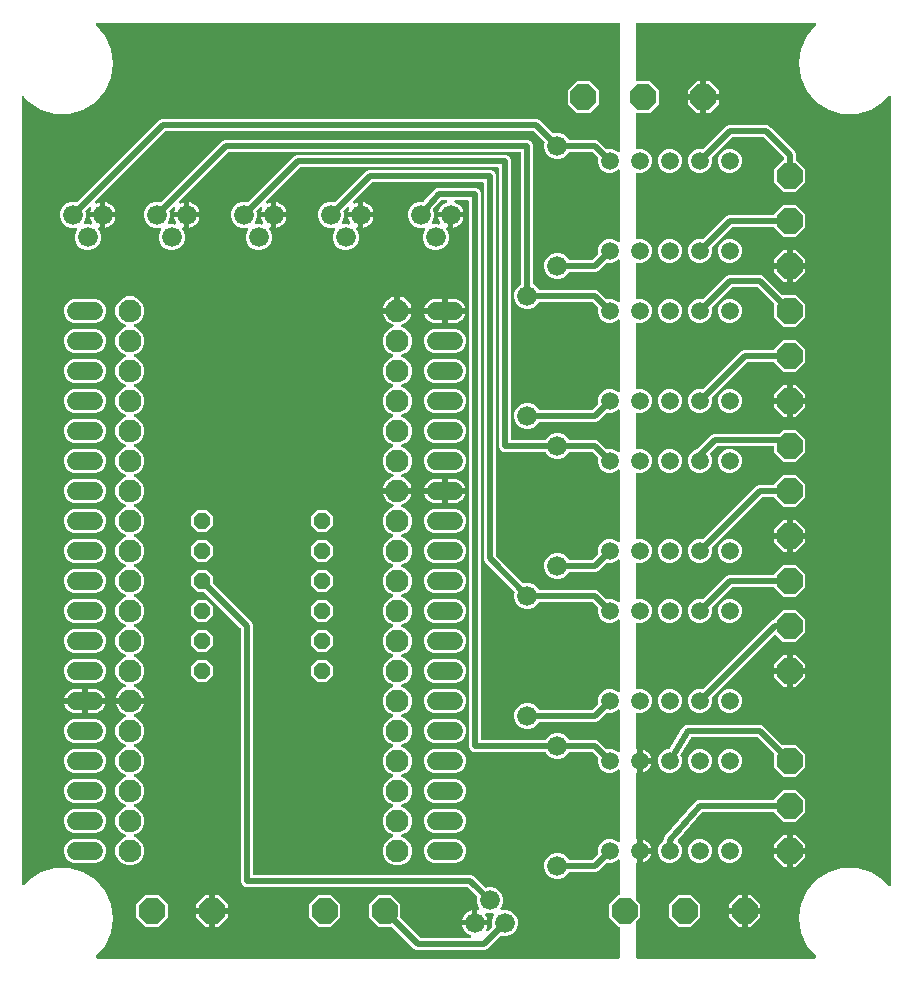
<source format=gbr>
G04 EAGLE Gerber RS-274X export*
G75*
%MOMM*%
%FSLAX34Y34*%
%LPD*%
%INTop Copper*%
%IPPOS*%
%AMOC8*
5,1,8,0,0,1.08239X$1,22.5*%
G01*
%ADD10C,1.676400*%
%ADD11C,1.508000*%
%ADD12P,2.336880X8X22.500000*%
%ADD13P,2.336880X8X292.500000*%
%ADD14P,1.429621X8X202.500000*%
%ADD15P,1.429621X8X22.500000*%
%ADD16C,1.930400*%
%ADD17C,1.524000*%
%ADD18P,2.336880X8X202.500000*%
%ADD19P,2.336880X8X112.500000*%
%ADD20C,0.508000*%

G36*
X518278Y10376D02*
X518278Y10376D01*
X518397Y10383D01*
X518435Y10396D01*
X518476Y10401D01*
X518586Y10444D01*
X518699Y10481D01*
X518734Y10503D01*
X518771Y10518D01*
X518867Y10587D01*
X518968Y10651D01*
X518996Y10681D01*
X519029Y10704D01*
X519105Y10796D01*
X519186Y10883D01*
X519206Y10918D01*
X519231Y10949D01*
X519282Y11057D01*
X519340Y11161D01*
X519350Y11201D01*
X519367Y11237D01*
X519389Y11354D01*
X519419Y11469D01*
X519423Y11529D01*
X519427Y11549D01*
X519425Y11570D01*
X519429Y11630D01*
X519429Y36195D01*
X519414Y36313D01*
X519407Y36432D01*
X519394Y36470D01*
X519389Y36511D01*
X519346Y36621D01*
X519309Y36734D01*
X519287Y36769D01*
X519272Y36806D01*
X519203Y36902D01*
X519139Y37003D01*
X519109Y37031D01*
X519086Y37064D01*
X518994Y37140D01*
X518907Y37221D01*
X518872Y37241D01*
X518841Y37266D01*
X518733Y37317D01*
X518629Y37375D01*
X518589Y37385D01*
X518553Y37402D01*
X518436Y37424D01*
X518321Y37454D01*
X518261Y37458D01*
X518241Y37462D01*
X518220Y37460D01*
X518160Y37464D01*
X517716Y37464D01*
X509904Y45276D01*
X509904Y56324D01*
X517716Y64136D01*
X518160Y64136D01*
X518278Y64151D01*
X518397Y64158D01*
X518435Y64171D01*
X518476Y64176D01*
X518586Y64219D01*
X518699Y64256D01*
X518734Y64278D01*
X518771Y64293D01*
X518867Y64362D01*
X518968Y64426D01*
X518996Y64456D01*
X519029Y64479D01*
X519105Y64571D01*
X519186Y64658D01*
X519206Y64693D01*
X519231Y64724D01*
X519282Y64832D01*
X519340Y64936D01*
X519350Y64976D01*
X519367Y65012D01*
X519389Y65129D01*
X519419Y65244D01*
X519423Y65304D01*
X519427Y65324D01*
X519425Y65345D01*
X519429Y65405D01*
X519429Y93169D01*
X519412Y93306D01*
X519399Y93445D01*
X519392Y93464D01*
X519389Y93484D01*
X519338Y93613D01*
X519291Y93744D01*
X519280Y93761D01*
X519272Y93780D01*
X519191Y93892D01*
X519113Y94007D01*
X519097Y94021D01*
X519086Y94037D01*
X518978Y94126D01*
X518874Y94218D01*
X518856Y94227D01*
X518841Y94240D01*
X518715Y94299D01*
X518591Y94363D01*
X518571Y94367D01*
X518553Y94376D01*
X518417Y94402D01*
X518281Y94432D01*
X518260Y94432D01*
X518241Y94435D01*
X518102Y94427D01*
X517963Y94423D01*
X517943Y94417D01*
X517923Y94416D01*
X517791Y94373D01*
X517657Y94334D01*
X517640Y94324D01*
X517621Y94318D01*
X517503Y94243D01*
X517383Y94173D01*
X517362Y94154D01*
X517352Y94147D01*
X517338Y94133D01*
X517263Y94066D01*
X516250Y93054D01*
X512545Y91519D01*
X508456Y91519D01*
X508382Y91539D01*
X508353Y91540D01*
X508324Y91546D01*
X508194Y91542D01*
X508064Y91544D01*
X508036Y91538D01*
X508006Y91537D01*
X507881Y91501D01*
X507755Y91470D01*
X507729Y91457D01*
X507700Y91448D01*
X507589Y91382D01*
X507474Y91322D01*
X507452Y91302D01*
X507426Y91287D01*
X507306Y91180D01*
X502326Y86201D01*
X502326Y86200D01*
X500718Y84593D01*
X498851Y83819D01*
X476656Y83819D01*
X476627Y83816D01*
X476597Y83818D01*
X476470Y83796D01*
X476341Y83779D01*
X476313Y83769D01*
X476284Y83764D01*
X476165Y83710D01*
X476045Y83662D01*
X476021Y83645D01*
X475994Y83633D01*
X475893Y83552D01*
X475788Y83476D01*
X475769Y83453D01*
X475746Y83434D01*
X475668Y83331D01*
X475585Y83231D01*
X475572Y83204D01*
X475555Y83180D01*
X475484Y83036D01*
X475350Y82713D01*
X472277Y79640D01*
X468263Y77977D01*
X463917Y77977D01*
X459903Y79640D01*
X456830Y82713D01*
X455167Y86727D01*
X455167Y91073D01*
X456830Y95087D01*
X459903Y98160D01*
X463917Y99823D01*
X468263Y99823D01*
X472277Y98160D01*
X475350Y95087D01*
X475484Y94764D01*
X475498Y94739D01*
X475507Y94711D01*
X475577Y94601D01*
X475641Y94488D01*
X475662Y94467D01*
X475677Y94442D01*
X475772Y94353D01*
X475862Y94260D01*
X475888Y94244D01*
X475909Y94224D01*
X476023Y94161D01*
X476134Y94093D01*
X476162Y94085D01*
X476188Y94070D01*
X476313Y94038D01*
X476437Y94000D01*
X476467Y93998D01*
X476496Y93991D01*
X476656Y93981D01*
X495210Y93981D01*
X495308Y93993D01*
X495407Y93996D01*
X495465Y94013D01*
X495525Y94021D01*
X495617Y94057D01*
X495712Y94085D01*
X495765Y94115D01*
X495821Y94138D01*
X495901Y94196D01*
X495986Y94246D01*
X496062Y94312D01*
X496078Y94324D01*
X496086Y94334D01*
X496107Y94352D01*
X500120Y98366D01*
X500139Y98389D01*
X500161Y98408D01*
X500236Y98514D01*
X500315Y98617D01*
X500327Y98644D01*
X500344Y98668D01*
X500390Y98789D01*
X500442Y98909D01*
X500446Y98938D01*
X500457Y98966D01*
X500471Y99094D01*
X500491Y99223D01*
X500489Y99252D01*
X500492Y99282D01*
X500474Y99410D01*
X500462Y99539D01*
X500459Y99546D01*
X500459Y103605D01*
X501994Y107310D01*
X504830Y110146D01*
X508535Y111681D01*
X512545Y111681D01*
X516250Y110146D01*
X517263Y109134D01*
X517372Y109049D01*
X517479Y108960D01*
X517498Y108951D01*
X517514Y108939D01*
X517642Y108883D01*
X517767Y108824D01*
X517787Y108821D01*
X517806Y108813D01*
X517944Y108791D01*
X518080Y108765D01*
X518100Y108766D01*
X518120Y108763D01*
X518259Y108776D01*
X518397Y108784D01*
X518416Y108791D01*
X518436Y108792D01*
X518568Y108840D01*
X518699Y108882D01*
X518717Y108893D01*
X518736Y108900D01*
X518851Y108978D01*
X518968Y109053D01*
X518982Y109067D01*
X518999Y109079D01*
X519091Y109183D01*
X519186Y109284D01*
X519196Y109302D01*
X519209Y109317D01*
X519273Y109441D01*
X519340Y109563D01*
X519345Y109582D01*
X519354Y109600D01*
X519384Y109736D01*
X519419Y109871D01*
X519421Y109899D01*
X519424Y109911D01*
X519423Y109931D01*
X519429Y110031D01*
X519429Y169369D01*
X519412Y169507D01*
X519399Y169645D01*
X519392Y169664D01*
X519389Y169684D01*
X519338Y169813D01*
X519291Y169944D01*
X519280Y169961D01*
X519272Y169980D01*
X519191Y170092D01*
X519113Y170207D01*
X519097Y170221D01*
X519086Y170237D01*
X518978Y170326D01*
X518874Y170418D01*
X518856Y170427D01*
X518841Y170440D01*
X518715Y170499D01*
X518591Y170563D01*
X518571Y170567D01*
X518553Y170576D01*
X518416Y170602D01*
X518281Y170632D01*
X518260Y170632D01*
X518240Y170635D01*
X518102Y170627D01*
X517963Y170623D01*
X517943Y170617D01*
X517923Y170616D01*
X517791Y170573D01*
X517657Y170534D01*
X517640Y170524D01*
X517621Y170518D01*
X517503Y170443D01*
X517383Y170373D01*
X517362Y170354D01*
X517352Y170347D01*
X517338Y170332D01*
X517262Y170266D01*
X516250Y169254D01*
X512545Y167719D01*
X508535Y167719D01*
X504830Y169254D01*
X501994Y172090D01*
X500459Y175795D01*
X500459Y179884D01*
X500479Y179958D01*
X500480Y179987D01*
X500486Y180016D01*
X500482Y180146D01*
X500484Y180276D01*
X500478Y180304D01*
X500477Y180334D01*
X500441Y180459D01*
X500410Y180585D01*
X500397Y180611D01*
X500388Y180640D01*
X500322Y180751D01*
X500262Y180866D01*
X500242Y180888D01*
X500227Y180914D01*
X500120Y181034D01*
X496107Y185048D01*
X496029Y185108D01*
X495957Y185176D01*
X495904Y185205D01*
X495856Y185242D01*
X495765Y185282D01*
X495678Y185330D01*
X495620Y185345D01*
X495564Y185369D01*
X495466Y185384D01*
X495370Y185409D01*
X495270Y185415D01*
X495250Y185419D01*
X495238Y185417D01*
X495210Y185419D01*
X476656Y185419D01*
X476627Y185416D01*
X476597Y185418D01*
X476470Y185396D01*
X476341Y185379D01*
X476313Y185369D01*
X476284Y185364D01*
X476165Y185310D01*
X476045Y185262D01*
X476021Y185245D01*
X475994Y185233D01*
X475893Y185152D01*
X475788Y185076D01*
X475769Y185053D01*
X475746Y185034D01*
X475668Y184931D01*
X475585Y184831D01*
X475572Y184804D01*
X475555Y184780D01*
X475484Y184636D01*
X475350Y184313D01*
X472277Y181240D01*
X468263Y179577D01*
X463917Y179577D01*
X459903Y181240D01*
X456830Y184313D01*
X456696Y184636D01*
X456682Y184661D01*
X456673Y184689D01*
X456603Y184799D01*
X456539Y184912D01*
X456518Y184933D01*
X456503Y184958D01*
X456408Y185047D01*
X456318Y185140D01*
X456292Y185156D01*
X456271Y185176D01*
X456157Y185239D01*
X456046Y185307D01*
X456018Y185315D01*
X455992Y185330D01*
X455867Y185362D01*
X455743Y185400D01*
X455713Y185402D01*
X455684Y185409D01*
X455524Y185419D01*
X395229Y185419D01*
X393362Y186193D01*
X391933Y187622D01*
X391159Y189489D01*
X391159Y651510D01*
X391144Y651628D01*
X391137Y651747D01*
X391124Y651785D01*
X391119Y651826D01*
X391076Y651936D01*
X391039Y652049D01*
X391017Y652084D01*
X391002Y652121D01*
X390933Y652217D01*
X390869Y652318D01*
X390839Y652346D01*
X390816Y652379D01*
X390724Y652455D01*
X390637Y652536D01*
X390602Y652556D01*
X390571Y652581D01*
X390463Y652632D01*
X390359Y652690D01*
X390319Y652700D01*
X390283Y652717D01*
X390166Y652739D01*
X390051Y652769D01*
X389991Y652773D01*
X389971Y652777D01*
X389950Y652775D01*
X389890Y652779D01*
X380196Y652779D01*
X380078Y652764D01*
X379958Y652757D01*
X379920Y652744D01*
X379881Y652739D01*
X379769Y652695D01*
X379656Y652659D01*
X379622Y652637D01*
X379585Y652622D01*
X379488Y652552D01*
X379387Y652488D01*
X379360Y652459D01*
X379327Y652436D01*
X379251Y652343D01*
X379170Y652257D01*
X379150Y652221D01*
X379125Y652191D01*
X379074Y652083D01*
X379016Y651978D01*
X379006Y651939D01*
X378989Y651903D01*
X378967Y651786D01*
X378937Y651670D01*
X378937Y651630D01*
X378929Y651591D01*
X378937Y651471D01*
X378937Y651352D01*
X378947Y651313D01*
X378949Y651273D01*
X378986Y651160D01*
X379016Y651044D01*
X379035Y651009D01*
X379047Y650971D01*
X379111Y650870D01*
X379168Y650765D01*
X379196Y650736D01*
X379217Y650702D01*
X379305Y650620D01*
X379386Y650533D01*
X379420Y650511D01*
X379449Y650484D01*
X379554Y650426D01*
X379654Y650362D01*
X379710Y650340D01*
X379727Y650330D01*
X379747Y650325D01*
X379804Y650303D01*
X380113Y650203D01*
X381645Y649422D01*
X383036Y648411D01*
X384251Y647196D01*
X385262Y645805D01*
X386043Y644273D01*
X386574Y642638D01*
X386657Y642111D01*
X376682Y642111D01*
X376564Y642096D01*
X376445Y642089D01*
X376407Y642076D01*
X376367Y642071D01*
X376256Y642028D01*
X376143Y641991D01*
X376109Y641969D01*
X376071Y641954D01*
X375975Y641885D01*
X375923Y641851D01*
X375905Y641868D01*
X375870Y641888D01*
X375838Y641913D01*
X375731Y641964D01*
X375626Y642022D01*
X375587Y642032D01*
X375551Y642049D01*
X375434Y642071D01*
X375318Y642101D01*
X375258Y642105D01*
X375238Y642109D01*
X375218Y642107D01*
X375158Y642111D01*
X365183Y642111D01*
X365266Y642638D01*
X365797Y644273D01*
X366578Y645805D01*
X367589Y647196D01*
X368804Y648411D01*
X370195Y649422D01*
X371727Y650203D01*
X372036Y650303D01*
X372144Y650354D01*
X372255Y650398D01*
X372288Y650421D01*
X372324Y650438D01*
X372416Y650514D01*
X372513Y650584D01*
X372538Y650615D01*
X372569Y650641D01*
X372639Y650737D01*
X372715Y650829D01*
X372732Y650866D01*
X372756Y650898D01*
X372800Y651009D01*
X372851Y651117D01*
X372858Y651156D01*
X372873Y651194D01*
X372888Y651312D01*
X372911Y651430D01*
X372908Y651469D01*
X372913Y651509D01*
X372898Y651628D01*
X372891Y651747D01*
X372879Y651785D01*
X372874Y651825D01*
X372830Y651936D01*
X372793Y652049D01*
X372771Y652083D01*
X372757Y652121D01*
X372687Y652217D01*
X372623Y652318D01*
X372594Y652346D01*
X372570Y652378D01*
X372478Y652454D01*
X372391Y652536D01*
X372356Y652555D01*
X372325Y652581D01*
X372217Y652632D01*
X372113Y652690D01*
X372074Y652700D01*
X372038Y652717D01*
X371920Y652739D01*
X371805Y652769D01*
X371745Y652773D01*
X371725Y652777D01*
X371705Y652775D01*
X371644Y652779D01*
X368681Y652779D01*
X368534Y652761D01*
X368388Y652745D01*
X368377Y652741D01*
X368365Y652739D01*
X368228Y652685D01*
X368090Y652633D01*
X368080Y652627D01*
X368069Y652622D01*
X367950Y652536D01*
X367829Y652451D01*
X367818Y652440D01*
X367812Y652436D01*
X367802Y652423D01*
X367717Y652336D01*
X361178Y644708D01*
X361101Y644591D01*
X361021Y644476D01*
X361014Y644458D01*
X361003Y644442D01*
X360957Y644310D01*
X360908Y644179D01*
X360906Y644160D01*
X360899Y644141D01*
X360888Y644002D01*
X360873Y643863D01*
X360875Y643844D01*
X360874Y643824D01*
X360898Y643686D01*
X360917Y643548D01*
X360926Y643523D01*
X360928Y643511D01*
X360936Y643492D01*
X360969Y643396D01*
X361443Y642253D01*
X361443Y637907D01*
X359703Y633708D01*
X359690Y633660D01*
X359669Y633615D01*
X359648Y633507D01*
X359619Y633401D01*
X359618Y633351D01*
X359609Y633302D01*
X359616Y633193D01*
X359614Y633083D01*
X359626Y633035D01*
X359629Y632985D01*
X359663Y632881D01*
X359688Y632774D01*
X359712Y632730D01*
X359727Y632683D01*
X359786Y632590D01*
X359837Y632493D01*
X359870Y632456D01*
X359897Y632414D01*
X359977Y632339D01*
X360051Y632257D01*
X360093Y632230D01*
X360129Y632196D01*
X360225Y632143D01*
X360317Y632083D01*
X360364Y632066D01*
X360407Y632042D01*
X360513Y632015D01*
X360617Y631979D01*
X360667Y631975D01*
X360715Y631963D01*
X360876Y631953D01*
X365393Y631953D01*
X365428Y631938D01*
X365552Y631904D01*
X365675Y631864D01*
X365705Y631862D01*
X365734Y631854D01*
X365863Y631852D01*
X365992Y631844D01*
X366022Y631850D01*
X366052Y631849D01*
X366178Y631879D01*
X366305Y631904D01*
X366332Y631916D01*
X366362Y631923D01*
X366476Y631984D01*
X366593Y632039D01*
X366616Y632058D01*
X366643Y632072D01*
X366738Y632159D01*
X366838Y632241D01*
X366856Y632266D01*
X366878Y632286D01*
X366949Y632394D01*
X367025Y632499D01*
X367036Y632527D01*
X367053Y632552D01*
X367095Y632674D01*
X367142Y632794D01*
X367146Y632824D01*
X367156Y632853D01*
X367166Y632982D01*
X367183Y633110D01*
X367179Y633140D01*
X367181Y633170D01*
X367159Y633297D01*
X367143Y633425D01*
X367132Y633453D01*
X367127Y633483D01*
X367074Y633601D01*
X367026Y633721D01*
X367003Y633758D01*
X366996Y633773D01*
X366983Y633790D01*
X366940Y633857D01*
X366578Y634355D01*
X365797Y635887D01*
X365266Y637522D01*
X365183Y638049D01*
X373889Y638049D01*
X373889Y629343D01*
X373547Y629397D01*
X373468Y629399D01*
X373389Y629412D01*
X373309Y629404D01*
X373229Y629407D01*
X373152Y629390D01*
X373072Y629382D01*
X372997Y629355D01*
X372919Y629338D01*
X372848Y629302D01*
X372773Y629275D01*
X372707Y629230D01*
X372636Y629193D01*
X372576Y629141D01*
X372510Y629096D01*
X372457Y629036D01*
X372397Y628983D01*
X372352Y628917D01*
X372299Y628858D01*
X372263Y628786D01*
X372218Y628720D01*
X372191Y628645D01*
X372155Y628574D01*
X372137Y628496D01*
X372110Y628421D01*
X372103Y628342D01*
X372085Y628264D01*
X372088Y628184D01*
X372080Y628104D01*
X372092Y628026D01*
X372095Y627946D01*
X372117Y627869D01*
X372130Y627790D01*
X372161Y627717D01*
X372183Y627641D01*
X372224Y627572D01*
X372256Y627498D01*
X372304Y627435D01*
X372345Y627367D01*
X372449Y627248D01*
X372450Y627247D01*
X372451Y627247D01*
X372451Y627246D01*
X372480Y627217D01*
X374143Y623203D01*
X374143Y618857D01*
X372480Y614843D01*
X369407Y611770D01*
X365393Y610107D01*
X361047Y610107D01*
X357033Y611770D01*
X353960Y614843D01*
X352297Y618857D01*
X352297Y623203D01*
X354037Y627402D01*
X354050Y627450D01*
X354071Y627495D01*
X354092Y627603D01*
X354121Y627709D01*
X354122Y627759D01*
X354131Y627808D01*
X354124Y627917D01*
X354126Y628027D01*
X354114Y628075D01*
X354111Y628125D01*
X354077Y628229D01*
X354052Y628336D01*
X354028Y628380D01*
X354013Y628427D01*
X353954Y628520D01*
X353903Y628617D01*
X353870Y628654D01*
X353843Y628696D01*
X353763Y628771D01*
X353689Y628853D01*
X353647Y628880D01*
X353611Y628914D01*
X353515Y628967D01*
X353423Y629027D01*
X353376Y629044D01*
X353333Y629068D01*
X353227Y629095D01*
X353123Y629131D01*
X353073Y629135D01*
X353025Y629147D01*
X352864Y629157D01*
X348347Y629157D01*
X344333Y630820D01*
X341260Y633893D01*
X339597Y637907D01*
X339597Y642253D01*
X341260Y646267D01*
X344333Y649340D01*
X348347Y651003D01*
X352607Y651003D01*
X352754Y651021D01*
X352900Y651037D01*
X352911Y651041D01*
X352922Y651043D01*
X353059Y651097D01*
X353197Y651149D01*
X353207Y651155D01*
X353218Y651160D01*
X353337Y651246D01*
X353458Y651331D01*
X353469Y651342D01*
X353475Y651346D01*
X353485Y651359D01*
X353571Y651446D01*
X361244Y660398D01*
X361310Y660499D01*
X361382Y660594D01*
X361408Y660647D01*
X361419Y660664D01*
X361426Y660683D01*
X361453Y660738D01*
X361995Y661280D01*
X362008Y661297D01*
X362061Y661352D01*
X362560Y661934D01*
X362659Y662001D01*
X362762Y662061D01*
X362806Y662100D01*
X362823Y662112D01*
X362836Y662127D01*
X362882Y662167D01*
X363591Y662461D01*
X363610Y662472D01*
X363679Y662501D01*
X364363Y662848D01*
X364479Y662872D01*
X364598Y662889D01*
X364654Y662908D01*
X364673Y662912D01*
X364692Y662921D01*
X364749Y662941D01*
X365516Y662941D01*
X365538Y662943D01*
X365614Y662944D01*
X366378Y663003D01*
X366495Y662981D01*
X366611Y662951D01*
X366669Y662947D01*
X366689Y662943D01*
X366710Y662945D01*
X366771Y662941D01*
X397251Y662941D01*
X399118Y662167D01*
X400547Y660738D01*
X401321Y658871D01*
X401321Y196850D01*
X401336Y196732D01*
X401343Y196613D01*
X401356Y196575D01*
X401361Y196534D01*
X401404Y196424D01*
X401441Y196311D01*
X401463Y196276D01*
X401478Y196239D01*
X401547Y196143D01*
X401611Y196042D01*
X401641Y196014D01*
X401664Y195981D01*
X401756Y195905D01*
X401843Y195824D01*
X401878Y195804D01*
X401909Y195779D01*
X402017Y195728D01*
X402121Y195670D01*
X402161Y195660D01*
X402197Y195643D01*
X402314Y195621D01*
X402429Y195591D01*
X402489Y195587D01*
X402509Y195583D01*
X402530Y195585D01*
X402590Y195581D01*
X455524Y195581D01*
X455553Y195584D01*
X455583Y195582D01*
X455710Y195604D01*
X455839Y195621D01*
X455867Y195631D01*
X455896Y195636D01*
X456015Y195690D01*
X456135Y195738D01*
X456159Y195755D01*
X456186Y195767D01*
X456287Y195848D01*
X456392Y195924D01*
X456411Y195947D01*
X456434Y195966D01*
X456512Y196069D01*
X456595Y196169D01*
X456608Y196196D01*
X456625Y196220D01*
X456696Y196364D01*
X456830Y196687D01*
X459903Y199760D01*
X463917Y201423D01*
X468263Y201423D01*
X472277Y199760D01*
X475350Y196687D01*
X475484Y196364D01*
X475498Y196339D01*
X475507Y196311D01*
X475577Y196201D01*
X475641Y196088D01*
X475662Y196067D01*
X475677Y196042D01*
X475772Y195953D01*
X475862Y195860D01*
X475888Y195844D01*
X475909Y195824D01*
X476023Y195761D01*
X476134Y195693D01*
X476162Y195685D01*
X476188Y195670D01*
X476313Y195638D01*
X476437Y195600D01*
X476467Y195598D01*
X476496Y195591D01*
X476656Y195581D01*
X498851Y195581D01*
X500718Y194807D01*
X502326Y193199D01*
X507306Y188220D01*
X507329Y188201D01*
X507348Y188179D01*
X507454Y188104D01*
X507557Y188025D01*
X507584Y188013D01*
X507608Y187996D01*
X507729Y187950D01*
X507849Y187898D01*
X507878Y187894D01*
X507906Y187883D01*
X508034Y187869D01*
X508163Y187849D01*
X508192Y187851D01*
X508222Y187848D01*
X508350Y187866D01*
X508479Y187878D01*
X508486Y187881D01*
X512545Y187881D01*
X516250Y186346D01*
X517262Y185334D01*
X517372Y185249D01*
X517479Y185160D01*
X517498Y185151D01*
X517514Y185139D01*
X517641Y185084D01*
X517767Y185024D01*
X517787Y185021D01*
X517806Y185013D01*
X517944Y184991D01*
X518079Y184965D01*
X518100Y184966D01*
X518120Y184963D01*
X518259Y184976D01*
X518397Y184984D01*
X518416Y184991D01*
X518436Y184992D01*
X518568Y185040D01*
X518699Y185082D01*
X518717Y185093D01*
X518736Y185100D01*
X518851Y185178D01*
X518968Y185253D01*
X518982Y185267D01*
X518999Y185279D01*
X519091Y185383D01*
X519186Y185484D01*
X519196Y185502D01*
X519209Y185517D01*
X519272Y185641D01*
X519340Y185763D01*
X519345Y185782D01*
X519354Y185800D01*
X519384Y185936D01*
X519419Y186071D01*
X519421Y186099D01*
X519423Y186111D01*
X519423Y186131D01*
X519429Y186231D01*
X519429Y220169D01*
X519412Y220307D01*
X519399Y220445D01*
X519392Y220464D01*
X519389Y220484D01*
X519338Y220613D01*
X519291Y220744D01*
X519280Y220761D01*
X519272Y220780D01*
X519191Y220892D01*
X519113Y221007D01*
X519097Y221021D01*
X519086Y221037D01*
X518978Y221126D01*
X518874Y221218D01*
X518856Y221227D01*
X518841Y221240D01*
X518715Y221299D01*
X518591Y221363D01*
X518571Y221367D01*
X518553Y221376D01*
X518416Y221402D01*
X518281Y221432D01*
X518260Y221432D01*
X518240Y221435D01*
X518102Y221427D01*
X517963Y221423D01*
X517943Y221417D01*
X517923Y221416D01*
X517791Y221373D01*
X517657Y221334D01*
X517640Y221324D01*
X517621Y221318D01*
X517503Y221243D01*
X517383Y221173D01*
X517362Y221154D01*
X517352Y221147D01*
X517338Y221132D01*
X517262Y221066D01*
X516250Y220054D01*
X512545Y218519D01*
X508456Y218519D01*
X508382Y218539D01*
X508353Y218540D01*
X508324Y218546D01*
X508194Y218542D01*
X508064Y218544D01*
X508036Y218538D01*
X508006Y218537D01*
X507881Y218501D01*
X507755Y218470D01*
X507729Y218457D01*
X507700Y218448D01*
X507589Y218382D01*
X507474Y218322D01*
X507452Y218302D01*
X507426Y218287D01*
X507306Y218180D01*
X502326Y213201D01*
X500718Y211593D01*
X498851Y210819D01*
X451256Y210819D01*
X451227Y210816D01*
X451197Y210818D01*
X451070Y210796D01*
X450941Y210779D01*
X450913Y210769D01*
X450884Y210764D01*
X450765Y210710D01*
X450645Y210662D01*
X450621Y210645D01*
X450594Y210633D01*
X450493Y210552D01*
X450388Y210476D01*
X450369Y210453D01*
X450346Y210434D01*
X450268Y210331D01*
X450185Y210231D01*
X450172Y210204D01*
X450155Y210180D01*
X450084Y210036D01*
X449950Y209713D01*
X446877Y206640D01*
X442863Y204977D01*
X438517Y204977D01*
X434503Y206640D01*
X431430Y209713D01*
X429767Y213727D01*
X429767Y218073D01*
X431430Y222087D01*
X434503Y225160D01*
X438517Y226823D01*
X442863Y226823D01*
X446877Y225160D01*
X449950Y222087D01*
X450084Y221764D01*
X450098Y221739D01*
X450107Y221711D01*
X450177Y221601D01*
X450241Y221488D01*
X450262Y221467D01*
X450277Y221442D01*
X450372Y221353D01*
X450462Y221260D01*
X450488Y221244D01*
X450509Y221224D01*
X450623Y221161D01*
X450734Y221093D01*
X450762Y221085D01*
X450788Y221070D01*
X450913Y221038D01*
X451037Y221000D01*
X451067Y220998D01*
X451096Y220991D01*
X451256Y220981D01*
X495210Y220981D01*
X495308Y220993D01*
X495407Y220996D01*
X495465Y221013D01*
X495525Y221021D01*
X495617Y221057D01*
X495712Y221085D01*
X495765Y221115D01*
X495821Y221138D01*
X495901Y221196D01*
X495986Y221246D01*
X496062Y221312D01*
X496078Y221324D01*
X496086Y221334D01*
X496107Y221352D01*
X500120Y225366D01*
X500139Y225389D01*
X500161Y225408D01*
X500236Y225514D01*
X500315Y225617D01*
X500327Y225644D01*
X500344Y225668D01*
X500390Y225789D01*
X500442Y225909D01*
X500446Y225938D01*
X500457Y225966D01*
X500471Y226094D01*
X500491Y226223D01*
X500489Y226252D01*
X500492Y226282D01*
X500474Y226410D01*
X500462Y226539D01*
X500459Y226546D01*
X500459Y230605D01*
X501994Y234310D01*
X504830Y237146D01*
X508535Y238681D01*
X512545Y238681D01*
X516250Y237146D01*
X517262Y236134D01*
X517372Y236049D01*
X517479Y235960D01*
X517498Y235951D01*
X517514Y235939D01*
X517641Y235884D01*
X517767Y235824D01*
X517787Y235821D01*
X517806Y235813D01*
X517944Y235791D01*
X518079Y235765D01*
X518100Y235766D01*
X518120Y235763D01*
X518259Y235776D01*
X518397Y235784D01*
X518416Y235791D01*
X518436Y235792D01*
X518568Y235840D01*
X518699Y235882D01*
X518717Y235893D01*
X518736Y235900D01*
X518851Y235978D01*
X518968Y236053D01*
X518982Y236067D01*
X518999Y236079D01*
X519091Y236183D01*
X519186Y236284D01*
X519196Y236302D01*
X519209Y236317D01*
X519272Y236441D01*
X519340Y236563D01*
X519345Y236582D01*
X519354Y236600D01*
X519384Y236736D01*
X519419Y236871D01*
X519421Y236899D01*
X519423Y236911D01*
X519423Y236931D01*
X519429Y237031D01*
X519429Y296369D01*
X519412Y296507D01*
X519399Y296645D01*
X519392Y296664D01*
X519389Y296684D01*
X519338Y296813D01*
X519291Y296944D01*
X519280Y296961D01*
X519272Y296980D01*
X519191Y297092D01*
X519113Y297207D01*
X519097Y297221D01*
X519086Y297237D01*
X518978Y297326D01*
X518874Y297418D01*
X518856Y297427D01*
X518841Y297440D01*
X518715Y297499D01*
X518591Y297563D01*
X518571Y297567D01*
X518553Y297576D01*
X518416Y297602D01*
X518281Y297632D01*
X518260Y297632D01*
X518240Y297635D01*
X518102Y297627D01*
X517963Y297623D01*
X517943Y297617D01*
X517923Y297616D01*
X517791Y297573D01*
X517657Y297534D01*
X517640Y297524D01*
X517621Y297518D01*
X517503Y297443D01*
X517383Y297373D01*
X517362Y297354D01*
X517352Y297347D01*
X517338Y297332D01*
X517262Y297266D01*
X516250Y296254D01*
X512545Y294719D01*
X508535Y294719D01*
X504830Y296254D01*
X501994Y299090D01*
X500459Y302795D01*
X500459Y306884D01*
X500479Y306958D01*
X500480Y306987D01*
X500486Y307016D01*
X500482Y307146D01*
X500484Y307276D01*
X500478Y307304D01*
X500477Y307334D01*
X500441Y307459D01*
X500410Y307585D01*
X500397Y307611D01*
X500388Y307640D01*
X500322Y307751D01*
X500262Y307866D01*
X500242Y307888D01*
X500227Y307914D01*
X500120Y308034D01*
X496107Y312048D01*
X496029Y312108D01*
X495957Y312176D01*
X495904Y312205D01*
X495856Y312242D01*
X495765Y312282D01*
X495678Y312330D01*
X495620Y312345D01*
X495564Y312369D01*
X495466Y312384D01*
X495370Y312409D01*
X495270Y312415D01*
X495250Y312419D01*
X495238Y312417D01*
X495210Y312419D01*
X451256Y312419D01*
X451227Y312416D01*
X451197Y312418D01*
X451070Y312396D01*
X450941Y312379D01*
X450913Y312369D01*
X450884Y312364D01*
X450765Y312310D01*
X450645Y312262D01*
X450621Y312245D01*
X450594Y312233D01*
X450493Y312152D01*
X450388Y312076D01*
X450369Y312053D01*
X450346Y312034D01*
X450268Y311931D01*
X450185Y311831D01*
X450172Y311804D01*
X450155Y311780D01*
X450084Y311636D01*
X449950Y311313D01*
X446877Y308240D01*
X442863Y306577D01*
X438517Y306577D01*
X434503Y308240D01*
X431430Y311313D01*
X429767Y315327D01*
X429767Y319673D01*
X429901Y319996D01*
X429909Y320024D01*
X429922Y320050D01*
X429951Y320177D01*
X429985Y320302D01*
X429985Y320332D01*
X429992Y320361D01*
X429988Y320490D01*
X429990Y320620D01*
X429983Y320649D01*
X429982Y320679D01*
X429946Y320803D01*
X429916Y320930D01*
X429902Y320956D01*
X429894Y320984D01*
X429828Y321096D01*
X429767Y321211D01*
X429747Y321233D01*
X429732Y321258D01*
X429626Y321379D01*
X404633Y346372D01*
X403859Y348239D01*
X403859Y666750D01*
X403844Y666868D01*
X403837Y666987D01*
X403824Y667025D01*
X403819Y667066D01*
X403776Y667176D01*
X403739Y667289D01*
X403717Y667324D01*
X403702Y667361D01*
X403633Y667457D01*
X403569Y667558D01*
X403539Y667586D01*
X403516Y667619D01*
X403424Y667695D01*
X403337Y667776D01*
X403302Y667796D01*
X403271Y667821D01*
X403163Y667872D01*
X403059Y667930D01*
X403019Y667940D01*
X402983Y667957D01*
X402866Y667979D01*
X402751Y668009D01*
X402691Y668013D01*
X402671Y668017D01*
X402650Y668015D01*
X402590Y668019D01*
X309970Y668019D01*
X309872Y668007D01*
X309773Y668004D01*
X309715Y667987D01*
X309655Y667979D01*
X309563Y667943D01*
X309468Y667915D01*
X309415Y667885D01*
X309359Y667862D01*
X309279Y667804D01*
X309194Y667754D01*
X309118Y667688D01*
X309102Y667676D01*
X309094Y667666D01*
X309073Y667648D01*
X293243Y651818D01*
X293170Y651724D01*
X293091Y651634D01*
X293073Y651599D01*
X293048Y651567D01*
X293001Y651457D01*
X292947Y651351D01*
X292938Y651312D01*
X292922Y651275D01*
X292903Y651157D01*
X292877Y651041D01*
X292879Y651001D01*
X292872Y650961D01*
X292884Y650842D01*
X292887Y650723D01*
X292898Y650684D01*
X292902Y650644D01*
X292943Y650532D01*
X292976Y650417D01*
X292996Y650383D01*
X293010Y650345D01*
X293077Y650246D01*
X293137Y650144D01*
X293166Y650115D01*
X293188Y650082D01*
X293278Y650003D01*
X293362Y649918D01*
X293397Y649898D01*
X293427Y649871D01*
X293533Y649817D01*
X293636Y649756D01*
X293674Y649745D01*
X293710Y649727D01*
X293827Y649701D01*
X293941Y649667D01*
X293981Y649666D01*
X294020Y649657D01*
X294140Y649661D01*
X294259Y649657D01*
X294298Y649666D01*
X294338Y649667D01*
X294453Y649700D01*
X294569Y649726D01*
X294624Y649750D01*
X294644Y649755D01*
X294661Y649766D01*
X294717Y649790D01*
X295527Y650203D01*
X297162Y650734D01*
X297689Y650817D01*
X297689Y642111D01*
X288983Y642111D01*
X289066Y642638D01*
X289597Y644273D01*
X290010Y645083D01*
X290051Y645195D01*
X290098Y645305D01*
X290104Y645344D01*
X290118Y645382D01*
X290129Y645501D01*
X290148Y645619D01*
X290144Y645659D01*
X290148Y645699D01*
X290129Y645816D01*
X290118Y645935D01*
X290105Y645973D01*
X290098Y646013D01*
X290051Y646122D01*
X290011Y646235D01*
X289988Y646268D01*
X289972Y646305D01*
X289899Y646399D01*
X289832Y646498D01*
X289802Y646524D01*
X289777Y646556D01*
X289683Y646629D01*
X289593Y646708D01*
X289558Y646727D01*
X289526Y646751D01*
X289417Y646799D01*
X289310Y646853D01*
X289271Y646862D01*
X289234Y646878D01*
X289116Y646896D01*
X289000Y646923D01*
X288960Y646921D01*
X288920Y646928D01*
X288802Y646917D01*
X288682Y646913D01*
X288643Y646902D01*
X288604Y646898D01*
X288491Y646858D01*
X288377Y646825D01*
X288342Y646804D01*
X288304Y646791D01*
X288205Y646724D01*
X288103Y646663D01*
X288058Y646624D01*
X288041Y646612D01*
X288027Y646597D01*
X287982Y646557D01*
X285384Y643959D01*
X285366Y643935D01*
X285343Y643916D01*
X285269Y643810D01*
X285189Y643708D01*
X285177Y643680D01*
X285160Y643656D01*
X285114Y643535D01*
X285063Y643416D01*
X285058Y643386D01*
X285048Y643359D01*
X285033Y643230D01*
X285013Y643102D01*
X285016Y643072D01*
X285012Y643043D01*
X285031Y642914D01*
X285043Y642785D01*
X285053Y642757D01*
X285057Y642728D01*
X285109Y642576D01*
X285243Y642253D01*
X285243Y637907D01*
X283503Y633708D01*
X283490Y633660D01*
X283469Y633615D01*
X283448Y633507D01*
X283419Y633401D01*
X283418Y633351D01*
X283409Y633302D01*
X283416Y633193D01*
X283414Y633083D01*
X283426Y633035D01*
X283429Y632985D01*
X283463Y632881D01*
X283488Y632774D01*
X283512Y632730D01*
X283527Y632683D01*
X283586Y632590D01*
X283637Y632493D01*
X283670Y632456D01*
X283697Y632414D01*
X283777Y632339D01*
X283851Y632257D01*
X283893Y632230D01*
X283929Y632196D01*
X284025Y632143D01*
X284117Y632083D01*
X284164Y632066D01*
X284207Y632042D01*
X284313Y632015D01*
X284417Y631979D01*
X284467Y631975D01*
X284515Y631963D01*
X284676Y631953D01*
X289193Y631953D01*
X289227Y631938D01*
X289352Y631904D01*
X289475Y631864D01*
X289505Y631862D01*
X289534Y631854D01*
X289664Y631852D01*
X289792Y631844D01*
X289822Y631850D01*
X289852Y631849D01*
X289978Y631879D01*
X290105Y631904D01*
X290132Y631916D01*
X290161Y631923D01*
X290275Y631984D01*
X290393Y632039D01*
X290416Y632058D01*
X290443Y632072D01*
X290538Y632159D01*
X290638Y632241D01*
X290656Y632266D01*
X290678Y632286D01*
X290749Y632394D01*
X290825Y632499D01*
X290836Y632527D01*
X290853Y632552D01*
X290895Y632674D01*
X290942Y632794D01*
X290946Y632824D01*
X290956Y632853D01*
X290966Y632982D01*
X290982Y633110D01*
X290979Y633139D01*
X290981Y633170D01*
X290959Y633297D01*
X290943Y633425D01*
X290932Y633453D01*
X290927Y633483D01*
X290874Y633600D01*
X290826Y633721D01*
X290803Y633758D01*
X290796Y633773D01*
X290783Y633790D01*
X290740Y633857D01*
X290378Y634355D01*
X289597Y635887D01*
X289066Y637522D01*
X288983Y638049D01*
X297689Y638049D01*
X297689Y629343D01*
X297347Y629397D01*
X297268Y629399D01*
X297189Y629412D01*
X297109Y629404D01*
X297029Y629407D01*
X296952Y629390D01*
X296872Y629382D01*
X296797Y629355D01*
X296719Y629338D01*
X296648Y629301D01*
X296573Y629274D01*
X296507Y629230D01*
X296436Y629193D01*
X296376Y629141D01*
X296310Y629096D01*
X296257Y629036D01*
X296197Y628983D01*
X296152Y628917D01*
X296099Y628857D01*
X296063Y628786D01*
X296018Y628720D01*
X295991Y628645D01*
X295955Y628574D01*
X295937Y628496D01*
X295910Y628421D01*
X295903Y628342D01*
X295885Y628264D01*
X295888Y628184D01*
X295880Y628104D01*
X295892Y628026D01*
X295895Y627946D01*
X295917Y627869D01*
X295930Y627790D01*
X295961Y627717D01*
X295983Y627640D01*
X296024Y627572D01*
X296056Y627498D01*
X296104Y627435D01*
X296145Y627367D01*
X296250Y627248D01*
X296250Y627247D01*
X296251Y627247D01*
X296251Y627246D01*
X296280Y627217D01*
X297943Y623203D01*
X297943Y618857D01*
X296280Y614843D01*
X293207Y611770D01*
X289193Y610107D01*
X284847Y610107D01*
X280833Y611770D01*
X277760Y614843D01*
X276097Y618857D01*
X276097Y623203D01*
X277837Y627402D01*
X277850Y627450D01*
X277871Y627495D01*
X277892Y627603D01*
X277921Y627709D01*
X277922Y627759D01*
X277931Y627808D01*
X277924Y627917D01*
X277926Y628027D01*
X277914Y628075D01*
X277911Y628125D01*
X277877Y628229D01*
X277852Y628336D01*
X277828Y628380D01*
X277813Y628427D01*
X277754Y628520D01*
X277703Y628617D01*
X277670Y628654D01*
X277643Y628696D01*
X277563Y628771D01*
X277489Y628853D01*
X277447Y628880D01*
X277411Y628914D01*
X277315Y628967D01*
X277223Y629027D01*
X277176Y629044D01*
X277133Y629068D01*
X277027Y629095D01*
X276923Y629131D01*
X276873Y629135D01*
X276825Y629147D01*
X276664Y629157D01*
X272147Y629157D01*
X268133Y630820D01*
X265060Y633893D01*
X263397Y637907D01*
X263397Y642253D01*
X265060Y646267D01*
X268133Y649340D01*
X272147Y651003D01*
X276493Y651003D01*
X276816Y650869D01*
X276844Y650861D01*
X276870Y650848D01*
X276997Y650819D01*
X277122Y650785D01*
X277152Y650785D01*
X277181Y650778D01*
X277310Y650782D01*
X277440Y650780D01*
X277469Y650787D01*
X277499Y650788D01*
X277623Y650824D01*
X277750Y650854D01*
X277776Y650868D01*
X277804Y650876D01*
X277916Y650942D01*
X278031Y651003D01*
X278053Y651023D01*
X278078Y651038D01*
X278199Y651144D01*
X304462Y677407D01*
X306329Y678181D01*
X409951Y678181D01*
X411818Y677407D01*
X413247Y675978D01*
X414021Y674111D01*
X414021Y351880D01*
X414033Y351782D01*
X414036Y351683D01*
X414053Y351625D01*
X414061Y351565D01*
X414097Y351473D01*
X414125Y351378D01*
X414155Y351325D01*
X414178Y351269D01*
X414236Y351189D01*
X414286Y351104D01*
X414352Y351028D01*
X414364Y351012D01*
X414374Y351004D01*
X414392Y350983D01*
X436811Y328564D01*
X436835Y328546D01*
X436854Y328524D01*
X436960Y328449D01*
X437062Y328369D01*
X437090Y328357D01*
X437114Y328340D01*
X437235Y328294D01*
X437354Y328243D01*
X437383Y328238D01*
X437411Y328228D01*
X437540Y328213D01*
X437668Y328193D01*
X437698Y328196D01*
X437727Y328192D01*
X437856Y328211D01*
X437985Y328223D01*
X438013Y328233D01*
X438042Y328237D01*
X438194Y328289D01*
X438517Y328423D01*
X442863Y328423D01*
X446877Y326760D01*
X449950Y323687D01*
X450084Y323364D01*
X450095Y323344D01*
X450101Y323326D01*
X450104Y323322D01*
X450107Y323311D01*
X450177Y323201D01*
X450241Y323088D01*
X450262Y323067D01*
X450277Y323042D01*
X450372Y322953D01*
X450462Y322860D01*
X450488Y322844D01*
X450509Y322824D01*
X450623Y322761D01*
X450734Y322693D01*
X450762Y322685D01*
X450788Y322670D01*
X450913Y322638D01*
X451037Y322600D01*
X451067Y322598D01*
X451096Y322591D01*
X451256Y322581D01*
X498851Y322581D01*
X500718Y321807D01*
X502326Y320199D01*
X507306Y315220D01*
X507329Y315201D01*
X507348Y315179D01*
X507454Y315104D01*
X507557Y315025D01*
X507584Y315013D01*
X507608Y314996D01*
X507729Y314950D01*
X507849Y314898D01*
X507878Y314894D01*
X507906Y314883D01*
X508034Y314869D01*
X508163Y314849D01*
X508192Y314851D01*
X508222Y314848D01*
X508350Y314866D01*
X508479Y314878D01*
X508486Y314881D01*
X512545Y314881D01*
X516250Y313346D01*
X517262Y312334D01*
X517372Y312249D01*
X517479Y312160D01*
X517498Y312151D01*
X517514Y312139D01*
X517641Y312084D01*
X517767Y312024D01*
X517787Y312021D01*
X517806Y312013D01*
X517944Y311991D01*
X518079Y311965D01*
X518100Y311966D01*
X518120Y311963D01*
X518259Y311976D01*
X518397Y311984D01*
X518416Y311991D01*
X518436Y311992D01*
X518568Y312040D01*
X518699Y312082D01*
X518717Y312093D01*
X518736Y312100D01*
X518851Y312178D01*
X518968Y312253D01*
X518982Y312267D01*
X518999Y312279D01*
X519091Y312383D01*
X519186Y312484D01*
X519196Y312502D01*
X519209Y312517D01*
X519272Y312641D01*
X519340Y312763D01*
X519345Y312782D01*
X519354Y312800D01*
X519384Y312936D01*
X519419Y313071D01*
X519421Y313099D01*
X519423Y313111D01*
X519423Y313131D01*
X519429Y313231D01*
X519429Y347169D01*
X519412Y347307D01*
X519399Y347445D01*
X519392Y347464D01*
X519389Y347484D01*
X519338Y347613D01*
X519291Y347744D01*
X519280Y347761D01*
X519272Y347780D01*
X519191Y347892D01*
X519113Y348007D01*
X519097Y348021D01*
X519086Y348037D01*
X518978Y348126D01*
X518874Y348218D01*
X518856Y348227D01*
X518841Y348240D01*
X518715Y348299D01*
X518591Y348363D01*
X518571Y348367D01*
X518553Y348376D01*
X518416Y348402D01*
X518281Y348432D01*
X518260Y348432D01*
X518240Y348435D01*
X518102Y348427D01*
X517963Y348423D01*
X517943Y348417D01*
X517923Y348416D01*
X517791Y348373D01*
X517657Y348334D01*
X517640Y348324D01*
X517621Y348318D01*
X517503Y348243D01*
X517383Y348173D01*
X517362Y348154D01*
X517352Y348147D01*
X517338Y348132D01*
X517262Y348066D01*
X516250Y347054D01*
X512545Y345519D01*
X508456Y345519D01*
X508382Y345539D01*
X508353Y345540D01*
X508324Y345546D01*
X508194Y345542D01*
X508064Y345544D01*
X508036Y345538D01*
X508006Y345537D01*
X507881Y345501D01*
X507755Y345470D01*
X507729Y345457D01*
X507700Y345448D01*
X507589Y345382D01*
X507474Y345322D01*
X507452Y345302D01*
X507426Y345287D01*
X507306Y345180D01*
X502326Y340201D01*
X500718Y338593D01*
X498851Y337819D01*
X476656Y337819D01*
X476627Y337816D01*
X476597Y337818D01*
X476470Y337796D01*
X476341Y337779D01*
X476313Y337769D01*
X476284Y337764D01*
X476165Y337710D01*
X476045Y337662D01*
X476021Y337645D01*
X475994Y337633D01*
X475893Y337552D01*
X475788Y337476D01*
X475769Y337453D01*
X475746Y337434D01*
X475668Y337331D01*
X475585Y337231D01*
X475572Y337204D01*
X475555Y337180D01*
X475484Y337036D01*
X475350Y336713D01*
X472277Y333640D01*
X468263Y331977D01*
X463917Y331977D01*
X459903Y333640D01*
X456830Y336713D01*
X455167Y340727D01*
X455167Y345073D01*
X456830Y349087D01*
X459903Y352160D01*
X463917Y353823D01*
X468263Y353823D01*
X472277Y352160D01*
X475350Y349087D01*
X475484Y348764D01*
X475498Y348739D01*
X475507Y348711D01*
X475577Y348601D01*
X475641Y348488D01*
X475662Y348467D01*
X475677Y348442D01*
X475772Y348353D01*
X475862Y348260D01*
X475888Y348244D01*
X475909Y348224D01*
X476023Y348161D01*
X476134Y348093D01*
X476162Y348085D01*
X476188Y348070D01*
X476313Y348038D01*
X476437Y348000D01*
X476467Y347998D01*
X476496Y347991D01*
X476656Y347981D01*
X495210Y347981D01*
X495308Y347993D01*
X495407Y347996D01*
X495465Y348013D01*
X495525Y348021D01*
X495617Y348057D01*
X495712Y348085D01*
X495765Y348115D01*
X495821Y348138D01*
X495901Y348196D01*
X495986Y348246D01*
X496062Y348312D01*
X496078Y348324D01*
X496079Y348325D01*
X496087Y348334D01*
X496107Y348352D01*
X500120Y352366D01*
X500139Y352389D01*
X500161Y352408D01*
X500236Y352514D01*
X500315Y352617D01*
X500327Y352644D01*
X500344Y352668D01*
X500390Y352789D01*
X500442Y352909D01*
X500446Y352938D01*
X500457Y352966D01*
X500471Y353094D01*
X500491Y353223D01*
X500489Y353252D01*
X500492Y353282D01*
X500474Y353410D01*
X500462Y353539D01*
X500459Y353546D01*
X500459Y357605D01*
X501994Y361310D01*
X504830Y364146D01*
X508535Y365681D01*
X512545Y365681D01*
X516250Y364146D01*
X517262Y363134D01*
X517372Y363049D01*
X517479Y362960D01*
X517498Y362951D01*
X517514Y362939D01*
X517641Y362884D01*
X517767Y362824D01*
X517787Y362821D01*
X517806Y362813D01*
X517944Y362791D01*
X518079Y362765D01*
X518100Y362766D01*
X518120Y362763D01*
X518259Y362776D01*
X518397Y362784D01*
X518416Y362791D01*
X518436Y362792D01*
X518568Y362840D01*
X518699Y362882D01*
X518717Y362893D01*
X518736Y362900D01*
X518851Y362978D01*
X518968Y363053D01*
X518982Y363067D01*
X518999Y363079D01*
X519091Y363183D01*
X519186Y363284D01*
X519196Y363302D01*
X519209Y363317D01*
X519272Y363441D01*
X519340Y363563D01*
X519345Y363582D01*
X519354Y363600D01*
X519384Y363736D01*
X519419Y363871D01*
X519421Y363899D01*
X519423Y363911D01*
X519423Y363931D01*
X519429Y364031D01*
X519429Y423369D01*
X519412Y423507D01*
X519399Y423645D01*
X519392Y423664D01*
X519389Y423684D01*
X519338Y423813D01*
X519291Y423944D01*
X519280Y423961D01*
X519272Y423980D01*
X519191Y424092D01*
X519113Y424207D01*
X519097Y424221D01*
X519086Y424237D01*
X518978Y424326D01*
X518874Y424418D01*
X518856Y424427D01*
X518841Y424440D01*
X518715Y424499D01*
X518591Y424563D01*
X518571Y424567D01*
X518553Y424576D01*
X518416Y424602D01*
X518281Y424632D01*
X518260Y424632D01*
X518240Y424635D01*
X518102Y424627D01*
X517963Y424623D01*
X517943Y424617D01*
X517923Y424616D01*
X517791Y424573D01*
X517657Y424534D01*
X517640Y424524D01*
X517621Y424518D01*
X517503Y424443D01*
X517383Y424373D01*
X517362Y424354D01*
X517352Y424347D01*
X517338Y424332D01*
X517262Y424266D01*
X516250Y423254D01*
X512545Y421719D01*
X508535Y421719D01*
X504830Y423254D01*
X501994Y426090D01*
X500459Y429795D01*
X500459Y433884D01*
X500479Y433958D01*
X500480Y433987D01*
X500486Y434016D01*
X500482Y434146D01*
X500484Y434276D01*
X500478Y434304D01*
X500477Y434334D01*
X500441Y434459D01*
X500410Y434585D01*
X500397Y434611D01*
X500388Y434640D01*
X500322Y434751D01*
X500262Y434866D01*
X500242Y434888D01*
X500227Y434914D01*
X500120Y435034D01*
X496107Y439048D01*
X496029Y439108D01*
X495957Y439176D01*
X495904Y439205D01*
X495856Y439242D01*
X495765Y439282D01*
X495678Y439330D01*
X495620Y439345D01*
X495564Y439369D01*
X495466Y439384D01*
X495370Y439409D01*
X495270Y439415D01*
X495250Y439419D01*
X495238Y439417D01*
X495210Y439419D01*
X476656Y439419D01*
X476627Y439416D01*
X476597Y439418D01*
X476470Y439396D01*
X476341Y439379D01*
X476313Y439369D01*
X476284Y439364D01*
X476165Y439310D01*
X476045Y439262D01*
X476021Y439245D01*
X475994Y439233D01*
X475893Y439152D01*
X475788Y439076D01*
X475769Y439053D01*
X475746Y439034D01*
X475668Y438931D01*
X475585Y438831D01*
X475572Y438804D01*
X475555Y438780D01*
X475484Y438636D01*
X475350Y438313D01*
X472277Y435240D01*
X468263Y433577D01*
X463917Y433577D01*
X459903Y435240D01*
X456830Y438313D01*
X456696Y438636D01*
X456682Y438661D01*
X456673Y438689D01*
X456603Y438799D01*
X456539Y438912D01*
X456518Y438933D01*
X456503Y438958D01*
X456408Y439047D01*
X456318Y439140D01*
X456292Y439156D01*
X456271Y439176D01*
X456157Y439239D01*
X456046Y439307D01*
X456018Y439315D01*
X455992Y439330D01*
X455867Y439362D01*
X455743Y439400D01*
X455713Y439402D01*
X455684Y439409D01*
X455524Y439419D01*
X420629Y439419D01*
X418762Y440193D01*
X417333Y441622D01*
X416559Y443489D01*
X416559Y679450D01*
X416544Y679568D01*
X416537Y679687D01*
X416524Y679725D01*
X416519Y679766D01*
X416476Y679876D01*
X416439Y679989D01*
X416417Y680024D01*
X416402Y680061D01*
X416333Y680157D01*
X416269Y680258D01*
X416239Y680286D01*
X416216Y680319D01*
X416124Y680395D01*
X416037Y680476D01*
X416002Y680496D01*
X415971Y680521D01*
X415863Y680572D01*
X415759Y680630D01*
X415719Y680640D01*
X415683Y680657D01*
X415566Y680679D01*
X415451Y680709D01*
X415391Y680713D01*
X415371Y680717D01*
X415350Y680715D01*
X415290Y680719D01*
X249010Y680719D01*
X248912Y680707D01*
X248813Y680704D01*
X248755Y680687D01*
X248695Y680679D01*
X248603Y680643D01*
X248508Y680615D01*
X248455Y680585D01*
X248399Y680562D01*
X248319Y680504D01*
X248234Y680454D01*
X248158Y680388D01*
X248142Y680376D01*
X248134Y680366D01*
X248113Y680348D01*
X219583Y651818D01*
X219510Y651724D01*
X219431Y651634D01*
X219413Y651599D01*
X219388Y651567D01*
X219341Y651457D01*
X219287Y651351D01*
X219278Y651312D01*
X219262Y651275D01*
X219243Y651157D01*
X219217Y651041D01*
X219219Y651001D01*
X219212Y650961D01*
X219224Y650842D01*
X219227Y650723D01*
X219238Y650684D01*
X219242Y650644D01*
X219283Y650532D01*
X219316Y650417D01*
X219336Y650383D01*
X219350Y650345D01*
X219417Y650246D01*
X219477Y650144D01*
X219506Y650115D01*
X219528Y650082D01*
X219618Y650003D01*
X219702Y649918D01*
X219737Y649898D01*
X219767Y649871D01*
X219873Y649817D01*
X219976Y649756D01*
X220014Y649745D01*
X220050Y649727D01*
X220167Y649701D01*
X220281Y649667D01*
X220321Y649666D01*
X220360Y649657D01*
X220480Y649661D01*
X220599Y649657D01*
X220638Y649666D01*
X220678Y649667D01*
X220793Y649700D01*
X220909Y649726D01*
X220964Y649750D01*
X220984Y649755D01*
X221001Y649766D01*
X221057Y649790D01*
X221867Y650203D01*
X223502Y650734D01*
X224029Y650817D01*
X224029Y642111D01*
X215323Y642111D01*
X215406Y642638D01*
X215937Y644273D01*
X216350Y645083D01*
X216391Y645195D01*
X216438Y645305D01*
X216444Y645344D01*
X216458Y645382D01*
X216469Y645501D01*
X216488Y645619D01*
X216484Y645659D01*
X216488Y645699D01*
X216469Y645816D01*
X216458Y645935D01*
X216445Y645973D01*
X216438Y646013D01*
X216391Y646122D01*
X216351Y646235D01*
X216328Y646268D01*
X216312Y646305D01*
X216239Y646399D01*
X216172Y646498D01*
X216142Y646524D01*
X216117Y646556D01*
X216023Y646629D01*
X215933Y646708D01*
X215898Y646727D01*
X215866Y646751D01*
X215757Y646799D01*
X215650Y646853D01*
X215611Y646862D01*
X215574Y646878D01*
X215456Y646896D01*
X215340Y646923D01*
X215300Y646921D01*
X215260Y646928D01*
X215142Y646917D01*
X215022Y646913D01*
X214983Y646902D01*
X214944Y646898D01*
X214831Y646858D01*
X214717Y646825D01*
X214682Y646804D01*
X214644Y646791D01*
X214546Y646724D01*
X214443Y646663D01*
X214398Y646623D01*
X214381Y646612D01*
X214368Y646597D01*
X214322Y646557D01*
X211724Y643959D01*
X211706Y643935D01*
X211684Y643916D01*
X211609Y643810D01*
X211529Y643708D01*
X211517Y643680D01*
X211500Y643656D01*
X211454Y643535D01*
X211403Y643416D01*
X211398Y643387D01*
X211388Y643359D01*
X211373Y643230D01*
X211353Y643102D01*
X211356Y643072D01*
X211352Y643043D01*
X211371Y642914D01*
X211383Y642785D01*
X211393Y642757D01*
X211397Y642728D01*
X211449Y642576D01*
X211583Y642253D01*
X211583Y637907D01*
X209843Y633708D01*
X209830Y633660D01*
X209809Y633615D01*
X209788Y633507D01*
X209759Y633401D01*
X209758Y633351D01*
X209749Y633302D01*
X209756Y633193D01*
X209754Y633083D01*
X209766Y633035D01*
X209769Y632985D01*
X209803Y632881D01*
X209828Y632774D01*
X209852Y632730D01*
X209867Y632683D01*
X209926Y632590D01*
X209977Y632493D01*
X210010Y632456D01*
X210037Y632414D01*
X210117Y632339D01*
X210191Y632257D01*
X210233Y632230D01*
X210269Y632196D01*
X210365Y632143D01*
X210457Y632083D01*
X210504Y632066D01*
X210547Y632042D01*
X210653Y632015D01*
X210757Y631979D01*
X210807Y631975D01*
X210855Y631963D01*
X211016Y631953D01*
X215533Y631953D01*
X215567Y631938D01*
X215692Y631904D01*
X215815Y631864D01*
X215845Y631862D01*
X215874Y631854D01*
X216004Y631852D01*
X216132Y631844D01*
X216162Y631850D01*
X216192Y631849D01*
X216318Y631879D01*
X216445Y631904D01*
X216472Y631916D01*
X216501Y631923D01*
X216615Y631984D01*
X216733Y632039D01*
X216756Y632058D01*
X216783Y632072D01*
X216878Y632159D01*
X216978Y632241D01*
X216996Y632266D01*
X217018Y632286D01*
X217089Y632394D01*
X217165Y632499D01*
X217176Y632527D01*
X217193Y632552D01*
X217235Y632674D01*
X217282Y632794D01*
X217286Y632824D01*
X217296Y632853D01*
X217306Y632982D01*
X217322Y633110D01*
X217319Y633139D01*
X217321Y633170D01*
X217299Y633297D01*
X217283Y633425D01*
X217272Y633453D01*
X217267Y633483D01*
X217214Y633600D01*
X217166Y633721D01*
X217143Y633758D01*
X217136Y633773D01*
X217123Y633790D01*
X217080Y633857D01*
X216718Y634355D01*
X215937Y635887D01*
X215406Y637522D01*
X215323Y638049D01*
X224029Y638049D01*
X224029Y629343D01*
X223687Y629397D01*
X223608Y629399D01*
X223529Y629412D01*
X223449Y629404D01*
X223369Y629407D01*
X223292Y629390D01*
X223212Y629382D01*
X223137Y629355D01*
X223059Y629338D01*
X222988Y629301D01*
X222913Y629274D01*
X222847Y629230D01*
X222776Y629193D01*
X222716Y629141D01*
X222650Y629096D01*
X222597Y629036D01*
X222537Y628983D01*
X222492Y628917D01*
X222439Y628857D01*
X222403Y628786D01*
X222358Y628720D01*
X222331Y628645D01*
X222295Y628574D01*
X222277Y628496D01*
X222250Y628421D01*
X222243Y628342D01*
X222225Y628264D01*
X222228Y628184D01*
X222220Y628104D01*
X222232Y628026D01*
X222235Y627946D01*
X222257Y627869D01*
X222270Y627790D01*
X222301Y627717D01*
X222323Y627640D01*
X222364Y627572D01*
X222396Y627498D01*
X222444Y627435D01*
X222485Y627367D01*
X222590Y627248D01*
X222590Y627247D01*
X222591Y627247D01*
X222591Y627246D01*
X222620Y627217D01*
X224283Y623203D01*
X224283Y618857D01*
X222620Y614843D01*
X219547Y611770D01*
X215533Y610107D01*
X211187Y610107D01*
X207173Y611770D01*
X204100Y614843D01*
X202437Y618857D01*
X202437Y623203D01*
X204177Y627402D01*
X204190Y627450D01*
X204211Y627495D01*
X204232Y627603D01*
X204261Y627709D01*
X204262Y627759D01*
X204271Y627808D01*
X204264Y627917D01*
X204266Y628027D01*
X204254Y628075D01*
X204251Y628125D01*
X204217Y628229D01*
X204192Y628336D01*
X204168Y628380D01*
X204153Y628427D01*
X204094Y628520D01*
X204043Y628617D01*
X204010Y628654D01*
X203983Y628696D01*
X203903Y628771D01*
X203829Y628853D01*
X203787Y628880D01*
X203751Y628914D01*
X203655Y628967D01*
X203563Y629027D01*
X203516Y629044D01*
X203473Y629068D01*
X203367Y629095D01*
X203263Y629131D01*
X203213Y629135D01*
X203165Y629147D01*
X203004Y629157D01*
X198487Y629157D01*
X194473Y630820D01*
X191400Y633893D01*
X189737Y637907D01*
X189737Y642253D01*
X191400Y646267D01*
X194473Y649340D01*
X198487Y651003D01*
X202833Y651003D01*
X203156Y650869D01*
X203184Y650861D01*
X203210Y650848D01*
X203337Y650819D01*
X203462Y650785D01*
X203492Y650785D01*
X203521Y650778D01*
X203650Y650782D01*
X203780Y650780D01*
X203809Y650787D01*
X203839Y650788D01*
X203963Y650824D01*
X204090Y650854D01*
X204116Y650868D01*
X204144Y650876D01*
X204256Y650942D01*
X204371Y651003D01*
X204393Y651023D01*
X204418Y651038D01*
X204539Y651144D01*
X241894Y688499D01*
X243502Y690107D01*
X245369Y690881D01*
X422651Y690881D01*
X424518Y690107D01*
X425947Y688678D01*
X426721Y686811D01*
X426721Y450850D01*
X426736Y450732D01*
X426743Y450613D01*
X426756Y450575D01*
X426761Y450534D01*
X426804Y450424D01*
X426841Y450311D01*
X426863Y450276D01*
X426878Y450239D01*
X426947Y450143D01*
X427011Y450042D01*
X427041Y450014D01*
X427064Y449981D01*
X427156Y449905D01*
X427243Y449824D01*
X427278Y449804D01*
X427309Y449779D01*
X427417Y449728D01*
X427521Y449670D01*
X427561Y449660D01*
X427597Y449643D01*
X427714Y449621D01*
X427829Y449591D01*
X427889Y449587D01*
X427909Y449583D01*
X427930Y449585D01*
X427990Y449581D01*
X455524Y449581D01*
X455553Y449584D01*
X455583Y449582D01*
X455710Y449604D01*
X455839Y449621D01*
X455867Y449631D01*
X455896Y449636D01*
X456015Y449690D01*
X456135Y449738D01*
X456159Y449755D01*
X456186Y449767D01*
X456287Y449848D01*
X456392Y449924D01*
X456411Y449947D01*
X456434Y449966D01*
X456512Y450069D01*
X456595Y450169D01*
X456608Y450196D01*
X456625Y450220D01*
X456696Y450364D01*
X456830Y450687D01*
X459903Y453760D01*
X463917Y455423D01*
X468263Y455423D01*
X472277Y453760D01*
X475350Y450687D01*
X475484Y450364D01*
X475498Y450339D01*
X475507Y450311D01*
X475577Y450201D01*
X475641Y450088D01*
X475662Y450067D01*
X475677Y450042D01*
X475772Y449953D01*
X475862Y449860D01*
X475888Y449844D01*
X475909Y449824D01*
X476023Y449761D01*
X476134Y449693D01*
X476162Y449685D01*
X476188Y449670D01*
X476313Y449638D01*
X476437Y449600D01*
X476467Y449598D01*
X476496Y449591D01*
X476656Y449581D01*
X498851Y449581D01*
X500718Y448807D01*
X502326Y447199D01*
X507306Y442220D01*
X507329Y442201D01*
X507348Y442179D01*
X507454Y442104D01*
X507557Y442025D01*
X507584Y442013D01*
X507608Y441996D01*
X507729Y441950D01*
X507849Y441898D01*
X507878Y441894D01*
X507906Y441883D01*
X508034Y441869D01*
X508163Y441849D01*
X508192Y441851D01*
X508222Y441848D01*
X508350Y441866D01*
X508479Y441878D01*
X508486Y441881D01*
X512545Y441881D01*
X516250Y440346D01*
X517262Y439334D01*
X517372Y439249D01*
X517479Y439160D01*
X517498Y439151D01*
X517514Y439139D01*
X517641Y439084D01*
X517767Y439024D01*
X517787Y439021D01*
X517806Y439013D01*
X517944Y438991D01*
X518079Y438965D01*
X518100Y438966D01*
X518120Y438963D01*
X518259Y438976D01*
X518397Y438984D01*
X518416Y438991D01*
X518436Y438992D01*
X518568Y439040D01*
X518699Y439082D01*
X518717Y439093D01*
X518736Y439100D01*
X518851Y439178D01*
X518968Y439253D01*
X518982Y439267D01*
X518999Y439279D01*
X519091Y439383D01*
X519186Y439484D01*
X519196Y439502D01*
X519209Y439517D01*
X519272Y439641D01*
X519340Y439763D01*
X519345Y439782D01*
X519354Y439800D01*
X519384Y439936D01*
X519419Y440071D01*
X519421Y440099D01*
X519423Y440111D01*
X519423Y440131D01*
X519429Y440231D01*
X519429Y474169D01*
X519412Y474307D01*
X519399Y474445D01*
X519392Y474464D01*
X519389Y474484D01*
X519338Y474613D01*
X519291Y474744D01*
X519280Y474761D01*
X519272Y474780D01*
X519191Y474892D01*
X519113Y475007D01*
X519097Y475021D01*
X519086Y475037D01*
X518978Y475126D01*
X518874Y475218D01*
X518856Y475227D01*
X518841Y475240D01*
X518715Y475299D01*
X518591Y475363D01*
X518571Y475367D01*
X518553Y475376D01*
X518416Y475402D01*
X518281Y475432D01*
X518260Y475432D01*
X518240Y475435D01*
X518102Y475427D01*
X517963Y475423D01*
X517943Y475417D01*
X517923Y475416D01*
X517791Y475373D01*
X517657Y475334D01*
X517640Y475324D01*
X517621Y475318D01*
X517503Y475243D01*
X517383Y475173D01*
X517362Y475154D01*
X517352Y475147D01*
X517338Y475132D01*
X517262Y475066D01*
X516250Y474054D01*
X512545Y472519D01*
X508456Y472519D01*
X508382Y472539D01*
X508353Y472540D01*
X508324Y472546D01*
X508194Y472542D01*
X508064Y472544D01*
X508036Y472538D01*
X508006Y472537D01*
X507881Y472501D01*
X507755Y472470D01*
X507729Y472457D01*
X507700Y472448D01*
X507589Y472382D01*
X507474Y472322D01*
X507452Y472302D01*
X507426Y472287D01*
X507306Y472180D01*
X502326Y467201D01*
X500718Y465593D01*
X498851Y464819D01*
X451256Y464819D01*
X451227Y464816D01*
X451197Y464818D01*
X451070Y464796D01*
X450941Y464779D01*
X450913Y464769D01*
X450884Y464764D01*
X450765Y464710D01*
X450645Y464662D01*
X450621Y464645D01*
X450594Y464633D01*
X450493Y464552D01*
X450388Y464476D01*
X450369Y464453D01*
X450346Y464434D01*
X450268Y464331D01*
X450185Y464231D01*
X450172Y464204D01*
X450155Y464180D01*
X450084Y464036D01*
X449950Y463713D01*
X446877Y460640D01*
X442863Y458977D01*
X438517Y458977D01*
X434503Y460640D01*
X431430Y463713D01*
X429767Y467727D01*
X429767Y472073D01*
X431430Y476087D01*
X434503Y479160D01*
X438517Y480823D01*
X442863Y480823D01*
X446877Y479160D01*
X449950Y476087D01*
X450084Y475764D01*
X450098Y475739D01*
X450107Y475711D01*
X450177Y475601D01*
X450241Y475488D01*
X450262Y475467D01*
X450277Y475442D01*
X450372Y475353D01*
X450462Y475260D01*
X450488Y475244D01*
X450509Y475224D01*
X450623Y475161D01*
X450734Y475093D01*
X450762Y475085D01*
X450788Y475070D01*
X450913Y475038D01*
X451037Y475000D01*
X451067Y474998D01*
X451096Y474991D01*
X451256Y474981D01*
X495210Y474981D01*
X495308Y474993D01*
X495407Y474996D01*
X495465Y475013D01*
X495525Y475021D01*
X495617Y475057D01*
X495712Y475085D01*
X495765Y475115D01*
X495821Y475138D01*
X495901Y475196D01*
X495986Y475246D01*
X496062Y475312D01*
X496078Y475324D01*
X496086Y475334D01*
X496107Y475352D01*
X500120Y479366D01*
X500139Y479389D01*
X500161Y479408D01*
X500236Y479514D01*
X500315Y479617D01*
X500327Y479644D01*
X500344Y479668D01*
X500390Y479789D01*
X500442Y479909D01*
X500446Y479938D01*
X500457Y479966D01*
X500471Y480094D01*
X500491Y480223D01*
X500489Y480252D01*
X500492Y480282D01*
X500474Y480410D01*
X500462Y480539D01*
X500459Y480546D01*
X500459Y484605D01*
X501994Y488310D01*
X504830Y491146D01*
X508535Y492681D01*
X512545Y492681D01*
X516250Y491146D01*
X517262Y490134D01*
X517372Y490049D01*
X517479Y489960D01*
X517498Y489951D01*
X517514Y489939D01*
X517641Y489884D01*
X517767Y489824D01*
X517787Y489821D01*
X517806Y489813D01*
X517944Y489791D01*
X518079Y489765D01*
X518100Y489766D01*
X518120Y489763D01*
X518259Y489776D01*
X518397Y489784D01*
X518416Y489791D01*
X518436Y489792D01*
X518568Y489840D01*
X518699Y489882D01*
X518717Y489893D01*
X518736Y489900D01*
X518851Y489978D01*
X518968Y490053D01*
X518982Y490067D01*
X518999Y490079D01*
X519091Y490183D01*
X519186Y490284D01*
X519196Y490302D01*
X519209Y490317D01*
X519272Y490441D01*
X519340Y490563D01*
X519345Y490582D01*
X519354Y490600D01*
X519384Y490736D01*
X519419Y490871D01*
X519421Y490899D01*
X519423Y490911D01*
X519423Y490931D01*
X519429Y491031D01*
X519429Y550369D01*
X519412Y550507D01*
X519399Y550645D01*
X519392Y550664D01*
X519389Y550684D01*
X519338Y550813D01*
X519291Y550944D01*
X519280Y550961D01*
X519272Y550980D01*
X519191Y551092D01*
X519113Y551207D01*
X519097Y551221D01*
X519086Y551237D01*
X518978Y551326D01*
X518874Y551418D01*
X518856Y551427D01*
X518841Y551440D01*
X518715Y551499D01*
X518591Y551563D01*
X518571Y551567D01*
X518553Y551576D01*
X518416Y551602D01*
X518281Y551632D01*
X518260Y551632D01*
X518240Y551635D01*
X518102Y551627D01*
X517963Y551623D01*
X517943Y551617D01*
X517923Y551616D01*
X517791Y551573D01*
X517657Y551534D01*
X517640Y551524D01*
X517621Y551518D01*
X517503Y551443D01*
X517383Y551373D01*
X517362Y551354D01*
X517352Y551347D01*
X517338Y551332D01*
X517262Y551266D01*
X516250Y550254D01*
X512545Y548719D01*
X508535Y548719D01*
X504830Y550254D01*
X501994Y553090D01*
X500459Y556795D01*
X500459Y560884D01*
X500479Y560958D01*
X500480Y560987D01*
X500486Y561016D01*
X500482Y561146D01*
X500484Y561276D01*
X500478Y561304D01*
X500477Y561334D01*
X500441Y561459D01*
X500410Y561585D01*
X500397Y561611D01*
X500388Y561640D01*
X500322Y561751D01*
X500262Y561866D01*
X500242Y561888D01*
X500227Y561914D01*
X500120Y562034D01*
X496107Y566048D01*
X496029Y566108D01*
X495957Y566176D01*
X495904Y566205D01*
X495856Y566242D01*
X495765Y566282D01*
X495678Y566330D01*
X495620Y566345D01*
X495564Y566369D01*
X495466Y566384D01*
X495370Y566409D01*
X495270Y566415D01*
X495250Y566419D01*
X495238Y566417D01*
X495210Y566419D01*
X451256Y566419D01*
X451227Y566416D01*
X451197Y566418D01*
X451070Y566396D01*
X450941Y566379D01*
X450913Y566369D01*
X450884Y566364D01*
X450765Y566310D01*
X450645Y566262D01*
X450621Y566245D01*
X450594Y566233D01*
X450493Y566152D01*
X450388Y566076D01*
X450369Y566053D01*
X450346Y566034D01*
X450268Y565931D01*
X450185Y565831D01*
X450172Y565804D01*
X450155Y565780D01*
X450084Y565636D01*
X449950Y565313D01*
X446877Y562240D01*
X442863Y560577D01*
X438517Y560577D01*
X434503Y562240D01*
X431430Y565313D01*
X429767Y569327D01*
X429767Y573673D01*
X431430Y577687D01*
X434503Y580760D01*
X434826Y580894D01*
X434851Y580908D01*
X434879Y580917D01*
X434989Y580987D01*
X435102Y581051D01*
X435123Y581072D01*
X435148Y581087D01*
X435237Y581182D01*
X435330Y581272D01*
X435346Y581298D01*
X435366Y581319D01*
X435429Y581433D01*
X435497Y581544D01*
X435505Y581572D01*
X435520Y581598D01*
X435552Y581723D01*
X435590Y581847D01*
X435592Y581877D01*
X435599Y581906D01*
X435609Y582066D01*
X435609Y692150D01*
X435594Y692268D01*
X435587Y692387D01*
X435574Y692425D01*
X435569Y692466D01*
X435526Y692576D01*
X435489Y692689D01*
X435467Y692724D01*
X435452Y692761D01*
X435383Y692857D01*
X435319Y692958D01*
X435289Y692986D01*
X435266Y693019D01*
X435174Y693095D01*
X435087Y693176D01*
X435052Y693196D01*
X435021Y693221D01*
X434913Y693272D01*
X434809Y693330D01*
X434769Y693340D01*
X434733Y693357D01*
X434616Y693379D01*
X434501Y693409D01*
X434441Y693413D01*
X434421Y693417D01*
X434400Y693415D01*
X434340Y693419D01*
X188050Y693419D01*
X187952Y693407D01*
X187853Y693404D01*
X187795Y693387D01*
X187735Y693379D01*
X187643Y693343D01*
X187548Y693315D01*
X187495Y693285D01*
X187439Y693262D01*
X187359Y693204D01*
X187274Y693154D01*
X187198Y693088D01*
X187182Y693076D01*
X187174Y693066D01*
X187153Y693048D01*
X145923Y651818D01*
X145850Y651724D01*
X145771Y651634D01*
X145753Y651599D01*
X145728Y651567D01*
X145681Y651457D01*
X145627Y651351D01*
X145618Y651312D01*
X145602Y651275D01*
X145583Y651157D01*
X145557Y651041D01*
X145559Y651001D01*
X145552Y650961D01*
X145564Y650842D01*
X145567Y650723D01*
X145578Y650684D01*
X145582Y650644D01*
X145623Y650532D01*
X145656Y650417D01*
X145676Y650383D01*
X145690Y650345D01*
X145757Y650246D01*
X145817Y650143D01*
X145846Y650115D01*
X145868Y650082D01*
X145958Y650003D01*
X146042Y649918D01*
X146077Y649898D01*
X146107Y649871D01*
X146213Y649817D01*
X146316Y649756D01*
X146354Y649745D01*
X146390Y649727D01*
X146506Y649701D01*
X146621Y649667D01*
X146661Y649666D01*
X146700Y649657D01*
X146820Y649661D01*
X146939Y649657D01*
X146978Y649666D01*
X147018Y649667D01*
X147133Y649700D01*
X147249Y649726D01*
X147304Y649750D01*
X147324Y649755D01*
X147341Y649766D01*
X147397Y649790D01*
X148207Y650203D01*
X149842Y650734D01*
X150369Y650817D01*
X150369Y642111D01*
X141663Y642111D01*
X141746Y642638D01*
X142277Y644273D01*
X142690Y645083D01*
X142731Y645195D01*
X142778Y645305D01*
X142784Y645344D01*
X142798Y645382D01*
X142809Y645501D01*
X142828Y645619D01*
X142824Y645659D01*
X142828Y645699D01*
X142809Y645816D01*
X142798Y645935D01*
X142785Y645973D01*
X142778Y646013D01*
X142731Y646122D01*
X142691Y646235D01*
X142668Y646268D01*
X142652Y646305D01*
X142579Y646399D01*
X142512Y646498D01*
X142482Y646524D01*
X142457Y646556D01*
X142363Y646629D01*
X142274Y646708D01*
X142238Y646727D01*
X142206Y646751D01*
X142097Y646799D01*
X141990Y646853D01*
X141951Y646862D01*
X141914Y646878D01*
X141797Y646896D01*
X141680Y646923D01*
X141640Y646921D01*
X141600Y646928D01*
X141481Y646917D01*
X141362Y646913D01*
X141324Y646902D01*
X141284Y646898D01*
X141171Y646858D01*
X141057Y646825D01*
X141022Y646804D01*
X140984Y646791D01*
X140886Y646724D01*
X140783Y646663D01*
X140738Y646624D01*
X140721Y646612D01*
X140708Y646597D01*
X140662Y646557D01*
X138064Y643959D01*
X138046Y643935D01*
X138024Y643916D01*
X137949Y643810D01*
X137869Y643708D01*
X137857Y643680D01*
X137840Y643656D01*
X137794Y643535D01*
X137743Y643416D01*
X137738Y643387D01*
X137728Y643359D01*
X137713Y643230D01*
X137693Y643102D01*
X137696Y643072D01*
X137692Y643043D01*
X137711Y642914D01*
X137723Y642785D01*
X137733Y642757D01*
X137737Y642728D01*
X137789Y642576D01*
X137923Y642253D01*
X137923Y637907D01*
X136183Y633708D01*
X136170Y633660D01*
X136149Y633615D01*
X136128Y633507D01*
X136099Y633401D01*
X136098Y633351D01*
X136089Y633302D01*
X136096Y633193D01*
X136094Y633083D01*
X136106Y633035D01*
X136109Y632985D01*
X136143Y632881D01*
X136168Y632774D01*
X136192Y632730D01*
X136207Y632683D01*
X136266Y632590D01*
X136317Y632493D01*
X136350Y632456D01*
X136377Y632414D01*
X136457Y632339D01*
X136531Y632257D01*
X136573Y632230D01*
X136609Y632196D01*
X136705Y632143D01*
X136797Y632083D01*
X136844Y632066D01*
X136887Y632042D01*
X136993Y632015D01*
X137097Y631979D01*
X137147Y631975D01*
X137195Y631963D01*
X137356Y631953D01*
X141873Y631953D01*
X141907Y631938D01*
X142032Y631904D01*
X142155Y631864D01*
X142185Y631862D01*
X142214Y631854D01*
X142344Y631852D01*
X142472Y631844D01*
X142502Y631850D01*
X142532Y631849D01*
X142658Y631879D01*
X142785Y631904D01*
X142812Y631916D01*
X142841Y631923D01*
X142955Y631984D01*
X143073Y632039D01*
X143096Y632058D01*
X143123Y632072D01*
X143218Y632159D01*
X143318Y632241D01*
X143336Y632266D01*
X143358Y632286D01*
X143429Y632394D01*
X143505Y632499D01*
X143516Y632527D01*
X143533Y632552D01*
X143575Y632674D01*
X143622Y632794D01*
X143626Y632824D01*
X143636Y632853D01*
X143646Y632982D01*
X143662Y633110D01*
X143659Y633139D01*
X143661Y633170D01*
X143639Y633297D01*
X143623Y633425D01*
X143612Y633453D01*
X143607Y633483D01*
X143554Y633600D01*
X143506Y633721D01*
X143483Y633758D01*
X143476Y633773D01*
X143463Y633790D01*
X143420Y633857D01*
X143058Y634355D01*
X142277Y635887D01*
X141746Y637522D01*
X141663Y638049D01*
X150369Y638049D01*
X150369Y629343D01*
X150027Y629397D01*
X149948Y629399D01*
X149869Y629412D01*
X149789Y629404D01*
X149709Y629407D01*
X149632Y629390D01*
X149552Y629382D01*
X149477Y629355D01*
X149399Y629338D01*
X149328Y629301D01*
X149253Y629274D01*
X149187Y629230D01*
X149116Y629193D01*
X149056Y629141D01*
X148990Y629096D01*
X148937Y629036D01*
X148877Y628983D01*
X148832Y628917D01*
X148779Y628857D01*
X148743Y628786D01*
X148698Y628720D01*
X148671Y628645D01*
X148635Y628574D01*
X148617Y628496D01*
X148590Y628421D01*
X148583Y628342D01*
X148565Y628264D01*
X148568Y628184D01*
X148560Y628104D01*
X148572Y628026D01*
X148575Y627946D01*
X148597Y627869D01*
X148610Y627790D01*
X148641Y627717D01*
X148663Y627640D01*
X148704Y627572D01*
X148736Y627498D01*
X148784Y627435D01*
X148825Y627367D01*
X148930Y627248D01*
X148930Y627247D01*
X148931Y627247D01*
X148931Y627246D01*
X148960Y627217D01*
X150623Y623203D01*
X150623Y618857D01*
X148960Y614843D01*
X145887Y611770D01*
X141873Y610107D01*
X137527Y610107D01*
X133513Y611770D01*
X130440Y614843D01*
X128777Y618857D01*
X128777Y623203D01*
X130517Y627402D01*
X130530Y627450D01*
X130551Y627495D01*
X130572Y627603D01*
X130601Y627709D01*
X130602Y627759D01*
X130611Y627808D01*
X130604Y627917D01*
X130606Y628027D01*
X130594Y628075D01*
X130591Y628125D01*
X130557Y628229D01*
X130532Y628336D01*
X130508Y628380D01*
X130493Y628427D01*
X130434Y628520D01*
X130383Y628617D01*
X130350Y628654D01*
X130323Y628696D01*
X130243Y628771D01*
X130169Y628853D01*
X130127Y628880D01*
X130091Y628914D01*
X129995Y628967D01*
X129903Y629027D01*
X129856Y629044D01*
X129813Y629068D01*
X129707Y629095D01*
X129603Y629131D01*
X129553Y629135D01*
X129505Y629147D01*
X129344Y629157D01*
X124827Y629157D01*
X120813Y630820D01*
X117740Y633893D01*
X116077Y637907D01*
X116077Y642253D01*
X117740Y646267D01*
X120813Y649340D01*
X124827Y651003D01*
X129173Y651003D01*
X129496Y650869D01*
X129524Y650861D01*
X129550Y650848D01*
X129677Y650819D01*
X129802Y650785D01*
X129832Y650785D01*
X129861Y650778D01*
X129990Y650782D01*
X130120Y650780D01*
X130149Y650787D01*
X130179Y650788D01*
X130303Y650824D01*
X130430Y650854D01*
X130456Y650868D01*
X130484Y650876D01*
X130596Y650942D01*
X130711Y651003D01*
X130733Y651023D01*
X130758Y651038D01*
X130879Y651144D01*
X180934Y701199D01*
X182542Y702807D01*
X184409Y703581D01*
X441701Y703581D01*
X443568Y702807D01*
X444997Y701378D01*
X445771Y699511D01*
X445771Y582066D01*
X445774Y582037D01*
X445772Y582007D01*
X445794Y581880D01*
X445811Y581751D01*
X445821Y581723D01*
X445826Y581694D01*
X445880Y581575D01*
X445928Y581455D01*
X445945Y581431D01*
X445957Y581404D01*
X446038Y581303D01*
X446114Y581198D01*
X446137Y581179D01*
X446156Y581156D01*
X446259Y581078D01*
X446359Y580995D01*
X446386Y580982D01*
X446410Y580965D01*
X446554Y580894D01*
X446877Y580760D01*
X449950Y577687D01*
X450084Y577364D01*
X450098Y577339D01*
X450107Y577311D01*
X450177Y577201D01*
X450241Y577088D01*
X450262Y577067D01*
X450277Y577042D01*
X450372Y576953D01*
X450462Y576860D01*
X450488Y576844D01*
X450509Y576824D01*
X450623Y576761D01*
X450734Y576693D01*
X450762Y576685D01*
X450788Y576670D01*
X450913Y576638D01*
X451037Y576600D01*
X451067Y576598D01*
X451096Y576591D01*
X451256Y576581D01*
X498851Y576581D01*
X500718Y575807D01*
X502326Y574199D01*
X507306Y569220D01*
X507329Y569201D01*
X507348Y569179D01*
X507454Y569104D01*
X507557Y569025D01*
X507584Y569013D01*
X507608Y568996D01*
X507729Y568950D01*
X507849Y568898D01*
X507878Y568894D01*
X507906Y568883D01*
X508034Y568869D01*
X508163Y568849D01*
X508192Y568851D01*
X508222Y568848D01*
X508350Y568866D01*
X508479Y568878D01*
X508486Y568881D01*
X512545Y568881D01*
X516250Y567346D01*
X517262Y566334D01*
X517372Y566249D01*
X517479Y566160D01*
X517498Y566151D01*
X517514Y566139D01*
X517641Y566084D01*
X517767Y566024D01*
X517787Y566021D01*
X517806Y566013D01*
X517944Y565991D01*
X518079Y565965D01*
X518100Y565966D01*
X518120Y565963D01*
X518259Y565976D01*
X518397Y565984D01*
X518416Y565991D01*
X518436Y565992D01*
X518568Y566040D01*
X518699Y566082D01*
X518717Y566093D01*
X518736Y566100D01*
X518851Y566178D01*
X518968Y566253D01*
X518982Y566267D01*
X518999Y566279D01*
X519091Y566383D01*
X519186Y566484D01*
X519196Y566502D01*
X519209Y566517D01*
X519272Y566641D01*
X519340Y566763D01*
X519345Y566782D01*
X519354Y566800D01*
X519384Y566936D01*
X519419Y567071D01*
X519421Y567099D01*
X519423Y567111D01*
X519423Y567131D01*
X519429Y567231D01*
X519429Y601169D01*
X519412Y601307D01*
X519399Y601445D01*
X519392Y601464D01*
X519389Y601484D01*
X519338Y601613D01*
X519291Y601744D01*
X519280Y601761D01*
X519272Y601780D01*
X519191Y601892D01*
X519113Y602007D01*
X519097Y602021D01*
X519086Y602037D01*
X518978Y602126D01*
X518874Y602218D01*
X518856Y602227D01*
X518841Y602240D01*
X518715Y602299D01*
X518591Y602363D01*
X518571Y602367D01*
X518553Y602376D01*
X518416Y602402D01*
X518281Y602432D01*
X518260Y602432D01*
X518240Y602435D01*
X518102Y602427D01*
X517963Y602423D01*
X517943Y602417D01*
X517923Y602416D01*
X517791Y602373D01*
X517657Y602334D01*
X517640Y602324D01*
X517621Y602318D01*
X517503Y602243D01*
X517383Y602173D01*
X517362Y602154D01*
X517352Y602147D01*
X517338Y602132D01*
X517262Y602066D01*
X516250Y601054D01*
X512545Y599519D01*
X508456Y599519D01*
X508382Y599539D01*
X508353Y599540D01*
X508324Y599546D01*
X508194Y599542D01*
X508064Y599544D01*
X508036Y599538D01*
X508006Y599537D01*
X507881Y599501D01*
X507755Y599470D01*
X507729Y599457D01*
X507700Y599448D01*
X507589Y599382D01*
X507474Y599322D01*
X507452Y599302D01*
X507426Y599287D01*
X507306Y599180D01*
X502326Y594201D01*
X500718Y592593D01*
X498851Y591819D01*
X476656Y591819D01*
X476627Y591816D01*
X476597Y591818D01*
X476470Y591796D01*
X476341Y591779D01*
X476313Y591769D01*
X476284Y591764D01*
X476165Y591710D01*
X476045Y591662D01*
X476021Y591645D01*
X475994Y591633D01*
X475893Y591552D01*
X475788Y591476D01*
X475769Y591453D01*
X475746Y591434D01*
X475668Y591331D01*
X475585Y591231D01*
X475572Y591204D01*
X475555Y591180D01*
X475484Y591036D01*
X475350Y590713D01*
X472277Y587640D01*
X468263Y585977D01*
X463917Y585977D01*
X459903Y587640D01*
X456830Y590713D01*
X455167Y594727D01*
X455167Y599073D01*
X456830Y603087D01*
X459903Y606160D01*
X463917Y607823D01*
X468263Y607823D01*
X472277Y606160D01*
X475350Y603087D01*
X475484Y602764D01*
X475498Y602739D01*
X475507Y602711D01*
X475577Y602601D01*
X475641Y602488D01*
X475662Y602467D01*
X475677Y602442D01*
X475772Y602353D01*
X475862Y602260D01*
X475888Y602244D01*
X475909Y602224D01*
X476023Y602161D01*
X476134Y602093D01*
X476162Y602085D01*
X476188Y602070D01*
X476313Y602038D01*
X476437Y602000D01*
X476467Y601998D01*
X476496Y601991D01*
X476656Y601981D01*
X495210Y601981D01*
X495308Y601993D01*
X495407Y601996D01*
X495465Y602013D01*
X495525Y602021D01*
X495617Y602057D01*
X495712Y602085D01*
X495765Y602115D01*
X495821Y602138D01*
X495901Y602196D01*
X495986Y602246D01*
X496062Y602312D01*
X496078Y602324D01*
X496086Y602334D01*
X496107Y602352D01*
X500120Y606366D01*
X500139Y606389D01*
X500161Y606408D01*
X500236Y606514D01*
X500315Y606617D01*
X500327Y606644D01*
X500344Y606668D01*
X500390Y606789D01*
X500442Y606909D01*
X500446Y606938D01*
X500457Y606966D01*
X500471Y607094D01*
X500491Y607223D01*
X500489Y607252D01*
X500492Y607282D01*
X500474Y607410D01*
X500462Y607539D01*
X500459Y607546D01*
X500459Y611605D01*
X501994Y615310D01*
X504830Y618146D01*
X508535Y619681D01*
X512545Y619681D01*
X516250Y618146D01*
X517262Y617134D01*
X517372Y617049D01*
X517479Y616960D01*
X517498Y616951D01*
X517514Y616939D01*
X517641Y616884D01*
X517767Y616824D01*
X517787Y616821D01*
X517806Y616813D01*
X517944Y616791D01*
X518079Y616765D01*
X518100Y616766D01*
X518120Y616763D01*
X518259Y616776D01*
X518397Y616784D01*
X518416Y616791D01*
X518436Y616792D01*
X518568Y616840D01*
X518699Y616882D01*
X518717Y616893D01*
X518736Y616900D01*
X518851Y616978D01*
X518968Y617053D01*
X518982Y617067D01*
X518999Y617079D01*
X519091Y617183D01*
X519186Y617284D01*
X519196Y617302D01*
X519209Y617317D01*
X519272Y617441D01*
X519340Y617563D01*
X519345Y617582D01*
X519354Y617600D01*
X519384Y617736D01*
X519419Y617871D01*
X519421Y617899D01*
X519423Y617911D01*
X519423Y617931D01*
X519429Y618031D01*
X519429Y677369D01*
X519412Y677507D01*
X519399Y677645D01*
X519392Y677664D01*
X519389Y677684D01*
X519338Y677813D01*
X519291Y677944D01*
X519280Y677961D01*
X519272Y677980D01*
X519191Y678092D01*
X519113Y678207D01*
X519097Y678221D01*
X519086Y678237D01*
X518978Y678326D01*
X518874Y678418D01*
X518856Y678427D01*
X518841Y678440D01*
X518715Y678499D01*
X518591Y678563D01*
X518571Y678567D01*
X518553Y678576D01*
X518416Y678602D01*
X518281Y678632D01*
X518260Y678632D01*
X518240Y678635D01*
X518102Y678627D01*
X517963Y678623D01*
X517943Y678617D01*
X517923Y678616D01*
X517791Y678573D01*
X517657Y678534D01*
X517640Y678524D01*
X517621Y678518D01*
X517503Y678443D01*
X517383Y678373D01*
X517362Y678354D01*
X517352Y678347D01*
X517338Y678332D01*
X517262Y678266D01*
X516250Y677254D01*
X512545Y675719D01*
X508535Y675719D01*
X504830Y677254D01*
X501994Y680090D01*
X500459Y683795D01*
X500459Y687884D01*
X500479Y687958D01*
X500480Y687987D01*
X500486Y688016D01*
X500485Y688054D01*
X500486Y688060D01*
X500484Y688096D01*
X500482Y688146D01*
X500484Y688276D01*
X500478Y688304D01*
X500477Y688334D01*
X500467Y688367D01*
X500466Y688377D01*
X500446Y688440D01*
X500441Y688459D01*
X500410Y688585D01*
X500397Y688611D01*
X500388Y688640D01*
X500373Y688666D01*
X500368Y688680D01*
X500319Y688757D01*
X500262Y688866D01*
X500242Y688888D01*
X500227Y688914D01*
X500204Y688940D01*
X500198Y688948D01*
X500186Y688960D01*
X500120Y689034D01*
X496107Y693048D01*
X496029Y693108D01*
X495957Y693176D01*
X495904Y693205D01*
X495856Y693242D01*
X495765Y693282D01*
X495678Y693330D01*
X495620Y693345D01*
X495564Y693369D01*
X495466Y693384D01*
X495370Y693409D01*
X495270Y693415D01*
X495250Y693419D01*
X495238Y693417D01*
X495210Y693419D01*
X476656Y693419D01*
X476627Y693416D01*
X476597Y693418D01*
X476470Y693396D01*
X476341Y693379D01*
X476313Y693369D01*
X476284Y693364D01*
X476165Y693310D01*
X476045Y693262D01*
X476021Y693245D01*
X475994Y693233D01*
X475893Y693152D01*
X475788Y693076D01*
X475769Y693053D01*
X475746Y693034D01*
X475668Y692931D01*
X475585Y692831D01*
X475572Y692804D01*
X475555Y692780D01*
X475484Y692636D01*
X475350Y692313D01*
X472277Y689240D01*
X468263Y687577D01*
X463917Y687577D01*
X459903Y689240D01*
X456830Y692313D01*
X455167Y696327D01*
X455167Y700673D01*
X455301Y700996D01*
X455309Y701024D01*
X455322Y701050D01*
X455351Y701176D01*
X455385Y701302D01*
X455385Y701332D01*
X455392Y701361D01*
X455388Y701490D01*
X455390Y701620D01*
X455383Y701649D01*
X455382Y701679D01*
X455346Y701803D01*
X455316Y701930D01*
X455302Y701956D01*
X455294Y701984D01*
X455228Y702096D01*
X455167Y702211D01*
X455147Y702233D01*
X455132Y702258D01*
X455026Y702379D01*
X446577Y710828D01*
X446499Y710888D01*
X446427Y710956D01*
X446374Y710985D01*
X446326Y711022D01*
X446235Y711062D01*
X446148Y711110D01*
X446090Y711125D01*
X446034Y711149D01*
X445936Y711164D01*
X445840Y711189D01*
X445740Y711195D01*
X445720Y711199D01*
X445708Y711197D01*
X445680Y711199D01*
X134710Y711199D01*
X134612Y711187D01*
X134513Y711184D01*
X134455Y711167D01*
X134395Y711159D01*
X134303Y711123D01*
X134208Y711095D01*
X134155Y711065D01*
X134099Y711042D01*
X134019Y710984D01*
X133934Y710934D01*
X133858Y710868D01*
X133842Y710856D01*
X133834Y710846D01*
X133813Y710828D01*
X74803Y651818D01*
X74730Y651724D01*
X74651Y651634D01*
X74633Y651599D01*
X74608Y651567D01*
X74561Y651457D01*
X74507Y651351D01*
X74498Y651312D01*
X74482Y651275D01*
X74463Y651157D01*
X74437Y651041D01*
X74439Y651001D01*
X74432Y650961D01*
X74443Y650842D01*
X74447Y650723D01*
X74458Y650684D01*
X74462Y650644D01*
X74503Y650532D01*
X74536Y650417D01*
X74556Y650383D01*
X74570Y650345D01*
X74637Y650246D01*
X74697Y650143D01*
X74726Y650115D01*
X74748Y650082D01*
X74838Y650003D01*
X74922Y649918D01*
X74957Y649898D01*
X74987Y649871D01*
X75093Y649817D01*
X75196Y649756D01*
X75234Y649745D01*
X75270Y649727D01*
X75386Y649701D01*
X75501Y649667D01*
X75541Y649666D01*
X75580Y649657D01*
X75700Y649661D01*
X75819Y649657D01*
X75858Y649666D01*
X75898Y649667D01*
X76013Y649700D01*
X76129Y649726D01*
X76184Y649750D01*
X76204Y649755D01*
X76221Y649766D01*
X76277Y649790D01*
X77087Y650203D01*
X78722Y650734D01*
X79249Y650817D01*
X79249Y642111D01*
X70543Y642111D01*
X70626Y642638D01*
X71157Y644273D01*
X71570Y645083D01*
X71611Y645195D01*
X71658Y645305D01*
X71664Y645344D01*
X71678Y645382D01*
X71689Y645501D01*
X71708Y645619D01*
X71704Y645659D01*
X71708Y645699D01*
X71689Y645816D01*
X71678Y645935D01*
X71665Y645973D01*
X71658Y646013D01*
X71611Y646122D01*
X71571Y646235D01*
X71548Y646268D01*
X71532Y646305D01*
X71459Y646399D01*
X71392Y646498D01*
X71362Y646524D01*
X71337Y646556D01*
X71243Y646629D01*
X71154Y646708D01*
X71118Y646727D01*
X71086Y646751D01*
X70977Y646799D01*
X70870Y646853D01*
X70831Y646862D01*
X70794Y646878D01*
X70676Y646896D01*
X70560Y646923D01*
X70520Y646921D01*
X70480Y646928D01*
X70362Y646917D01*
X70242Y646913D01*
X70203Y646902D01*
X70164Y646898D01*
X70051Y646858D01*
X69937Y646825D01*
X69902Y646804D01*
X69864Y646791D01*
X69766Y646724D01*
X69663Y646663D01*
X69618Y646624D01*
X69601Y646612D01*
X69588Y646597D01*
X69542Y646557D01*
X66944Y643959D01*
X66926Y643935D01*
X66904Y643916D01*
X66829Y643810D01*
X66749Y643708D01*
X66737Y643680D01*
X66720Y643656D01*
X66674Y643535D01*
X66623Y643416D01*
X66618Y643387D01*
X66608Y643359D01*
X66593Y643230D01*
X66573Y643102D01*
X66576Y643072D01*
X66572Y643043D01*
X66591Y642914D01*
X66603Y642785D01*
X66613Y642757D01*
X66617Y642728D01*
X66669Y642576D01*
X66803Y642253D01*
X66803Y637907D01*
X65063Y633708D01*
X65050Y633660D01*
X65029Y633615D01*
X65008Y633507D01*
X64979Y633401D01*
X64978Y633351D01*
X64969Y633302D01*
X64976Y633193D01*
X64974Y633083D01*
X64986Y633035D01*
X64989Y632985D01*
X65023Y632881D01*
X65048Y632774D01*
X65072Y632730D01*
X65087Y632683D01*
X65146Y632590D01*
X65197Y632493D01*
X65230Y632456D01*
X65257Y632414D01*
X65337Y632339D01*
X65411Y632257D01*
X65453Y632230D01*
X65489Y632196D01*
X65585Y632143D01*
X65677Y632083D01*
X65724Y632066D01*
X65767Y632042D01*
X65873Y632015D01*
X65977Y631979D01*
X66027Y631975D01*
X66075Y631963D01*
X66236Y631953D01*
X70753Y631953D01*
X70787Y631938D01*
X70912Y631904D01*
X71035Y631864D01*
X71065Y631862D01*
X71094Y631854D01*
X71224Y631852D01*
X71352Y631844D01*
X71382Y631850D01*
X71412Y631849D01*
X71538Y631879D01*
X71665Y631904D01*
X71692Y631916D01*
X71721Y631923D01*
X71835Y631984D01*
X71953Y632039D01*
X71976Y632058D01*
X72003Y632072D01*
X72098Y632159D01*
X72198Y632241D01*
X72216Y632266D01*
X72238Y632286D01*
X72309Y632394D01*
X72385Y632499D01*
X72396Y632527D01*
X72413Y632552D01*
X72455Y632674D01*
X72502Y632794D01*
X72506Y632824D01*
X72516Y632853D01*
X72526Y632982D01*
X72542Y633110D01*
X72539Y633139D01*
X72541Y633170D01*
X72519Y633297D01*
X72503Y633425D01*
X72492Y633453D01*
X72487Y633483D01*
X72434Y633600D01*
X72386Y633721D01*
X72363Y633758D01*
X72356Y633773D01*
X72343Y633790D01*
X72300Y633857D01*
X71938Y634355D01*
X71157Y635887D01*
X70626Y637522D01*
X70543Y638049D01*
X79249Y638049D01*
X79249Y629343D01*
X78907Y629397D01*
X78828Y629399D01*
X78749Y629412D01*
X78669Y629404D01*
X78589Y629407D01*
X78512Y629390D01*
X78432Y629382D01*
X78357Y629355D01*
X78279Y629338D01*
X78208Y629301D01*
X78133Y629274D01*
X78067Y629230D01*
X77996Y629193D01*
X77936Y629141D01*
X77870Y629096D01*
X77817Y629036D01*
X77757Y628983D01*
X77712Y628917D01*
X77659Y628857D01*
X77623Y628786D01*
X77578Y628720D01*
X77551Y628645D01*
X77515Y628574D01*
X77497Y628496D01*
X77470Y628421D01*
X77463Y628342D01*
X77445Y628264D01*
X77448Y628184D01*
X77440Y628104D01*
X77452Y628026D01*
X77455Y627946D01*
X77477Y627869D01*
X77490Y627790D01*
X77521Y627717D01*
X77543Y627640D01*
X77584Y627572D01*
X77616Y627498D01*
X77664Y627435D01*
X77705Y627367D01*
X77810Y627248D01*
X77810Y627247D01*
X77811Y627247D01*
X77811Y627246D01*
X77840Y627217D01*
X79503Y623203D01*
X79503Y618857D01*
X77840Y614843D01*
X74767Y611770D01*
X70753Y610107D01*
X66407Y610107D01*
X62393Y611770D01*
X59320Y614843D01*
X57657Y618857D01*
X57657Y623203D01*
X59397Y627402D01*
X59410Y627450D01*
X59431Y627495D01*
X59452Y627603D01*
X59481Y627709D01*
X59482Y627759D01*
X59491Y627808D01*
X59484Y627917D01*
X59486Y628027D01*
X59474Y628075D01*
X59471Y628125D01*
X59437Y628229D01*
X59412Y628336D01*
X59388Y628380D01*
X59373Y628427D01*
X59314Y628520D01*
X59263Y628617D01*
X59230Y628654D01*
X59203Y628696D01*
X59123Y628771D01*
X59049Y628853D01*
X59007Y628880D01*
X58971Y628914D01*
X58875Y628967D01*
X58783Y629027D01*
X58736Y629044D01*
X58693Y629068D01*
X58587Y629095D01*
X58483Y629131D01*
X58433Y629135D01*
X58385Y629147D01*
X58224Y629157D01*
X53707Y629157D01*
X49693Y630820D01*
X46620Y633893D01*
X44957Y637907D01*
X44957Y642253D01*
X46620Y646267D01*
X49693Y649340D01*
X53707Y651003D01*
X58053Y651003D01*
X58376Y650869D01*
X58404Y650861D01*
X58430Y650848D01*
X58557Y650819D01*
X58682Y650785D01*
X58712Y650785D01*
X58741Y650778D01*
X58870Y650782D01*
X59000Y650780D01*
X59029Y650787D01*
X59059Y650788D01*
X59183Y650824D01*
X59310Y650854D01*
X59336Y650868D01*
X59364Y650876D01*
X59476Y650942D01*
X59591Y651003D01*
X59613Y651023D01*
X59638Y651038D01*
X59759Y651144D01*
X127594Y718979D01*
X129202Y720587D01*
X131069Y721361D01*
X449321Y721361D01*
X451188Y720587D01*
X452796Y718979D01*
X462211Y709564D01*
X462235Y709546D01*
X462254Y709524D01*
X462360Y709449D01*
X462462Y709369D01*
X462490Y709357D01*
X462514Y709340D01*
X462635Y709294D01*
X462754Y709243D01*
X462783Y709238D01*
X462811Y709228D01*
X462940Y709213D01*
X463068Y709193D01*
X463098Y709196D01*
X463127Y709192D01*
X463256Y709211D01*
X463385Y709223D01*
X463413Y709233D01*
X463442Y709237D01*
X463594Y709289D01*
X463917Y709423D01*
X468263Y709423D01*
X472277Y707760D01*
X475350Y704687D01*
X475484Y704364D01*
X475498Y704339D01*
X475507Y704311D01*
X475577Y704201D01*
X475641Y704088D01*
X475662Y704067D01*
X475677Y704042D01*
X475772Y703953D01*
X475862Y703860D01*
X475888Y703844D01*
X475909Y703824D01*
X476023Y703761D01*
X476134Y703693D01*
X476162Y703685D01*
X476188Y703670D01*
X476313Y703638D01*
X476437Y703600D01*
X476467Y703598D01*
X476496Y703591D01*
X476656Y703581D01*
X498851Y703581D01*
X500718Y702807D01*
X502326Y701199D01*
X507306Y696220D01*
X507329Y696201D01*
X507348Y696179D01*
X507454Y696104D01*
X507557Y696025D01*
X507584Y696013D01*
X507608Y695996D01*
X507729Y695950D01*
X507849Y695898D01*
X507878Y695894D01*
X507906Y695883D01*
X508034Y695869D01*
X508163Y695849D01*
X508192Y695851D01*
X508222Y695848D01*
X508350Y695866D01*
X508479Y695878D01*
X508486Y695881D01*
X512545Y695881D01*
X516250Y694346D01*
X517262Y693334D01*
X517372Y693249D01*
X517479Y693160D01*
X517498Y693151D01*
X517514Y693139D01*
X517641Y693084D01*
X517767Y693024D01*
X517787Y693021D01*
X517806Y693013D01*
X517944Y692991D01*
X518079Y692965D01*
X518100Y692966D01*
X518120Y692963D01*
X518259Y692976D01*
X518397Y692984D01*
X518416Y692991D01*
X518436Y692992D01*
X518568Y693040D01*
X518699Y693082D01*
X518717Y693093D01*
X518736Y693100D01*
X518851Y693178D01*
X518968Y693253D01*
X518982Y693267D01*
X518999Y693279D01*
X519091Y693383D01*
X519186Y693484D01*
X519196Y693502D01*
X519209Y693517D01*
X519272Y693641D01*
X519340Y693763D01*
X519345Y693782D01*
X519354Y693800D01*
X519384Y693936D01*
X519419Y694071D01*
X519421Y694099D01*
X519423Y694111D01*
X519423Y694131D01*
X519429Y694231D01*
X519429Y801370D01*
X519414Y801488D01*
X519407Y801607D01*
X519394Y801645D01*
X519389Y801686D01*
X519346Y801796D01*
X519309Y801909D01*
X519287Y801944D01*
X519272Y801981D01*
X519202Y802077D01*
X519139Y802178D01*
X519109Y802206D01*
X519086Y802239D01*
X518994Y802315D01*
X518907Y802396D01*
X518872Y802416D01*
X518841Y802441D01*
X518733Y802492D01*
X518629Y802550D01*
X518589Y802560D01*
X518553Y802577D01*
X518436Y802599D01*
X518321Y802629D01*
X518260Y802633D01*
X518240Y802637D01*
X518220Y802635D01*
X518160Y802639D01*
X76595Y802639D01*
X76502Y802627D01*
X76408Y802625D01*
X76345Y802608D01*
X76280Y802599D01*
X76192Y802565D01*
X76102Y802539D01*
X76045Y802506D01*
X75984Y802482D01*
X75908Y802427D01*
X75826Y802380D01*
X75779Y802334D01*
X75726Y802296D01*
X75666Y802223D01*
X75599Y802157D01*
X75566Y802101D01*
X75524Y802051D01*
X75484Y801966D01*
X75435Y801885D01*
X75416Y801822D01*
X75388Y801763D01*
X75371Y801671D01*
X75343Y801580D01*
X75341Y801515D01*
X75328Y801451D01*
X75334Y801357D01*
X75330Y801263D01*
X75344Y801198D01*
X75348Y801133D01*
X75377Y801044D01*
X75397Y800952D01*
X75426Y800893D01*
X75446Y800831D01*
X75496Y800751D01*
X75538Y800667D01*
X75607Y800577D01*
X75616Y800562D01*
X75623Y800555D01*
X75636Y800539D01*
X83305Y791688D01*
X88409Y780512D01*
X90158Y768350D01*
X88409Y756188D01*
X83305Y745012D01*
X75259Y735726D01*
X64923Y729083D01*
X53133Y725622D01*
X40847Y725622D01*
X29057Y729083D01*
X18721Y735726D01*
X14929Y740102D01*
X14910Y740119D01*
X14896Y740140D01*
X14792Y740225D01*
X14692Y740315D01*
X14670Y740326D01*
X14651Y740342D01*
X14529Y740399D01*
X14410Y740461D01*
X14386Y740467D01*
X14363Y740478D01*
X14232Y740503D01*
X14101Y740534D01*
X14075Y740533D01*
X14050Y740538D01*
X13917Y740529D01*
X13783Y740526D01*
X13758Y740520D01*
X13733Y740518D01*
X13606Y740477D01*
X13477Y740440D01*
X13455Y740428D01*
X13431Y740420D01*
X13317Y740348D01*
X13201Y740281D01*
X13183Y740263D01*
X13162Y740250D01*
X13070Y740152D01*
X12974Y740058D01*
X12961Y740037D01*
X12944Y740018D01*
X12879Y739901D01*
X12810Y739786D01*
X12803Y739762D01*
X12790Y739740D01*
X12757Y739610D01*
X12718Y739482D01*
X12717Y739456D01*
X12711Y739432D01*
X12701Y739271D01*
X12701Y73529D01*
X12704Y73504D01*
X12702Y73479D01*
X12724Y73346D01*
X12741Y73213D01*
X12750Y73190D01*
X12754Y73165D01*
X12808Y73042D01*
X12858Y72918D01*
X12872Y72897D01*
X12883Y72874D01*
X12966Y72769D01*
X13044Y72660D01*
X13064Y72644D01*
X13080Y72624D01*
X13186Y72543D01*
X13289Y72458D01*
X13312Y72447D01*
X13332Y72431D01*
X13456Y72379D01*
X13577Y72322D01*
X13602Y72317D01*
X13625Y72307D01*
X13758Y72287D01*
X13889Y72262D01*
X13915Y72264D01*
X13940Y72260D01*
X14073Y72274D01*
X14207Y72282D01*
X14231Y72290D01*
X14256Y72292D01*
X14382Y72339D01*
X14509Y72380D01*
X14531Y72394D01*
X14555Y72402D01*
X14665Y72479D01*
X14778Y72550D01*
X14795Y72569D01*
X14816Y72583D01*
X14929Y72698D01*
X18721Y77074D01*
X29057Y83717D01*
X40847Y87178D01*
X53133Y87178D01*
X64923Y83717D01*
X75259Y77074D01*
X83305Y67788D01*
X88409Y56612D01*
X90158Y44450D01*
X88409Y32288D01*
X83305Y21112D01*
X75809Y12461D01*
X75757Y12383D01*
X75697Y12311D01*
X75669Y12251D01*
X75633Y12197D01*
X75601Y12108D01*
X75561Y12023D01*
X75549Y11958D01*
X75527Y11897D01*
X75519Y11803D01*
X75502Y11710D01*
X75506Y11645D01*
X75500Y11580D01*
X75516Y11487D01*
X75521Y11393D01*
X75542Y11331D01*
X75552Y11266D01*
X75591Y11180D01*
X75619Y11091D01*
X75654Y11035D01*
X75681Y10975D01*
X75739Y10901D01*
X75790Y10822D01*
X75837Y10777D01*
X75878Y10725D01*
X75953Y10668D01*
X76021Y10604D01*
X76079Y10572D01*
X76131Y10532D01*
X76218Y10496D01*
X76300Y10450D01*
X76363Y10434D01*
X76424Y10408D01*
X76517Y10394D01*
X76608Y10371D01*
X76720Y10364D01*
X76738Y10361D01*
X76747Y10362D01*
X76768Y10361D01*
X518160Y10361D01*
X518278Y10376D01*
G37*
G36*
X684055Y10373D02*
X684055Y10373D01*
X684149Y10375D01*
X684212Y10392D01*
X684277Y10401D01*
X684365Y10435D01*
X684455Y10461D01*
X684512Y10494D01*
X684573Y10518D01*
X684649Y10573D01*
X684730Y10620D01*
X684777Y10666D01*
X684830Y10704D01*
X684890Y10777D01*
X684957Y10843D01*
X684991Y10899D01*
X685033Y10949D01*
X685073Y11034D01*
X685122Y11115D01*
X685141Y11178D01*
X685169Y11237D01*
X685186Y11329D01*
X685213Y11420D01*
X685216Y11485D01*
X685228Y11549D01*
X685222Y11643D01*
X685226Y11737D01*
X685213Y11802D01*
X685209Y11867D01*
X685180Y11956D01*
X685160Y12048D01*
X685131Y12107D01*
X685111Y12169D01*
X685060Y12249D01*
X685018Y12333D01*
X684950Y12423D01*
X684940Y12438D01*
X684933Y12445D01*
X684921Y12461D01*
X677425Y21112D01*
X672321Y32288D01*
X670572Y44450D01*
X672321Y56612D01*
X677425Y67788D01*
X685471Y77074D01*
X695807Y83717D01*
X707597Y87178D01*
X719883Y87178D01*
X731672Y83717D01*
X742009Y77074D01*
X746311Y72109D01*
X746330Y72092D01*
X746344Y72072D01*
X746448Y71986D01*
X746548Y71897D01*
X746570Y71885D01*
X746589Y71869D01*
X746711Y71812D01*
X746830Y71750D01*
X746854Y71744D01*
X746877Y71733D01*
X747008Y71708D01*
X747139Y71678D01*
X747165Y71678D01*
X747190Y71674D01*
X747323Y71682D01*
X747457Y71685D01*
X747482Y71692D01*
X747507Y71693D01*
X747634Y71735D01*
X747763Y71771D01*
X747785Y71784D01*
X747809Y71791D01*
X747923Y71863D01*
X748039Y71930D01*
X748057Y71948D01*
X748078Y71962D01*
X748170Y72059D01*
X748266Y72153D01*
X748279Y72175D01*
X748296Y72193D01*
X748361Y72310D01*
X748430Y72425D01*
X748437Y72450D01*
X748450Y72472D01*
X748483Y72601D01*
X748522Y72730D01*
X748523Y72755D01*
X748529Y72780D01*
X748539Y72940D01*
X748539Y739860D01*
X748536Y739885D01*
X748538Y739910D01*
X748516Y740042D01*
X748499Y740175D01*
X748490Y740199D01*
X748486Y740224D01*
X748432Y740347D01*
X748382Y740471D01*
X748368Y740491D01*
X748357Y740515D01*
X748274Y740620D01*
X748196Y740728D01*
X748176Y740744D01*
X748160Y740764D01*
X748054Y740846D01*
X747951Y740931D01*
X747928Y740942D01*
X747908Y740957D01*
X747784Y741010D01*
X747663Y741067D01*
X747638Y741071D01*
X747615Y741081D01*
X747482Y741101D01*
X747351Y741126D01*
X747325Y741125D01*
X747300Y741129D01*
X747167Y741115D01*
X747033Y741107D01*
X747009Y741099D01*
X746984Y741096D01*
X746858Y741050D01*
X746731Y741009D01*
X746709Y740995D01*
X746685Y740986D01*
X746575Y740910D01*
X746462Y740838D01*
X746445Y740820D01*
X746424Y740806D01*
X746311Y740691D01*
X742009Y735726D01*
X731673Y729083D01*
X719883Y725622D01*
X707597Y725622D01*
X695807Y729083D01*
X685471Y735726D01*
X677425Y745012D01*
X672321Y756188D01*
X670572Y768350D01*
X672321Y780512D01*
X677425Y791688D01*
X685094Y800539D01*
X685146Y800617D01*
X685206Y800689D01*
X685234Y800749D01*
X685271Y800803D01*
X685302Y800892D01*
X685342Y800977D01*
X685354Y801042D01*
X685376Y801103D01*
X685384Y801197D01*
X685402Y801290D01*
X685398Y801355D01*
X685403Y801420D01*
X685388Y801513D01*
X685382Y801607D01*
X685362Y801669D01*
X685351Y801734D01*
X685313Y801820D01*
X685284Y801909D01*
X685249Y801965D01*
X685222Y802025D01*
X685164Y802099D01*
X685114Y802178D01*
X685066Y802223D01*
X685025Y802275D01*
X684951Y802332D01*
X684882Y802396D01*
X684825Y802428D01*
X684772Y802468D01*
X684686Y802504D01*
X684604Y802550D01*
X684540Y802566D01*
X684480Y802592D01*
X684387Y802606D01*
X684296Y802629D01*
X684183Y802636D01*
X684165Y802639D01*
X684156Y802638D01*
X684135Y802639D01*
X534035Y802639D01*
X533917Y802624D01*
X533798Y802617D01*
X533760Y802604D01*
X533719Y802599D01*
X533609Y802556D01*
X533496Y802519D01*
X533461Y802497D01*
X533424Y802482D01*
X533328Y802413D01*
X533227Y802349D01*
X533199Y802319D01*
X533166Y802296D01*
X533091Y802204D01*
X533009Y802117D01*
X532989Y802082D01*
X532964Y802051D01*
X532913Y801943D01*
X532855Y801839D01*
X532845Y801799D01*
X532828Y801763D01*
X532806Y801646D01*
X532776Y801531D01*
X532772Y801471D01*
X532768Y801451D01*
X532770Y801430D01*
X532766Y801370D01*
X532766Y754380D01*
X532781Y754262D01*
X532788Y754143D01*
X532801Y754105D01*
X532806Y754064D01*
X532849Y753954D01*
X532886Y753841D01*
X532908Y753806D01*
X532923Y753769D01*
X532993Y753673D01*
X533056Y753572D01*
X533086Y753544D01*
X533109Y753511D01*
X533201Y753435D01*
X533288Y753354D01*
X533323Y753334D01*
X533354Y753309D01*
X533462Y753258D01*
X533566Y753200D01*
X533606Y753190D01*
X533642Y753173D01*
X533759Y753151D01*
X533874Y753121D01*
X533935Y753117D01*
X533955Y753113D01*
X533975Y753115D01*
X534035Y753111D01*
X544639Y753111D01*
X552451Y745299D01*
X552451Y734251D01*
X544639Y726439D01*
X534035Y726439D01*
X533917Y726424D01*
X533798Y726417D01*
X533760Y726404D01*
X533719Y726399D01*
X533609Y726356D01*
X533496Y726319D01*
X533461Y726297D01*
X533424Y726282D01*
X533328Y726213D01*
X533227Y726149D01*
X533199Y726119D01*
X533166Y726096D01*
X533091Y726004D01*
X533009Y725917D01*
X532989Y725882D01*
X532964Y725851D01*
X532913Y725743D01*
X532855Y725639D01*
X532845Y725599D01*
X532828Y725563D01*
X532806Y725446D01*
X532776Y725331D01*
X532772Y725271D01*
X532768Y725251D01*
X532770Y725230D01*
X532766Y725170D01*
X532766Y697150D01*
X532781Y697032D01*
X532788Y696913D01*
X532801Y696875D01*
X532806Y696834D01*
X532849Y696724D01*
X532886Y696611D01*
X532908Y696576D01*
X532923Y696539D01*
X532993Y696443D01*
X533056Y696342D01*
X533086Y696314D01*
X533109Y696281D01*
X533201Y696205D01*
X533288Y696124D01*
X533323Y696104D01*
X533354Y696079D01*
X533462Y696028D01*
X533566Y695970D01*
X533606Y695960D01*
X533642Y695943D01*
X533759Y695921D01*
X533874Y695891D01*
X533935Y695887D01*
X533955Y695883D01*
X533975Y695885D01*
X534035Y695881D01*
X537945Y695881D01*
X541650Y694346D01*
X544486Y691510D01*
X546021Y687805D01*
X546021Y683795D01*
X544486Y680090D01*
X541650Y677254D01*
X537945Y675719D01*
X534035Y675719D01*
X533917Y675704D01*
X533798Y675697D01*
X533760Y675684D01*
X533719Y675679D01*
X533609Y675636D01*
X533496Y675599D01*
X533461Y675577D01*
X533424Y675562D01*
X533328Y675493D01*
X533227Y675429D01*
X533199Y675399D01*
X533166Y675376D01*
X533091Y675284D01*
X533009Y675197D01*
X532989Y675162D01*
X532964Y675131D01*
X532913Y675023D01*
X532855Y674919D01*
X532845Y674879D01*
X532828Y674843D01*
X532806Y674726D01*
X532776Y674611D01*
X532772Y674551D01*
X532768Y674531D01*
X532770Y674510D01*
X532766Y674450D01*
X532766Y620950D01*
X532781Y620832D01*
X532788Y620713D01*
X532801Y620675D01*
X532806Y620634D01*
X532849Y620524D01*
X532886Y620411D01*
X532908Y620376D01*
X532923Y620339D01*
X532993Y620243D01*
X533056Y620142D01*
X533086Y620114D01*
X533109Y620081D01*
X533201Y620005D01*
X533288Y619924D01*
X533323Y619904D01*
X533354Y619879D01*
X533462Y619828D01*
X533566Y619770D01*
X533606Y619760D01*
X533642Y619743D01*
X533759Y619721D01*
X533874Y619691D01*
X533935Y619687D01*
X533955Y619683D01*
X533975Y619685D01*
X534035Y619681D01*
X537945Y619681D01*
X541650Y618146D01*
X544486Y615310D01*
X546021Y611605D01*
X546021Y607595D01*
X544486Y603890D01*
X541650Y601054D01*
X537945Y599519D01*
X534035Y599519D01*
X533917Y599504D01*
X533798Y599497D01*
X533760Y599484D01*
X533719Y599479D01*
X533609Y599436D01*
X533496Y599399D01*
X533461Y599377D01*
X533424Y599362D01*
X533328Y599293D01*
X533227Y599229D01*
X533199Y599199D01*
X533166Y599176D01*
X533091Y599084D01*
X533009Y598997D01*
X532989Y598962D01*
X532964Y598931D01*
X532913Y598823D01*
X532855Y598719D01*
X532845Y598679D01*
X532828Y598643D01*
X532806Y598526D01*
X532776Y598411D01*
X532772Y598351D01*
X532768Y598331D01*
X532770Y598310D01*
X532766Y598250D01*
X532766Y570150D01*
X532781Y570032D01*
X532788Y569913D01*
X532801Y569875D01*
X532806Y569834D01*
X532849Y569724D01*
X532886Y569611D01*
X532908Y569576D01*
X532923Y569539D01*
X532993Y569443D01*
X533056Y569342D01*
X533086Y569314D01*
X533109Y569281D01*
X533201Y569205D01*
X533288Y569124D01*
X533323Y569104D01*
X533354Y569079D01*
X533462Y569028D01*
X533566Y568970D01*
X533606Y568960D01*
X533642Y568943D01*
X533759Y568921D01*
X533874Y568891D01*
X533935Y568887D01*
X533955Y568883D01*
X533975Y568885D01*
X534035Y568881D01*
X537945Y568881D01*
X541650Y567346D01*
X544486Y564510D01*
X546021Y560805D01*
X546021Y556795D01*
X544486Y553090D01*
X541650Y550254D01*
X537945Y548719D01*
X534035Y548719D01*
X533917Y548704D01*
X533798Y548697D01*
X533760Y548684D01*
X533719Y548679D01*
X533609Y548636D01*
X533496Y548599D01*
X533461Y548577D01*
X533424Y548562D01*
X533328Y548493D01*
X533227Y548429D01*
X533199Y548399D01*
X533166Y548376D01*
X533091Y548284D01*
X533009Y548197D01*
X532989Y548162D01*
X532964Y548131D01*
X532913Y548023D01*
X532855Y547919D01*
X532845Y547879D01*
X532828Y547843D01*
X532806Y547726D01*
X532776Y547611D01*
X532772Y547551D01*
X532768Y547531D01*
X532770Y547510D01*
X532766Y547450D01*
X532766Y493950D01*
X532781Y493832D01*
X532788Y493713D01*
X532801Y493675D01*
X532806Y493634D01*
X532849Y493524D01*
X532886Y493411D01*
X532908Y493376D01*
X532923Y493339D01*
X532993Y493243D01*
X533056Y493142D01*
X533086Y493114D01*
X533109Y493081D01*
X533201Y493005D01*
X533288Y492924D01*
X533323Y492904D01*
X533354Y492879D01*
X533462Y492828D01*
X533566Y492770D01*
X533606Y492760D01*
X533642Y492743D01*
X533759Y492721D01*
X533874Y492691D01*
X533935Y492687D01*
X533955Y492683D01*
X533975Y492685D01*
X534035Y492681D01*
X537945Y492681D01*
X541650Y491146D01*
X544486Y488310D01*
X546021Y484605D01*
X546021Y480595D01*
X544486Y476890D01*
X541650Y474054D01*
X537945Y472519D01*
X534035Y472519D01*
X533917Y472504D01*
X533798Y472497D01*
X533760Y472484D01*
X533719Y472479D01*
X533609Y472436D01*
X533496Y472399D01*
X533461Y472377D01*
X533424Y472362D01*
X533328Y472293D01*
X533227Y472229D01*
X533199Y472199D01*
X533166Y472176D01*
X533091Y472084D01*
X533009Y471997D01*
X532989Y471962D01*
X532964Y471931D01*
X532913Y471823D01*
X532855Y471719D01*
X532845Y471679D01*
X532828Y471643D01*
X532806Y471526D01*
X532776Y471411D01*
X532772Y471351D01*
X532768Y471331D01*
X532770Y471310D01*
X532766Y471250D01*
X532766Y443150D01*
X532781Y443032D01*
X532788Y442913D01*
X532801Y442875D01*
X532806Y442834D01*
X532849Y442724D01*
X532886Y442611D01*
X532908Y442576D01*
X532923Y442539D01*
X532993Y442443D01*
X533056Y442342D01*
X533086Y442314D01*
X533109Y442281D01*
X533201Y442205D01*
X533288Y442124D01*
X533323Y442104D01*
X533354Y442079D01*
X533462Y442028D01*
X533566Y441970D01*
X533606Y441960D01*
X533642Y441943D01*
X533759Y441921D01*
X533874Y441891D01*
X533935Y441887D01*
X533955Y441883D01*
X533975Y441885D01*
X534035Y441881D01*
X537945Y441881D01*
X541650Y440346D01*
X544486Y437510D01*
X546021Y433805D01*
X546021Y429795D01*
X544486Y426090D01*
X541650Y423254D01*
X537945Y421719D01*
X534035Y421719D01*
X533917Y421704D01*
X533798Y421697D01*
X533760Y421684D01*
X533719Y421679D01*
X533609Y421636D01*
X533496Y421599D01*
X533461Y421577D01*
X533424Y421562D01*
X533328Y421493D01*
X533227Y421429D01*
X533199Y421399D01*
X533166Y421376D01*
X533091Y421284D01*
X533009Y421197D01*
X532989Y421162D01*
X532964Y421131D01*
X532913Y421023D01*
X532855Y420919D01*
X532845Y420879D01*
X532828Y420843D01*
X532806Y420726D01*
X532776Y420611D01*
X532772Y420551D01*
X532768Y420531D01*
X532770Y420510D01*
X532766Y420450D01*
X532766Y366950D01*
X532781Y366832D01*
X532788Y366713D01*
X532801Y366675D01*
X532806Y366634D01*
X532849Y366524D01*
X532886Y366411D01*
X532908Y366376D01*
X532923Y366339D01*
X532993Y366243D01*
X533056Y366142D01*
X533086Y366114D01*
X533109Y366081D01*
X533201Y366005D01*
X533288Y365924D01*
X533323Y365904D01*
X533354Y365879D01*
X533462Y365828D01*
X533566Y365770D01*
X533606Y365760D01*
X533642Y365743D01*
X533759Y365721D01*
X533874Y365691D01*
X533935Y365687D01*
X533955Y365683D01*
X533975Y365685D01*
X534035Y365681D01*
X537945Y365681D01*
X541650Y364146D01*
X544486Y361310D01*
X546021Y357605D01*
X546021Y353595D01*
X544486Y349890D01*
X541650Y347054D01*
X537945Y345519D01*
X534035Y345519D01*
X533917Y345504D01*
X533798Y345497D01*
X533760Y345484D01*
X533719Y345479D01*
X533609Y345436D01*
X533496Y345399D01*
X533461Y345377D01*
X533424Y345362D01*
X533328Y345293D01*
X533227Y345229D01*
X533199Y345199D01*
X533166Y345176D01*
X533091Y345084D01*
X533009Y344997D01*
X532989Y344962D01*
X532964Y344931D01*
X532913Y344823D01*
X532855Y344719D01*
X532845Y344679D01*
X532828Y344643D01*
X532806Y344526D01*
X532776Y344411D01*
X532772Y344351D01*
X532768Y344331D01*
X532770Y344310D01*
X532766Y344250D01*
X532766Y316150D01*
X532781Y316032D01*
X532788Y315913D01*
X532801Y315875D01*
X532806Y315834D01*
X532849Y315724D01*
X532886Y315611D01*
X532908Y315576D01*
X532923Y315539D01*
X532993Y315443D01*
X533056Y315342D01*
X533086Y315314D01*
X533109Y315281D01*
X533201Y315205D01*
X533288Y315124D01*
X533323Y315104D01*
X533354Y315079D01*
X533462Y315028D01*
X533566Y314970D01*
X533606Y314960D01*
X533642Y314943D01*
X533759Y314921D01*
X533874Y314891D01*
X533935Y314887D01*
X533955Y314883D01*
X533975Y314885D01*
X534035Y314881D01*
X537945Y314881D01*
X541650Y313346D01*
X544486Y310510D01*
X546021Y306805D01*
X546021Y302795D01*
X544486Y299090D01*
X541650Y296254D01*
X537945Y294719D01*
X534035Y294719D01*
X533917Y294704D01*
X533798Y294697D01*
X533760Y294684D01*
X533719Y294679D01*
X533609Y294636D01*
X533496Y294599D01*
X533461Y294577D01*
X533424Y294562D01*
X533328Y294493D01*
X533227Y294429D01*
X533199Y294399D01*
X533166Y294376D01*
X533091Y294284D01*
X533009Y294197D01*
X532989Y294162D01*
X532964Y294131D01*
X532913Y294023D01*
X532855Y293919D01*
X532845Y293879D01*
X532828Y293843D01*
X532806Y293726D01*
X532776Y293611D01*
X532772Y293551D01*
X532768Y293531D01*
X532770Y293510D01*
X532766Y293450D01*
X532766Y239950D01*
X532781Y239832D01*
X532788Y239713D01*
X532801Y239675D01*
X532806Y239634D01*
X532849Y239524D01*
X532886Y239411D01*
X532908Y239376D01*
X532923Y239339D01*
X532993Y239243D01*
X533056Y239142D01*
X533086Y239114D01*
X533109Y239081D01*
X533201Y239005D01*
X533288Y238924D01*
X533323Y238904D01*
X533354Y238879D01*
X533462Y238828D01*
X533566Y238770D01*
X533606Y238760D01*
X533642Y238743D01*
X533759Y238721D01*
X533874Y238691D01*
X533935Y238687D01*
X533955Y238683D01*
X533975Y238685D01*
X534035Y238681D01*
X537945Y238681D01*
X541650Y237146D01*
X544486Y234310D01*
X546021Y230605D01*
X546021Y226595D01*
X544486Y222890D01*
X541650Y220054D01*
X537945Y218519D01*
X534035Y218519D01*
X533917Y218504D01*
X533798Y218497D01*
X533760Y218484D01*
X533719Y218479D01*
X533609Y218436D01*
X533496Y218399D01*
X533461Y218377D01*
X533424Y218362D01*
X533328Y218293D01*
X533227Y218229D01*
X533199Y218199D01*
X533166Y218176D01*
X533091Y218084D01*
X533009Y217997D01*
X532989Y217962D01*
X532964Y217931D01*
X532913Y217823D01*
X532855Y217719D01*
X532845Y217679D01*
X532828Y217643D01*
X532806Y217526D01*
X532776Y217411D01*
X532772Y217351D01*
X532768Y217331D01*
X532768Y217329D01*
X532770Y217309D01*
X532766Y217250D01*
X532766Y188990D01*
X532773Y188931D01*
X532771Y188871D01*
X532793Y188773D01*
X532806Y188674D01*
X532828Y188619D01*
X532840Y188561D01*
X532886Y188471D01*
X532923Y188379D01*
X532958Y188330D01*
X532985Y188277D01*
X533051Y188202D01*
X533109Y188121D01*
X533155Y188083D01*
X533195Y188038D01*
X533277Y187982D01*
X533354Y187918D01*
X533408Y187893D01*
X533441Y187871D01*
X533441Y179030D01*
X533456Y178912D01*
X533463Y178793D01*
X533475Y178755D01*
X533481Y178715D01*
X533524Y178604D01*
X533561Y178491D01*
X533583Y178457D01*
X533598Y178419D01*
X533667Y178323D01*
X533731Y178222D01*
X533761Y178194D01*
X533784Y178162D01*
X533876Y178086D01*
X533963Y178004D01*
X533998Y177985D01*
X534029Y177959D01*
X534137Y177908D01*
X534241Y177851D01*
X534281Y177841D01*
X534317Y177823D01*
X534424Y177803D01*
X534394Y177799D01*
X534284Y177755D01*
X534171Y177719D01*
X534136Y177697D01*
X534099Y177682D01*
X534002Y177612D01*
X533902Y177549D01*
X533874Y177519D01*
X533841Y177495D01*
X533765Y177404D01*
X533684Y177317D01*
X533664Y177282D01*
X533639Y177250D01*
X533588Y177143D01*
X533530Y177038D01*
X533520Y176999D01*
X533503Y176963D01*
X533481Y176846D01*
X533451Y176730D01*
X533447Y176670D01*
X533443Y176650D01*
X533445Y176630D01*
X533441Y176570D01*
X533441Y167724D01*
X533411Y167706D01*
X533322Y167660D01*
X533277Y167621D01*
X533227Y167589D01*
X533158Y167516D01*
X533083Y167450D01*
X533050Y167401D01*
X533009Y167357D01*
X532961Y167270D01*
X532904Y167187D01*
X532884Y167131D01*
X532855Y167079D01*
X532830Y166982D01*
X532797Y166888D01*
X532791Y166829D01*
X532776Y166771D01*
X532766Y166610D01*
X532766Y112790D01*
X532773Y112731D01*
X532771Y112671D01*
X532793Y112573D01*
X532806Y112474D01*
X532828Y112419D01*
X532840Y112361D01*
X532886Y112271D01*
X532923Y112179D01*
X532958Y112130D01*
X532985Y112077D01*
X533051Y112002D01*
X533109Y111921D01*
X533155Y111883D01*
X533195Y111838D01*
X533277Y111782D01*
X533354Y111718D01*
X533408Y111693D01*
X533441Y111671D01*
X533441Y102830D01*
X533456Y102712D01*
X533463Y102593D01*
X533475Y102555D01*
X533481Y102515D01*
X533524Y102404D01*
X533561Y102291D01*
X533583Y102257D01*
X533598Y102219D01*
X533667Y102123D01*
X533731Y102022D01*
X533761Y101994D01*
X533784Y101962D01*
X533876Y101886D01*
X533963Y101804D01*
X533998Y101785D01*
X534029Y101759D01*
X534137Y101708D01*
X534241Y101651D01*
X534281Y101641D01*
X534317Y101623D01*
X534424Y101603D01*
X534394Y101599D01*
X534284Y101555D01*
X534171Y101519D01*
X534136Y101497D01*
X534099Y101482D01*
X534002Y101412D01*
X533902Y101349D01*
X533874Y101319D01*
X533841Y101295D01*
X533765Y101204D01*
X533684Y101117D01*
X533664Y101082D01*
X533639Y101050D01*
X533588Y100943D01*
X533530Y100838D01*
X533520Y100799D01*
X533503Y100763D01*
X533481Y100646D01*
X533451Y100530D01*
X533447Y100470D01*
X533443Y100450D01*
X533445Y100430D01*
X533441Y100370D01*
X533441Y91524D01*
X533411Y91506D01*
X533322Y91460D01*
X533277Y91421D01*
X533227Y91389D01*
X533158Y91316D01*
X533083Y91250D01*
X533050Y91201D01*
X533009Y91157D01*
X532961Y91070D01*
X532904Y90987D01*
X532884Y90931D01*
X532855Y90879D01*
X532830Y90782D01*
X532797Y90688D01*
X532791Y90629D01*
X532776Y90571D01*
X532766Y90410D01*
X532766Y60660D01*
X532778Y60561D01*
X532781Y60462D01*
X532798Y60404D01*
X532806Y60344D01*
X532842Y60252D01*
X532870Y60157D01*
X532900Y60105D01*
X532923Y60048D01*
X532981Y59968D01*
X533031Y59883D01*
X533097Y59807D01*
X533109Y59791D01*
X533119Y59783D01*
X533138Y59762D01*
X536576Y56324D01*
X536576Y45276D01*
X533138Y41838D01*
X533077Y41760D01*
X533009Y41688D01*
X532980Y41635D01*
X532943Y41587D01*
X532903Y41496D01*
X532855Y41409D01*
X532840Y41351D01*
X532816Y41295D01*
X532801Y41197D01*
X532776Y41101D01*
X532770Y41001D01*
X532766Y40981D01*
X532768Y40968D01*
X532766Y40940D01*
X532766Y11630D01*
X532781Y11512D01*
X532788Y11393D01*
X532801Y11355D01*
X532806Y11314D01*
X532849Y11204D01*
X532886Y11091D01*
X532908Y11056D01*
X532923Y11019D01*
X532993Y10923D01*
X533056Y10822D01*
X533086Y10794D01*
X533109Y10761D01*
X533201Y10685D01*
X533288Y10604D01*
X533323Y10584D01*
X533354Y10559D01*
X533462Y10508D01*
X533566Y10450D01*
X533606Y10440D01*
X533642Y10423D01*
X533759Y10401D01*
X533874Y10371D01*
X533935Y10367D01*
X533955Y10363D01*
X533975Y10365D01*
X534035Y10361D01*
X683962Y10361D01*
X684055Y10373D01*
G37*
%LPC*%
G36*
X346969Y17779D02*
X346969Y17779D01*
X345102Y18553D01*
X326562Y37093D01*
X326484Y37153D01*
X326412Y37221D01*
X326359Y37250D01*
X326311Y37287D01*
X326220Y37327D01*
X326133Y37375D01*
X326075Y37390D01*
X326019Y37414D01*
X325921Y37429D01*
X325825Y37454D01*
X325725Y37460D01*
X325705Y37464D01*
X325693Y37462D01*
X325665Y37464D01*
X314516Y37464D01*
X306704Y45276D01*
X306704Y56324D01*
X314516Y64136D01*
X325564Y64136D01*
X333376Y56324D01*
X333376Y45175D01*
X333388Y45077D01*
X333391Y44978D01*
X333408Y44920D01*
X333416Y44860D01*
X333452Y44768D01*
X333480Y44673D01*
X333510Y44620D01*
X333533Y44564D01*
X333591Y44484D01*
X333641Y44399D01*
X333707Y44323D01*
X333719Y44307D01*
X333729Y44299D01*
X333747Y44278D01*
X349713Y28312D01*
X349791Y28252D01*
X349863Y28184D01*
X349916Y28155D01*
X349964Y28118D01*
X350055Y28078D01*
X350142Y28030D01*
X350200Y28015D01*
X350256Y27991D01*
X350354Y27976D01*
X350450Y27951D01*
X350550Y27945D01*
X350570Y27941D01*
X350582Y27943D01*
X350610Y27941D01*
X391964Y27941D01*
X392082Y27956D01*
X392202Y27963D01*
X392240Y27976D01*
X392279Y27981D01*
X392391Y28025D01*
X392504Y28061D01*
X392538Y28083D01*
X392575Y28098D01*
X392672Y28168D01*
X392773Y28232D01*
X392800Y28261D01*
X392833Y28284D01*
X392909Y28377D01*
X392990Y28463D01*
X393010Y28499D01*
X393035Y28529D01*
X393086Y28637D01*
X393144Y28742D01*
X393154Y28781D01*
X393171Y28817D01*
X393193Y28934D01*
X393223Y29050D01*
X393223Y29090D01*
X393231Y29129D01*
X393223Y29249D01*
X393223Y29368D01*
X393213Y29407D01*
X393211Y29447D01*
X393174Y29560D01*
X393144Y29676D01*
X393125Y29711D01*
X393113Y29749D01*
X393049Y29850D01*
X392992Y29955D01*
X392964Y29984D01*
X392943Y30018D01*
X392855Y30100D01*
X392774Y30187D01*
X392740Y30209D01*
X392711Y30236D01*
X392606Y30294D01*
X392506Y30358D01*
X392450Y30380D01*
X392433Y30390D01*
X392413Y30395D01*
X392356Y30417D01*
X392047Y30517D01*
X390515Y31298D01*
X389124Y32309D01*
X387909Y33524D01*
X386898Y34915D01*
X386117Y36447D01*
X385586Y38082D01*
X385503Y38609D01*
X395478Y38609D01*
X395596Y38624D01*
X395715Y38631D01*
X395753Y38643D01*
X395793Y38649D01*
X395904Y38692D01*
X396017Y38729D01*
X396051Y38751D01*
X396089Y38766D01*
X396185Y38835D01*
X396237Y38868D01*
X396255Y38852D01*
X396290Y38832D01*
X396322Y38807D01*
X396429Y38756D01*
X396534Y38698D01*
X396573Y38688D01*
X396609Y38671D01*
X396726Y38649D01*
X396842Y38619D01*
X396902Y38615D01*
X396922Y38611D01*
X396942Y38613D01*
X397002Y38609D01*
X406977Y38609D01*
X406894Y38082D01*
X406363Y36447D01*
X405950Y35637D01*
X405909Y35525D01*
X405862Y35415D01*
X405856Y35376D01*
X405842Y35338D01*
X405831Y35219D01*
X405812Y35101D01*
X405816Y35061D01*
X405812Y35021D01*
X405831Y34904D01*
X405842Y34785D01*
X405855Y34747D01*
X405862Y34707D01*
X405909Y34598D01*
X405949Y34485D01*
X405972Y34452D01*
X405988Y34415D01*
X406061Y34321D01*
X406128Y34222D01*
X406158Y34196D01*
X406183Y34164D01*
X406277Y34091D01*
X406366Y34012D01*
X406402Y33993D01*
X406434Y33969D01*
X406543Y33921D01*
X406650Y33867D01*
X406689Y33858D01*
X406726Y33842D01*
X406844Y33824D01*
X406960Y33797D01*
X407000Y33799D01*
X407040Y33792D01*
X407158Y33803D01*
X407278Y33807D01*
X407317Y33818D01*
X407356Y33822D01*
X407469Y33862D01*
X407583Y33895D01*
X407618Y33916D01*
X407656Y33929D01*
X407754Y33996D01*
X407857Y34057D01*
X407902Y34096D01*
X407919Y34108D01*
X407932Y34123D01*
X407978Y34163D01*
X410576Y36761D01*
X410594Y36785D01*
X410616Y36804D01*
X410691Y36910D01*
X410771Y37012D01*
X410783Y37040D01*
X410800Y37064D01*
X410846Y37185D01*
X410897Y37304D01*
X410902Y37333D01*
X410912Y37361D01*
X410927Y37490D01*
X410947Y37618D01*
X410944Y37648D01*
X410948Y37677D01*
X410929Y37806D01*
X410917Y37935D01*
X410907Y37963D01*
X410903Y37992D01*
X410851Y38144D01*
X410717Y38467D01*
X410717Y42813D01*
X412457Y47012D01*
X412470Y47060D01*
X412491Y47105D01*
X412512Y47213D01*
X412541Y47319D01*
X412542Y47369D01*
X412551Y47418D01*
X412544Y47527D01*
X412546Y47637D01*
X412534Y47685D01*
X412531Y47735D01*
X412497Y47839D01*
X412472Y47946D01*
X412448Y47990D01*
X412433Y48037D01*
X412374Y48130D01*
X412323Y48227D01*
X412290Y48264D01*
X412263Y48306D01*
X412183Y48381D01*
X412109Y48463D01*
X412067Y48490D01*
X412031Y48524D01*
X411935Y48577D01*
X411843Y48637D01*
X411796Y48654D01*
X411753Y48678D01*
X411647Y48705D01*
X411543Y48741D01*
X411493Y48745D01*
X411445Y48757D01*
X411284Y48767D01*
X406767Y48767D01*
X406733Y48782D01*
X406608Y48816D01*
X406485Y48856D01*
X406455Y48858D01*
X406426Y48866D01*
X406296Y48868D01*
X406168Y48876D01*
X406138Y48870D01*
X406108Y48871D01*
X405982Y48841D01*
X405855Y48816D01*
X405828Y48804D01*
X405799Y48797D01*
X405685Y48736D01*
X405567Y48681D01*
X405544Y48662D01*
X405517Y48648D01*
X405422Y48561D01*
X405322Y48479D01*
X405304Y48454D01*
X405282Y48434D01*
X405211Y48326D01*
X405135Y48221D01*
X405124Y48193D01*
X405107Y48168D01*
X405065Y48046D01*
X405018Y47926D01*
X405014Y47896D01*
X405004Y47867D01*
X404994Y47738D01*
X404978Y47610D01*
X404981Y47581D01*
X404979Y47550D01*
X405001Y47423D01*
X405017Y47295D01*
X405028Y47267D01*
X405033Y47237D01*
X405086Y47120D01*
X405134Y46999D01*
X405157Y46962D01*
X405164Y46947D01*
X405177Y46930D01*
X405220Y46863D01*
X405582Y46365D01*
X406363Y44833D01*
X406894Y43198D01*
X406977Y42671D01*
X398271Y42671D01*
X398271Y51377D01*
X398613Y51323D01*
X398692Y51321D01*
X398771Y51308D01*
X398851Y51316D01*
X398931Y51313D01*
X399008Y51330D01*
X399088Y51338D01*
X399163Y51365D01*
X399241Y51382D01*
X399312Y51419D01*
X399387Y51446D01*
X399453Y51490D01*
X399524Y51527D01*
X399584Y51579D01*
X399650Y51624D01*
X399703Y51684D01*
X399763Y51737D01*
X399808Y51803D01*
X399861Y51863D01*
X399897Y51934D01*
X399942Y52000D01*
X399969Y52075D01*
X400005Y52146D01*
X400023Y52224D01*
X400050Y52299D01*
X400057Y52378D01*
X400075Y52456D01*
X400072Y52536D01*
X400080Y52616D01*
X400068Y52694D01*
X400065Y52774D01*
X400043Y52851D01*
X400030Y52930D01*
X399999Y53003D01*
X399977Y53080D01*
X399936Y53148D01*
X399904Y53222D01*
X399856Y53285D01*
X399815Y53353D01*
X399710Y53472D01*
X399710Y53473D01*
X399709Y53473D01*
X399709Y53474D01*
X399680Y53503D01*
X398017Y57517D01*
X398017Y61863D01*
X398151Y62186D01*
X398159Y62214D01*
X398172Y62240D01*
X398201Y62367D01*
X398235Y62492D01*
X398235Y62522D01*
X398242Y62551D01*
X398238Y62680D01*
X398240Y62810D01*
X398233Y62839D01*
X398232Y62869D01*
X398196Y62993D01*
X398166Y63120D01*
X398152Y63146D01*
X398144Y63174D01*
X398078Y63286D01*
X398017Y63401D01*
X397997Y63423D01*
X397982Y63448D01*
X397876Y63569D01*
X390697Y70748D01*
X390619Y70808D01*
X390547Y70876D01*
X390494Y70905D01*
X390446Y70942D01*
X390355Y70982D01*
X390268Y71030D01*
X390210Y71045D01*
X390154Y71069D01*
X390056Y71084D01*
X389960Y71109D01*
X389860Y71115D01*
X389840Y71119D01*
X389828Y71117D01*
X389800Y71119D01*
X202189Y71119D01*
X200322Y71893D01*
X198893Y73322D01*
X198119Y75189D01*
X198119Y289470D01*
X198107Y289568D01*
X198104Y289667D01*
X198087Y289725D01*
X198079Y289785D01*
X198043Y289877D01*
X198015Y289972D01*
X197985Y290025D01*
X197962Y290081D01*
X197904Y290161D01*
X197854Y290246D01*
X197788Y290322D01*
X197776Y290338D01*
X197766Y290346D01*
X197748Y290367D01*
X167431Y320684D01*
X167353Y320744D01*
X167281Y320812D01*
X167228Y320841D01*
X167180Y320878D01*
X167089Y320918D01*
X167002Y320966D01*
X166944Y320981D01*
X166888Y321005D01*
X166790Y321020D01*
X166694Y321045D01*
X166594Y321051D01*
X166574Y321055D01*
X166562Y321053D01*
X166534Y321055D01*
X161312Y321055D01*
X155955Y326412D01*
X155955Y333988D01*
X161312Y339345D01*
X168888Y339345D01*
X174245Y333988D01*
X174245Y328766D01*
X174257Y328668D01*
X174260Y328569D01*
X174277Y328511D01*
X174285Y328451D01*
X174321Y328359D01*
X174349Y328264D01*
X174379Y328211D01*
X174402Y328155D01*
X174460Y328075D01*
X174510Y327990D01*
X174576Y327914D01*
X174588Y327898D01*
X174598Y327890D01*
X174616Y327869D01*
X207507Y294978D01*
X208281Y293111D01*
X208281Y82550D01*
X208296Y82432D01*
X208303Y82313D01*
X208316Y82275D01*
X208321Y82234D01*
X208364Y82124D01*
X208401Y82011D01*
X208423Y81976D01*
X208438Y81939D01*
X208507Y81843D01*
X208571Y81742D01*
X208601Y81714D01*
X208624Y81681D01*
X208716Y81605D01*
X208803Y81524D01*
X208838Y81504D01*
X208869Y81479D01*
X208977Y81428D01*
X209081Y81370D01*
X209121Y81360D01*
X209157Y81343D01*
X209274Y81321D01*
X209389Y81291D01*
X209449Y81287D01*
X209469Y81283D01*
X209490Y81285D01*
X209550Y81281D01*
X393441Y81281D01*
X395308Y80507D01*
X405061Y70754D01*
X405085Y70736D01*
X405104Y70714D01*
X405210Y70639D01*
X405312Y70559D01*
X405340Y70547D01*
X405364Y70530D01*
X405485Y70484D01*
X405604Y70433D01*
X405633Y70428D01*
X405661Y70418D01*
X405790Y70403D01*
X405918Y70383D01*
X405948Y70386D01*
X405977Y70382D01*
X406106Y70401D01*
X406235Y70413D01*
X406263Y70423D01*
X406292Y70427D01*
X406444Y70479D01*
X406767Y70613D01*
X411113Y70613D01*
X415127Y68950D01*
X418200Y65877D01*
X419863Y61863D01*
X419863Y57517D01*
X418123Y53318D01*
X418110Y53270D01*
X418089Y53225D01*
X418068Y53117D01*
X418039Y53011D01*
X418038Y52961D01*
X418029Y52912D01*
X418036Y52803D01*
X418034Y52693D01*
X418046Y52645D01*
X418049Y52595D01*
X418083Y52491D01*
X418108Y52384D01*
X418132Y52340D01*
X418147Y52293D01*
X418206Y52200D01*
X418257Y52103D01*
X418290Y52066D01*
X418317Y52024D01*
X418397Y51949D01*
X418471Y51867D01*
X418513Y51840D01*
X418549Y51806D01*
X418645Y51753D01*
X418737Y51693D01*
X418784Y51676D01*
X418827Y51652D01*
X418933Y51625D01*
X419037Y51589D01*
X419087Y51585D01*
X419135Y51573D01*
X419296Y51563D01*
X423813Y51563D01*
X427827Y49900D01*
X430900Y46827D01*
X432563Y42813D01*
X432563Y38467D01*
X430900Y34453D01*
X427827Y31380D01*
X423813Y29717D01*
X419467Y29717D01*
X419144Y29851D01*
X419116Y29859D01*
X419090Y29872D01*
X418963Y29901D01*
X418838Y29935D01*
X418808Y29935D01*
X418779Y29942D01*
X418650Y29938D01*
X418520Y29940D01*
X418491Y29933D01*
X418461Y29932D01*
X418337Y29896D01*
X418210Y29866D01*
X418184Y29852D01*
X418156Y29844D01*
X418044Y29778D01*
X417929Y29717D01*
X417907Y29697D01*
X417882Y29682D01*
X417761Y29576D01*
X408346Y20161D01*
X406738Y18553D01*
X404871Y17779D01*
X346969Y17779D01*
G37*
%LPD*%
%LPC*%
G36*
X104239Y230246D02*
X104239Y230246D01*
X104195Y230356D01*
X104159Y230469D01*
X104137Y230504D01*
X104122Y230541D01*
X104052Y230637D01*
X103989Y230738D01*
X103959Y230766D01*
X103935Y230799D01*
X103844Y230875D01*
X103757Y230956D01*
X103722Y230976D01*
X103690Y231001D01*
X103583Y231052D01*
X103478Y231110D01*
X103439Y231120D01*
X103403Y231137D01*
X103286Y231159D01*
X103170Y231189D01*
X103110Y231193D01*
X103090Y231197D01*
X103070Y231195D01*
X103010Y231199D01*
X92291Y231199D01*
X92347Y231555D01*
X92941Y233380D01*
X93812Y235090D01*
X94940Y236643D01*
X96297Y238000D01*
X97850Y239128D01*
X99560Y239999D01*
X100132Y240186D01*
X100159Y240198D01*
X100189Y240205D01*
X100303Y240266D01*
X100420Y240321D01*
X100443Y240340D01*
X100470Y240354D01*
X100566Y240441D01*
X100665Y240524D01*
X100683Y240548D01*
X100705Y240568D01*
X100776Y240676D01*
X100852Y240781D01*
X100863Y240809D01*
X100880Y240834D01*
X100922Y240956D01*
X100970Y241077D01*
X100973Y241106D01*
X100983Y241134D01*
X100993Y241264D01*
X101010Y241392D01*
X101006Y241422D01*
X101008Y241451D01*
X100986Y241579D01*
X100970Y241708D01*
X100959Y241735D01*
X100954Y241765D01*
X100901Y241883D01*
X100853Y242003D01*
X100835Y242028D01*
X100823Y242055D01*
X100742Y242156D01*
X100666Y242261D01*
X100643Y242280D01*
X100625Y242303D01*
X100521Y242381D01*
X100421Y242464D01*
X100394Y242476D01*
X100371Y242494D01*
X100226Y242565D01*
X97333Y243763D01*
X93903Y247193D01*
X92047Y251675D01*
X92047Y256525D01*
X93903Y261007D01*
X97333Y264437D01*
X100208Y265627D01*
X100329Y265696D01*
X100452Y265761D01*
X100467Y265775D01*
X100485Y265785D01*
X100584Y265882D01*
X100687Y265975D01*
X100699Y265992D01*
X100713Y266006D01*
X100786Y266125D01*
X100862Y266241D01*
X100869Y266260D01*
X100879Y266277D01*
X100920Y266410D01*
X100965Y266542D01*
X100967Y266562D01*
X100973Y266581D01*
X100980Y266720D01*
X100991Y266859D01*
X100987Y266879D01*
X100988Y266899D01*
X100960Y267035D01*
X100936Y267172D01*
X100928Y267191D01*
X100924Y267210D01*
X100862Y267336D01*
X100806Y267462D01*
X100793Y267478D01*
X100784Y267496D01*
X100694Y267602D01*
X100607Y267710D01*
X100591Y267723D01*
X100578Y267738D01*
X100464Y267818D01*
X100353Y267902D01*
X100328Y267914D01*
X100318Y267921D01*
X100298Y267928D01*
X100208Y267973D01*
X97333Y269163D01*
X93903Y272593D01*
X92047Y277075D01*
X92047Y281925D01*
X93903Y286407D01*
X97333Y289837D01*
X100208Y291027D01*
X100329Y291096D01*
X100452Y291161D01*
X100467Y291175D01*
X100485Y291185D01*
X100584Y291282D01*
X100687Y291375D01*
X100699Y291392D01*
X100713Y291406D01*
X100786Y291525D01*
X100862Y291641D01*
X100869Y291660D01*
X100879Y291677D01*
X100920Y291810D01*
X100965Y291942D01*
X100967Y291962D01*
X100973Y291981D01*
X100980Y292120D01*
X100991Y292259D01*
X100987Y292279D01*
X100988Y292299D01*
X100960Y292435D01*
X100936Y292572D01*
X100928Y292591D01*
X100924Y292610D01*
X100862Y292736D01*
X100806Y292862D01*
X100793Y292878D01*
X100784Y292896D01*
X100694Y293002D01*
X100607Y293110D01*
X100591Y293123D01*
X100578Y293138D01*
X100464Y293218D01*
X100353Y293302D01*
X100328Y293314D01*
X100318Y293321D01*
X100298Y293328D01*
X100208Y293373D01*
X97333Y294563D01*
X93903Y297993D01*
X92047Y302475D01*
X92047Y307325D01*
X93903Y311807D01*
X97333Y315237D01*
X100208Y316427D01*
X100329Y316496D01*
X100452Y316561D01*
X100467Y316575D01*
X100485Y316585D01*
X100584Y316682D01*
X100687Y316775D01*
X100699Y316792D01*
X100713Y316806D01*
X100786Y316925D01*
X100862Y317041D01*
X100869Y317060D01*
X100879Y317077D01*
X100920Y317210D01*
X100965Y317342D01*
X100967Y317362D01*
X100973Y317381D01*
X100979Y317519D01*
X100991Y317659D01*
X100987Y317679D01*
X100988Y317699D01*
X100960Y317835D01*
X100936Y317972D01*
X100928Y317991D01*
X100924Y318010D01*
X100862Y318136D01*
X100806Y318262D01*
X100793Y318278D01*
X100784Y318296D01*
X100694Y318402D01*
X100607Y318510D01*
X100591Y318523D01*
X100578Y318538D01*
X100464Y318618D01*
X100353Y318702D01*
X100328Y318714D01*
X100318Y318721D01*
X100298Y318728D01*
X100208Y318773D01*
X97333Y319963D01*
X93903Y323393D01*
X92047Y327875D01*
X92047Y332725D01*
X93903Y337207D01*
X97333Y340637D01*
X100208Y341827D01*
X100329Y341896D01*
X100452Y341961D01*
X100467Y341975D01*
X100485Y341985D01*
X100584Y342082D01*
X100687Y342175D01*
X100699Y342192D01*
X100713Y342206D01*
X100786Y342325D01*
X100862Y342441D01*
X100869Y342460D01*
X100879Y342477D01*
X100920Y342610D01*
X100965Y342742D01*
X100967Y342762D01*
X100973Y342781D01*
X100980Y342920D01*
X100991Y343059D01*
X100987Y343079D01*
X100988Y343099D01*
X100960Y343235D01*
X100936Y343372D01*
X100928Y343391D01*
X100924Y343410D01*
X100862Y343536D01*
X100806Y343662D01*
X100793Y343678D01*
X100784Y343696D01*
X100694Y343802D01*
X100607Y343910D01*
X100591Y343923D01*
X100578Y343938D01*
X100464Y344018D01*
X100353Y344102D01*
X100328Y344114D01*
X100318Y344121D01*
X100298Y344128D01*
X100208Y344173D01*
X97333Y345363D01*
X93903Y348793D01*
X92047Y353275D01*
X92047Y358125D01*
X93903Y362607D01*
X97333Y366037D01*
X100208Y367227D01*
X100329Y367296D01*
X100452Y367361D01*
X100467Y367375D01*
X100485Y367385D01*
X100584Y367482D01*
X100687Y367575D01*
X100699Y367592D01*
X100713Y367606D01*
X100786Y367725D01*
X100862Y367841D01*
X100869Y367860D01*
X100879Y367877D01*
X100920Y368010D01*
X100965Y368142D01*
X100967Y368162D01*
X100973Y368181D01*
X100980Y368320D01*
X100991Y368459D01*
X100987Y368479D01*
X100988Y368499D01*
X100960Y368635D01*
X100936Y368772D01*
X100928Y368791D01*
X100924Y368810D01*
X100862Y368936D01*
X100806Y369062D01*
X100793Y369078D01*
X100784Y369096D01*
X100694Y369202D01*
X100607Y369310D01*
X100591Y369323D01*
X100578Y369338D01*
X100464Y369418D01*
X100353Y369502D01*
X100328Y369514D01*
X100318Y369521D01*
X100298Y369528D01*
X100208Y369573D01*
X97333Y370763D01*
X93903Y374193D01*
X92047Y378675D01*
X92047Y383525D01*
X93903Y388007D01*
X97333Y391437D01*
X100208Y392627D01*
X100329Y392696D01*
X100452Y392761D01*
X100467Y392775D01*
X100485Y392785D01*
X100584Y392882D01*
X100687Y392975D01*
X100699Y392992D01*
X100713Y393006D01*
X100786Y393125D01*
X100862Y393241D01*
X100869Y393260D01*
X100879Y393277D01*
X100920Y393410D01*
X100965Y393542D01*
X100967Y393562D01*
X100973Y393581D01*
X100980Y393720D01*
X100991Y393859D01*
X100987Y393879D01*
X100988Y393899D01*
X100960Y394034D01*
X100936Y394172D01*
X100928Y394191D01*
X100924Y394210D01*
X100862Y394336D01*
X100806Y394462D01*
X100793Y394478D01*
X100784Y394496D01*
X100694Y394602D01*
X100607Y394710D01*
X100591Y394723D01*
X100578Y394738D01*
X100464Y394818D01*
X100353Y394902D01*
X100328Y394914D01*
X100318Y394921D01*
X100298Y394928D01*
X100208Y394973D01*
X97333Y396163D01*
X93903Y399593D01*
X92047Y404075D01*
X92047Y408925D01*
X93903Y413407D01*
X97333Y416837D01*
X100208Y418027D01*
X100329Y418096D01*
X100452Y418161D01*
X100467Y418175D01*
X100485Y418185D01*
X100584Y418282D01*
X100687Y418375D01*
X100699Y418392D01*
X100713Y418406D01*
X100786Y418525D01*
X100862Y418641D01*
X100869Y418660D01*
X100879Y418677D01*
X100920Y418810D01*
X100965Y418942D01*
X100967Y418962D01*
X100973Y418981D01*
X100980Y419120D01*
X100991Y419259D01*
X100987Y419279D01*
X100988Y419299D01*
X100960Y419435D01*
X100936Y419572D01*
X100928Y419591D01*
X100924Y419610D01*
X100862Y419736D01*
X100806Y419862D01*
X100793Y419878D01*
X100784Y419896D01*
X100694Y420002D01*
X100607Y420110D01*
X100591Y420123D01*
X100578Y420138D01*
X100464Y420218D01*
X100353Y420302D01*
X100328Y420314D01*
X100318Y420321D01*
X100298Y420328D01*
X100208Y420373D01*
X97333Y421563D01*
X93903Y424993D01*
X92047Y429475D01*
X92047Y434325D01*
X93903Y438807D01*
X97333Y442237D01*
X100208Y443427D01*
X100329Y443496D01*
X100452Y443561D01*
X100467Y443575D01*
X100485Y443585D01*
X100584Y443682D01*
X100687Y443775D01*
X100699Y443792D01*
X100713Y443806D01*
X100786Y443925D01*
X100862Y444041D01*
X100869Y444060D01*
X100879Y444077D01*
X100920Y444210D01*
X100965Y444342D01*
X100967Y444362D01*
X100973Y444381D01*
X100980Y444520D01*
X100991Y444659D01*
X100987Y444679D01*
X100988Y444699D01*
X100960Y444835D01*
X100936Y444972D01*
X100928Y444991D01*
X100924Y445010D01*
X100862Y445136D01*
X100806Y445262D01*
X100793Y445278D01*
X100784Y445296D01*
X100694Y445402D01*
X100607Y445510D01*
X100591Y445523D01*
X100578Y445538D01*
X100464Y445618D01*
X100353Y445702D01*
X100328Y445714D01*
X100318Y445721D01*
X100298Y445728D01*
X100208Y445773D01*
X97333Y446963D01*
X93903Y450393D01*
X92047Y454875D01*
X92047Y459725D01*
X93903Y464207D01*
X97333Y467637D01*
X100208Y468827D01*
X100329Y468896D01*
X100452Y468961D01*
X100467Y468975D01*
X100485Y468985D01*
X100584Y469082D01*
X100687Y469175D01*
X100699Y469192D01*
X100713Y469206D01*
X100786Y469325D01*
X100862Y469441D01*
X100869Y469460D01*
X100879Y469477D01*
X100920Y469610D01*
X100965Y469742D01*
X100967Y469762D01*
X100973Y469781D01*
X100980Y469920D01*
X100991Y470059D01*
X100987Y470079D01*
X100988Y470099D01*
X100960Y470235D01*
X100936Y470372D01*
X100928Y470391D01*
X100924Y470410D01*
X100862Y470536D01*
X100806Y470662D01*
X100793Y470678D01*
X100784Y470696D01*
X100694Y470802D01*
X100607Y470910D01*
X100591Y470923D01*
X100578Y470938D01*
X100464Y471018D01*
X100353Y471102D01*
X100328Y471114D01*
X100318Y471121D01*
X100298Y471128D01*
X100208Y471173D01*
X97333Y472363D01*
X93903Y475793D01*
X92047Y480275D01*
X92047Y485125D01*
X93903Y489607D01*
X97333Y493037D01*
X100208Y494227D01*
X100329Y494296D01*
X100452Y494361D01*
X100467Y494375D01*
X100485Y494385D01*
X100584Y494482D01*
X100687Y494575D01*
X100699Y494592D01*
X100713Y494606D01*
X100786Y494725D01*
X100862Y494841D01*
X100869Y494860D01*
X100879Y494877D01*
X100920Y495010D01*
X100965Y495142D01*
X100967Y495162D01*
X100973Y495181D01*
X100980Y495320D01*
X100991Y495459D01*
X100987Y495479D01*
X100988Y495499D01*
X100960Y495635D01*
X100936Y495772D01*
X100928Y495791D01*
X100924Y495810D01*
X100862Y495936D01*
X100806Y496062D01*
X100793Y496078D01*
X100784Y496096D01*
X100694Y496202D01*
X100607Y496310D01*
X100591Y496323D01*
X100578Y496338D01*
X100464Y496418D01*
X100353Y496502D01*
X100328Y496514D01*
X100318Y496521D01*
X100298Y496528D01*
X100208Y496573D01*
X97333Y497763D01*
X93903Y501193D01*
X92047Y505675D01*
X92047Y510525D01*
X93903Y515007D01*
X97333Y518437D01*
X100208Y519627D01*
X100329Y519696D01*
X100452Y519761D01*
X100467Y519775D01*
X100485Y519785D01*
X100585Y519882D01*
X100687Y519975D01*
X100699Y519992D01*
X100713Y520006D01*
X100786Y520125D01*
X100862Y520241D01*
X100869Y520260D01*
X100879Y520277D01*
X100920Y520410D01*
X100965Y520542D01*
X100967Y520562D01*
X100973Y520581D01*
X100980Y520720D01*
X100991Y520859D01*
X100987Y520879D01*
X100988Y520899D01*
X100960Y521035D01*
X100936Y521172D01*
X100928Y521191D01*
X100924Y521210D01*
X100863Y521336D01*
X100806Y521462D01*
X100793Y521478D01*
X100784Y521496D01*
X100694Y521602D01*
X100607Y521710D01*
X100591Y521723D01*
X100578Y521738D01*
X100464Y521818D01*
X100353Y521902D01*
X100328Y521914D01*
X100318Y521921D01*
X100298Y521928D01*
X100208Y521973D01*
X97333Y523163D01*
X93903Y526593D01*
X92047Y531075D01*
X92047Y535925D01*
X93903Y540407D01*
X97333Y543837D01*
X100208Y545027D01*
X100329Y545096D01*
X100452Y545161D01*
X100467Y545175D01*
X100485Y545185D01*
X100585Y545282D01*
X100687Y545375D01*
X100699Y545392D01*
X100713Y545406D01*
X100786Y545525D01*
X100862Y545641D01*
X100869Y545660D01*
X100879Y545677D01*
X100920Y545810D01*
X100965Y545942D01*
X100967Y545962D01*
X100973Y545981D01*
X100980Y546120D01*
X100991Y546259D01*
X100987Y546279D01*
X100988Y546299D01*
X100960Y546435D01*
X100936Y546572D01*
X100928Y546591D01*
X100924Y546610D01*
X100863Y546736D01*
X100806Y546862D01*
X100793Y546878D01*
X100784Y546896D01*
X100694Y547002D01*
X100607Y547110D01*
X100591Y547123D01*
X100578Y547138D01*
X100464Y547218D01*
X100353Y547302D01*
X100328Y547314D01*
X100318Y547321D01*
X100298Y547328D01*
X100208Y547373D01*
X97333Y548563D01*
X93903Y551993D01*
X92047Y556475D01*
X92047Y561325D01*
X93903Y565807D01*
X97333Y569237D01*
X101815Y571093D01*
X106665Y571093D01*
X111147Y569237D01*
X114577Y565807D01*
X116433Y561325D01*
X116433Y556475D01*
X114577Y551993D01*
X111147Y548563D01*
X108272Y547373D01*
X108151Y547304D01*
X108028Y547239D01*
X108013Y547225D01*
X107995Y547215D01*
X107895Y547118D01*
X107793Y547025D01*
X107781Y547008D01*
X107767Y546994D01*
X107694Y546876D01*
X107618Y546759D01*
X107611Y546740D01*
X107601Y546723D01*
X107560Y546590D01*
X107515Y546458D01*
X107513Y546438D01*
X107507Y546419D01*
X107500Y546280D01*
X107489Y546141D01*
X107493Y546121D01*
X107492Y546101D01*
X107520Y545965D01*
X107544Y545828D01*
X107552Y545809D01*
X107556Y545790D01*
X107617Y545665D01*
X107674Y545538D01*
X107687Y545522D01*
X107696Y545504D01*
X107786Y545398D01*
X107873Y545290D01*
X107889Y545277D01*
X107902Y545262D01*
X108016Y545182D01*
X108127Y545098D01*
X108152Y545086D01*
X108162Y545079D01*
X108182Y545072D01*
X108272Y545027D01*
X111147Y543837D01*
X114577Y540407D01*
X116433Y535925D01*
X116433Y531075D01*
X114577Y526593D01*
X111147Y523163D01*
X108272Y521973D01*
X108151Y521904D01*
X108028Y521839D01*
X108013Y521825D01*
X107995Y521815D01*
X107895Y521718D01*
X107793Y521625D01*
X107781Y521608D01*
X107767Y521594D01*
X107694Y521476D01*
X107618Y521359D01*
X107611Y521340D01*
X107601Y521323D01*
X107560Y521190D01*
X107515Y521058D01*
X107513Y521038D01*
X107507Y521019D01*
X107500Y520880D01*
X107489Y520741D01*
X107493Y520721D01*
X107492Y520701D01*
X107520Y520565D01*
X107544Y520428D01*
X107552Y520409D01*
X107556Y520390D01*
X107617Y520265D01*
X107674Y520138D01*
X107687Y520122D01*
X107696Y520104D01*
X107786Y519998D01*
X107873Y519890D01*
X107889Y519877D01*
X107902Y519862D01*
X108016Y519782D01*
X108127Y519698D01*
X108152Y519686D01*
X108162Y519679D01*
X108182Y519672D01*
X108272Y519627D01*
X111147Y518437D01*
X114577Y515007D01*
X116433Y510525D01*
X116433Y505675D01*
X114577Y501193D01*
X111147Y497763D01*
X108272Y496573D01*
X108151Y496504D01*
X108028Y496439D01*
X108013Y496425D01*
X107995Y496415D01*
X107895Y496318D01*
X107793Y496225D01*
X107781Y496208D01*
X107767Y496194D01*
X107694Y496076D01*
X107618Y495959D01*
X107611Y495940D01*
X107601Y495923D01*
X107560Y495790D01*
X107515Y495658D01*
X107513Y495638D01*
X107507Y495619D01*
X107500Y495480D01*
X107489Y495341D01*
X107493Y495321D01*
X107492Y495301D01*
X107520Y495165D01*
X107544Y495028D01*
X107552Y495010D01*
X107556Y494990D01*
X107618Y494864D01*
X107674Y494738D01*
X107687Y494722D01*
X107696Y494704D01*
X107787Y494598D01*
X107873Y494490D01*
X107889Y494477D01*
X107902Y494462D01*
X108016Y494382D01*
X108127Y494298D01*
X108152Y494286D01*
X108162Y494279D01*
X108182Y494272D01*
X108272Y494227D01*
X111147Y493037D01*
X114577Y489607D01*
X116433Y485125D01*
X116433Y480275D01*
X114577Y475793D01*
X111147Y472363D01*
X108272Y471173D01*
X108151Y471104D01*
X108028Y471039D01*
X108013Y471025D01*
X107995Y471015D01*
X107895Y470918D01*
X107793Y470825D01*
X107781Y470808D01*
X107767Y470794D01*
X107694Y470676D01*
X107618Y470559D01*
X107611Y470540D01*
X107601Y470523D01*
X107560Y470390D01*
X107515Y470258D01*
X107513Y470238D01*
X107507Y470219D01*
X107500Y470080D01*
X107489Y469941D01*
X107493Y469921D01*
X107492Y469901D01*
X107520Y469765D01*
X107544Y469628D01*
X107552Y469610D01*
X107556Y469590D01*
X107618Y469464D01*
X107674Y469338D01*
X107687Y469322D01*
X107696Y469304D01*
X107787Y469198D01*
X107873Y469090D01*
X107889Y469077D01*
X107902Y469062D01*
X108016Y468982D01*
X108127Y468898D01*
X108152Y468886D01*
X108162Y468879D01*
X108182Y468872D01*
X108272Y468827D01*
X111147Y467637D01*
X114577Y464207D01*
X116433Y459725D01*
X116433Y454875D01*
X114577Y450393D01*
X111147Y446963D01*
X108272Y445773D01*
X108151Y445704D01*
X108028Y445639D01*
X108013Y445625D01*
X107995Y445615D01*
X107895Y445518D01*
X107793Y445425D01*
X107781Y445408D01*
X107767Y445394D01*
X107694Y445276D01*
X107618Y445159D01*
X107611Y445140D01*
X107601Y445123D01*
X107560Y444990D01*
X107515Y444858D01*
X107513Y444838D01*
X107507Y444819D01*
X107500Y444680D01*
X107489Y444541D01*
X107493Y444521D01*
X107492Y444501D01*
X107520Y444365D01*
X107544Y444228D01*
X107552Y444210D01*
X107556Y444190D01*
X107618Y444064D01*
X107674Y443938D01*
X107687Y443922D01*
X107696Y443904D01*
X107787Y443798D01*
X107873Y443690D01*
X107889Y443677D01*
X107902Y443662D01*
X108016Y443582D01*
X108127Y443498D01*
X108152Y443486D01*
X108162Y443479D01*
X108182Y443472D01*
X108272Y443427D01*
X111147Y442237D01*
X114577Y438807D01*
X116433Y434325D01*
X116433Y429475D01*
X114577Y424993D01*
X111147Y421563D01*
X108272Y420373D01*
X108151Y420304D01*
X108028Y420239D01*
X108013Y420225D01*
X107995Y420215D01*
X107895Y420118D01*
X107793Y420025D01*
X107781Y420008D01*
X107767Y419994D01*
X107694Y419876D01*
X107618Y419759D01*
X107611Y419740D01*
X107601Y419723D01*
X107560Y419590D01*
X107515Y419458D01*
X107513Y419438D01*
X107507Y419419D01*
X107500Y419280D01*
X107489Y419141D01*
X107493Y419121D01*
X107492Y419101D01*
X107520Y418965D01*
X107544Y418828D01*
X107552Y418810D01*
X107556Y418790D01*
X107618Y418664D01*
X107674Y418538D01*
X107687Y418522D01*
X107696Y418504D01*
X107787Y418398D01*
X107873Y418290D01*
X107889Y418277D01*
X107902Y418262D01*
X108016Y418182D01*
X108127Y418098D01*
X108152Y418086D01*
X108162Y418079D01*
X108182Y418072D01*
X108272Y418027D01*
X111147Y416837D01*
X114577Y413407D01*
X116433Y408925D01*
X116433Y404075D01*
X114577Y399593D01*
X111147Y396163D01*
X108272Y394973D01*
X108151Y394904D01*
X108028Y394839D01*
X108013Y394825D01*
X107995Y394815D01*
X107895Y394718D01*
X107793Y394625D01*
X107781Y394608D01*
X107767Y394594D01*
X107694Y394476D01*
X107618Y394359D01*
X107611Y394340D01*
X107601Y394323D01*
X107560Y394190D01*
X107515Y394058D01*
X107513Y394038D01*
X107507Y394019D01*
X107500Y393880D01*
X107489Y393741D01*
X107493Y393721D01*
X107492Y393701D01*
X107520Y393565D01*
X107544Y393428D01*
X107552Y393410D01*
X107556Y393390D01*
X107618Y393264D01*
X107674Y393138D01*
X107687Y393122D01*
X107696Y393104D01*
X107787Y392998D01*
X107873Y392890D01*
X107889Y392877D01*
X107902Y392862D01*
X108016Y392782D01*
X108127Y392698D01*
X108152Y392686D01*
X108162Y392679D01*
X108182Y392672D01*
X108272Y392627D01*
X111147Y391437D01*
X114577Y388007D01*
X116433Y383525D01*
X116433Y378675D01*
X114577Y374193D01*
X111147Y370763D01*
X108272Y369573D01*
X108151Y369504D01*
X108028Y369439D01*
X108013Y369425D01*
X107995Y369415D01*
X107895Y369318D01*
X107793Y369225D01*
X107781Y369208D01*
X107767Y369194D01*
X107694Y369076D01*
X107618Y368959D01*
X107611Y368940D01*
X107601Y368923D01*
X107560Y368790D01*
X107515Y368658D01*
X107513Y368638D01*
X107507Y368619D01*
X107500Y368480D01*
X107489Y368341D01*
X107493Y368321D01*
X107492Y368301D01*
X107520Y368165D01*
X107544Y368028D01*
X107552Y368010D01*
X107556Y367990D01*
X107618Y367864D01*
X107674Y367738D01*
X107687Y367722D01*
X107696Y367704D01*
X107787Y367598D01*
X107873Y367490D01*
X107889Y367477D01*
X107902Y367462D01*
X108016Y367382D01*
X108127Y367298D01*
X108152Y367286D01*
X108162Y367279D01*
X108182Y367272D01*
X108272Y367227D01*
X111147Y366037D01*
X114577Y362607D01*
X116433Y358125D01*
X116433Y353275D01*
X114577Y348793D01*
X111147Y345363D01*
X108272Y344173D01*
X108151Y344104D01*
X108028Y344039D01*
X108013Y344025D01*
X107995Y344015D01*
X107895Y343918D01*
X107793Y343825D01*
X107781Y343808D01*
X107767Y343794D01*
X107694Y343676D01*
X107618Y343559D01*
X107611Y343540D01*
X107601Y343523D01*
X107560Y343390D01*
X107515Y343258D01*
X107513Y343238D01*
X107507Y343219D01*
X107500Y343080D01*
X107489Y342941D01*
X107493Y342921D01*
X107492Y342901D01*
X107520Y342765D01*
X107544Y342628D01*
X107552Y342610D01*
X107556Y342590D01*
X107618Y342464D01*
X107674Y342338D01*
X107687Y342322D01*
X107696Y342304D01*
X107787Y342198D01*
X107873Y342090D01*
X107889Y342077D01*
X107902Y342062D01*
X108016Y341982D01*
X108127Y341898D01*
X108152Y341886D01*
X108162Y341879D01*
X108182Y341872D01*
X108272Y341827D01*
X111147Y340637D01*
X114577Y337207D01*
X116433Y332725D01*
X116433Y327875D01*
X114577Y323393D01*
X111147Y319963D01*
X108272Y318773D01*
X108151Y318704D01*
X108028Y318639D01*
X108013Y318625D01*
X107995Y318615D01*
X107895Y318518D01*
X107793Y318425D01*
X107781Y318408D01*
X107767Y318394D01*
X107694Y318276D01*
X107618Y318159D01*
X107611Y318140D01*
X107601Y318123D01*
X107560Y317990D01*
X107515Y317858D01*
X107513Y317838D01*
X107507Y317819D01*
X107500Y317680D01*
X107489Y317541D01*
X107493Y317521D01*
X107492Y317501D01*
X107520Y317365D01*
X107544Y317228D01*
X107552Y317210D01*
X107556Y317190D01*
X107618Y317064D01*
X107674Y316938D01*
X107687Y316922D01*
X107696Y316904D01*
X107787Y316798D01*
X107873Y316690D01*
X107889Y316677D01*
X107902Y316662D01*
X108016Y316582D01*
X108127Y316498D01*
X108152Y316486D01*
X108162Y316479D01*
X108182Y316472D01*
X108272Y316427D01*
X111147Y315237D01*
X114577Y311807D01*
X116433Y307325D01*
X116433Y302475D01*
X114577Y297993D01*
X111147Y294563D01*
X108272Y293373D01*
X108151Y293304D01*
X108028Y293239D01*
X108013Y293225D01*
X107995Y293215D01*
X107895Y293118D01*
X107793Y293025D01*
X107781Y293008D01*
X107767Y292994D01*
X107694Y292876D01*
X107618Y292759D01*
X107611Y292740D01*
X107601Y292723D01*
X107560Y292590D01*
X107515Y292458D01*
X107513Y292438D01*
X107507Y292419D01*
X107500Y292280D01*
X107489Y292141D01*
X107493Y292121D01*
X107492Y292101D01*
X107520Y291965D01*
X107544Y291828D01*
X107552Y291810D01*
X107556Y291790D01*
X107618Y291664D01*
X107674Y291538D01*
X107687Y291522D01*
X107696Y291504D01*
X107787Y291398D01*
X107873Y291290D01*
X107889Y291277D01*
X107902Y291262D01*
X108016Y291182D01*
X108127Y291098D01*
X108152Y291086D01*
X108162Y291079D01*
X108182Y291072D01*
X108272Y291027D01*
X111147Y289837D01*
X114577Y286407D01*
X116433Y281925D01*
X116433Y277075D01*
X114577Y272593D01*
X111147Y269163D01*
X108272Y267973D01*
X108151Y267904D01*
X108028Y267839D01*
X108013Y267825D01*
X107995Y267815D01*
X107895Y267718D01*
X107793Y267625D01*
X107781Y267608D01*
X107767Y267594D01*
X107694Y267476D01*
X107618Y267359D01*
X107611Y267340D01*
X107601Y267323D01*
X107560Y267190D01*
X107515Y267058D01*
X107513Y267038D01*
X107507Y267019D01*
X107500Y266880D01*
X107489Y266741D01*
X107493Y266721D01*
X107492Y266701D01*
X107520Y266565D01*
X107544Y266428D01*
X107552Y266410D01*
X107556Y266390D01*
X107618Y266264D01*
X107674Y266138D01*
X107687Y266122D01*
X107696Y266104D01*
X107787Y265998D01*
X107873Y265890D01*
X107889Y265877D01*
X107902Y265862D01*
X108016Y265782D01*
X108127Y265698D01*
X108152Y265686D01*
X108162Y265679D01*
X108182Y265672D01*
X108272Y265627D01*
X111147Y264437D01*
X114577Y261007D01*
X116433Y256525D01*
X116433Y251675D01*
X114577Y247193D01*
X111147Y243763D01*
X108254Y242565D01*
X108228Y242551D01*
X108200Y242541D01*
X108090Y242472D01*
X107978Y242408D01*
X107956Y242387D01*
X107931Y242371D01*
X107842Y242277D01*
X107749Y242187D01*
X107734Y242161D01*
X107713Y242139D01*
X107651Y242026D01*
X107583Y241915D01*
X107574Y241887D01*
X107560Y241861D01*
X107527Y241735D01*
X107489Y241611D01*
X107488Y241582D01*
X107481Y241553D01*
X107480Y241423D01*
X107474Y241294D01*
X107480Y241265D01*
X107480Y241235D01*
X107512Y241109D01*
X107539Y240982D01*
X107552Y240955D01*
X107559Y240927D01*
X107621Y240813D01*
X107678Y240697D01*
X107698Y240674D01*
X107712Y240648D01*
X107800Y240553D01*
X107885Y240455D01*
X107909Y240437D01*
X107930Y240416D01*
X108039Y240346D01*
X108145Y240272D01*
X108173Y240261D01*
X108198Y240245D01*
X108348Y240186D01*
X108920Y239999D01*
X110630Y239128D01*
X112183Y238000D01*
X113540Y236643D01*
X114668Y235090D01*
X115539Y233380D01*
X116133Y231555D01*
X116189Y231199D01*
X105470Y231199D01*
X105352Y231184D01*
X105233Y231177D01*
X105195Y231164D01*
X105155Y231159D01*
X105044Y231116D01*
X104931Y231079D01*
X104897Y231057D01*
X104859Y231042D01*
X104763Y230973D01*
X104662Y230909D01*
X104634Y230879D01*
X104602Y230856D01*
X104526Y230764D01*
X104444Y230677D01*
X104425Y230642D01*
X104399Y230611D01*
X104348Y230503D01*
X104291Y230399D01*
X104281Y230359D01*
X104263Y230323D01*
X104243Y230216D01*
X104239Y230246D01*
G37*
%LPD*%
%LPC*%
G36*
X328315Y89507D02*
X328315Y89507D01*
X323833Y91363D01*
X320403Y94793D01*
X318547Y99275D01*
X318547Y104125D01*
X320403Y108607D01*
X323833Y112037D01*
X326708Y113227D01*
X326829Y113296D01*
X326952Y113361D01*
X326967Y113375D01*
X326985Y113385D01*
X327084Y113482D01*
X327187Y113575D01*
X327199Y113592D01*
X327213Y113606D01*
X327286Y113725D01*
X327362Y113841D01*
X327369Y113860D01*
X327379Y113877D01*
X327420Y114010D01*
X327465Y114142D01*
X327467Y114162D01*
X327473Y114181D01*
X327480Y114320D01*
X327491Y114459D01*
X327487Y114479D01*
X327488Y114499D01*
X327460Y114635D01*
X327436Y114772D01*
X327428Y114791D01*
X327424Y114810D01*
X327362Y114936D01*
X327306Y115062D01*
X327293Y115078D01*
X327284Y115096D01*
X327194Y115202D01*
X327107Y115310D01*
X327091Y115323D01*
X327078Y115338D01*
X326964Y115418D01*
X326853Y115502D01*
X326828Y115514D01*
X326818Y115521D01*
X326798Y115528D01*
X326708Y115573D01*
X323833Y116763D01*
X320403Y120193D01*
X318547Y124675D01*
X318547Y129525D01*
X320403Y134007D01*
X323833Y137437D01*
X326708Y138627D01*
X326829Y138696D01*
X326952Y138761D01*
X326967Y138775D01*
X326985Y138785D01*
X327084Y138882D01*
X327187Y138975D01*
X327199Y138992D01*
X327213Y139006D01*
X327286Y139125D01*
X327362Y139241D01*
X327369Y139260D01*
X327379Y139277D01*
X327420Y139410D01*
X327465Y139542D01*
X327467Y139562D01*
X327473Y139581D01*
X327480Y139720D01*
X327491Y139859D01*
X327487Y139879D01*
X327488Y139899D01*
X327460Y140035D01*
X327436Y140172D01*
X327428Y140191D01*
X327424Y140210D01*
X327362Y140336D01*
X327306Y140462D01*
X327293Y140478D01*
X327284Y140496D01*
X327194Y140602D01*
X327107Y140710D01*
X327091Y140723D01*
X327078Y140738D01*
X326964Y140818D01*
X326853Y140902D01*
X326828Y140914D01*
X326818Y140921D01*
X326798Y140928D01*
X326708Y140973D01*
X323833Y142163D01*
X320403Y145593D01*
X318547Y150075D01*
X318547Y154925D01*
X320403Y159407D01*
X323833Y162837D01*
X326708Y164027D01*
X326829Y164096D01*
X326952Y164161D01*
X326967Y164175D01*
X326985Y164185D01*
X327084Y164282D01*
X327187Y164375D01*
X327199Y164392D01*
X327213Y164406D01*
X327286Y164525D01*
X327362Y164641D01*
X327369Y164660D01*
X327379Y164677D01*
X327420Y164810D01*
X327465Y164942D01*
X327467Y164962D01*
X327473Y164981D01*
X327480Y165120D01*
X327491Y165259D01*
X327487Y165279D01*
X327488Y165299D01*
X327460Y165435D01*
X327436Y165572D01*
X327428Y165591D01*
X327424Y165610D01*
X327362Y165736D01*
X327306Y165862D01*
X327293Y165878D01*
X327284Y165896D01*
X327194Y166002D01*
X327107Y166110D01*
X327091Y166123D01*
X327078Y166138D01*
X326971Y166213D01*
X326948Y166235D01*
X326924Y166248D01*
X326853Y166302D01*
X326828Y166314D01*
X326818Y166321D01*
X326798Y166328D01*
X326708Y166373D01*
X323833Y167563D01*
X320403Y170993D01*
X318547Y175475D01*
X318547Y180325D01*
X320403Y184807D01*
X323833Y188237D01*
X326708Y189427D01*
X326768Y189461D01*
X326820Y189482D01*
X326868Y189517D01*
X326952Y189561D01*
X326967Y189575D01*
X326985Y189585D01*
X327053Y189651D01*
X327077Y189669D01*
X327099Y189695D01*
X327187Y189775D01*
X327199Y189792D01*
X327213Y189806D01*
X327276Y189908D01*
X327280Y189914D01*
X327284Y189922D01*
X327286Y189925D01*
X327362Y190041D01*
X327369Y190060D01*
X327379Y190077D01*
X327420Y190210D01*
X327465Y190342D01*
X327467Y190362D01*
X327473Y190381D01*
X327480Y190520D01*
X327491Y190659D01*
X327487Y190679D01*
X327488Y190699D01*
X327460Y190835D01*
X327436Y190972D01*
X327428Y190991D01*
X327424Y191010D01*
X327362Y191136D01*
X327306Y191262D01*
X327293Y191278D01*
X327284Y191296D01*
X327194Y191402D01*
X327107Y191510D01*
X327091Y191523D01*
X327078Y191538D01*
X326964Y191618D01*
X326853Y191702D01*
X326828Y191714D01*
X326818Y191721D01*
X326798Y191728D01*
X326708Y191773D01*
X323833Y192963D01*
X320403Y196393D01*
X318547Y200875D01*
X318547Y205725D01*
X320403Y210207D01*
X323833Y213637D01*
X326708Y214827D01*
X326764Y214859D01*
X326784Y214867D01*
X326806Y214883D01*
X326829Y214896D01*
X326952Y214961D01*
X326967Y214975D01*
X326985Y214985D01*
X327084Y215082D01*
X327187Y215175D01*
X327199Y215192D01*
X327213Y215206D01*
X327286Y215325D01*
X327362Y215441D01*
X327369Y215460D01*
X327379Y215477D01*
X327420Y215610D01*
X327465Y215742D01*
X327467Y215762D01*
X327473Y215781D01*
X327480Y215920D01*
X327491Y216059D01*
X327487Y216079D01*
X327488Y216099D01*
X327460Y216234D01*
X327436Y216372D01*
X327428Y216391D01*
X327424Y216410D01*
X327362Y216536D01*
X327306Y216662D01*
X327293Y216678D01*
X327284Y216696D01*
X327194Y216802D01*
X327107Y216910D01*
X327091Y216923D01*
X327078Y216938D01*
X326964Y217018D01*
X326853Y217102D01*
X326828Y217114D01*
X326818Y217121D01*
X326798Y217128D01*
X326708Y217173D01*
X323833Y218363D01*
X320403Y221793D01*
X318547Y226275D01*
X318547Y231125D01*
X320403Y235607D01*
X323833Y239037D01*
X326708Y240227D01*
X326829Y240296D01*
X326952Y240361D01*
X326967Y240375D01*
X326985Y240385D01*
X327084Y240482D01*
X327187Y240575D01*
X327199Y240592D01*
X327213Y240606D01*
X327286Y240725D01*
X327362Y240841D01*
X327369Y240860D01*
X327379Y240877D01*
X327420Y241010D01*
X327465Y241142D01*
X327467Y241162D01*
X327473Y241181D01*
X327480Y241320D01*
X327491Y241459D01*
X327487Y241479D01*
X327488Y241499D01*
X327460Y241635D01*
X327436Y241772D01*
X327428Y241791D01*
X327424Y241810D01*
X327362Y241936D01*
X327306Y242062D01*
X327293Y242078D01*
X327284Y242096D01*
X327194Y242202D01*
X327107Y242310D01*
X327091Y242323D01*
X327078Y242338D01*
X326964Y242418D01*
X326853Y242502D01*
X326828Y242514D01*
X326818Y242521D01*
X326798Y242528D01*
X326708Y242573D01*
X323833Y243763D01*
X320403Y247193D01*
X318547Y251675D01*
X318547Y256525D01*
X320403Y261007D01*
X323833Y264437D01*
X326708Y265627D01*
X326829Y265696D01*
X326952Y265761D01*
X326967Y265775D01*
X326985Y265785D01*
X327084Y265882D01*
X327187Y265975D01*
X327199Y265992D01*
X327213Y266006D01*
X327286Y266125D01*
X327362Y266241D01*
X327369Y266260D01*
X327379Y266277D01*
X327420Y266410D01*
X327465Y266542D01*
X327467Y266562D01*
X327473Y266581D01*
X327480Y266720D01*
X327491Y266859D01*
X327487Y266879D01*
X327488Y266899D01*
X327460Y267035D01*
X327436Y267172D01*
X327428Y267191D01*
X327424Y267210D01*
X327362Y267336D01*
X327306Y267462D01*
X327293Y267478D01*
X327284Y267496D01*
X327194Y267602D01*
X327107Y267710D01*
X327091Y267723D01*
X327078Y267738D01*
X326964Y267818D01*
X326853Y267902D01*
X326828Y267914D01*
X326818Y267921D01*
X326798Y267928D01*
X326708Y267973D01*
X323833Y269163D01*
X320403Y272593D01*
X318547Y277075D01*
X318547Y281925D01*
X320403Y286407D01*
X323833Y289837D01*
X326708Y291027D01*
X326829Y291096D01*
X326952Y291161D01*
X326967Y291175D01*
X326985Y291185D01*
X327084Y291282D01*
X327187Y291375D01*
X327199Y291392D01*
X327213Y291406D01*
X327286Y291525D01*
X327362Y291641D01*
X327369Y291660D01*
X327379Y291677D01*
X327420Y291810D01*
X327465Y291942D01*
X327467Y291962D01*
X327473Y291981D01*
X327480Y292120D01*
X327491Y292259D01*
X327487Y292279D01*
X327488Y292299D01*
X327460Y292435D01*
X327436Y292572D01*
X327428Y292591D01*
X327424Y292610D01*
X327362Y292736D01*
X327306Y292862D01*
X327293Y292878D01*
X327284Y292896D01*
X327194Y293002D01*
X327107Y293110D01*
X327091Y293123D01*
X327078Y293138D01*
X326964Y293218D01*
X326853Y293302D01*
X326828Y293314D01*
X326818Y293321D01*
X326798Y293328D01*
X326708Y293373D01*
X323833Y294563D01*
X320403Y297993D01*
X318547Y302475D01*
X318547Y307325D01*
X320403Y311807D01*
X323833Y315237D01*
X326708Y316427D01*
X326829Y316496D01*
X326952Y316561D01*
X326967Y316575D01*
X326985Y316585D01*
X327084Y316682D01*
X327187Y316775D01*
X327199Y316792D01*
X327213Y316806D01*
X327286Y316925D01*
X327362Y317041D01*
X327369Y317060D01*
X327379Y317077D01*
X327420Y317210D01*
X327465Y317342D01*
X327467Y317362D01*
X327473Y317381D01*
X327479Y317519D01*
X327491Y317659D01*
X327487Y317679D01*
X327488Y317699D01*
X327460Y317835D01*
X327436Y317972D01*
X327428Y317991D01*
X327424Y318010D01*
X327362Y318136D01*
X327306Y318262D01*
X327293Y318278D01*
X327284Y318296D01*
X327194Y318402D01*
X327107Y318510D01*
X327091Y318523D01*
X327078Y318538D01*
X326964Y318618D01*
X326853Y318702D01*
X326828Y318714D01*
X326818Y318721D01*
X326798Y318728D01*
X326708Y318773D01*
X323833Y319963D01*
X320403Y323393D01*
X318547Y327875D01*
X318547Y332725D01*
X320403Y337207D01*
X323833Y340637D01*
X326708Y341827D01*
X326829Y341896D01*
X326952Y341961D01*
X326967Y341975D01*
X326985Y341985D01*
X327084Y342082D01*
X327187Y342175D01*
X327199Y342192D01*
X327213Y342206D01*
X327286Y342325D01*
X327362Y342441D01*
X327369Y342460D01*
X327379Y342477D01*
X327420Y342610D01*
X327465Y342742D01*
X327467Y342762D01*
X327473Y342781D01*
X327480Y342920D01*
X327491Y343059D01*
X327487Y343079D01*
X327488Y343099D01*
X327460Y343235D01*
X327436Y343372D01*
X327428Y343391D01*
X327424Y343410D01*
X327362Y343536D01*
X327306Y343662D01*
X327293Y343678D01*
X327284Y343696D01*
X327194Y343802D01*
X327107Y343910D01*
X327091Y343923D01*
X327078Y343938D01*
X326964Y344018D01*
X326853Y344102D01*
X326828Y344114D01*
X326818Y344121D01*
X326798Y344128D01*
X326708Y344173D01*
X323833Y345363D01*
X320403Y348793D01*
X318547Y353275D01*
X318547Y358125D01*
X320403Y362607D01*
X323833Y366037D01*
X326708Y367227D01*
X326829Y367296D01*
X326952Y367361D01*
X326967Y367375D01*
X326985Y367385D01*
X327084Y367482D01*
X327187Y367575D01*
X327199Y367592D01*
X327213Y367606D01*
X327286Y367725D01*
X327362Y367841D01*
X327369Y367860D01*
X327379Y367877D01*
X327420Y368010D01*
X327465Y368142D01*
X327467Y368162D01*
X327473Y368181D01*
X327480Y368320D01*
X327491Y368459D01*
X327487Y368479D01*
X327488Y368499D01*
X327460Y368635D01*
X327436Y368772D01*
X327428Y368791D01*
X327424Y368810D01*
X327362Y368936D01*
X327306Y369062D01*
X327293Y369078D01*
X327284Y369096D01*
X327194Y369202D01*
X327107Y369310D01*
X327091Y369323D01*
X327078Y369338D01*
X326964Y369418D01*
X326853Y369502D01*
X326828Y369514D01*
X326818Y369521D01*
X326798Y369528D01*
X326708Y369573D01*
X323833Y370763D01*
X320403Y374193D01*
X318547Y378675D01*
X318547Y383525D01*
X320403Y388007D01*
X323833Y391437D01*
X326726Y392635D01*
X326752Y392649D01*
X326780Y392659D01*
X326890Y392728D01*
X327002Y392792D01*
X327024Y392813D01*
X327049Y392829D01*
X327138Y392923D01*
X327231Y393013D01*
X327246Y393039D01*
X327267Y393061D01*
X327329Y393174D01*
X327397Y393285D01*
X327406Y393313D01*
X327420Y393339D01*
X327453Y393465D01*
X327491Y393589D01*
X327492Y393618D01*
X327499Y393647D01*
X327500Y393777D01*
X327506Y393906D01*
X327500Y393935D01*
X327500Y393965D01*
X327468Y394091D01*
X327441Y394218D01*
X327428Y394245D01*
X327421Y394273D01*
X327359Y394387D01*
X327302Y394503D01*
X327282Y394526D01*
X327268Y394552D01*
X327180Y394647D01*
X327095Y394745D01*
X327071Y394763D01*
X327050Y394784D01*
X326941Y394854D01*
X326835Y394928D01*
X326807Y394939D01*
X326782Y394955D01*
X326632Y395014D01*
X326060Y395201D01*
X324350Y396072D01*
X322797Y397200D01*
X321440Y398557D01*
X320312Y400110D01*
X319441Y401820D01*
X318847Y403645D01*
X318791Y404001D01*
X329510Y404001D01*
X329628Y404016D01*
X329747Y404023D01*
X329785Y404035D01*
X329825Y404041D01*
X329936Y404084D01*
X330049Y404121D01*
X330083Y404143D01*
X330121Y404158D01*
X330217Y404227D01*
X330318Y404291D01*
X330346Y404321D01*
X330378Y404344D01*
X330454Y404436D01*
X330536Y404523D01*
X330555Y404558D01*
X330581Y404589D01*
X330632Y404697D01*
X330689Y404801D01*
X330699Y404841D01*
X330717Y404877D01*
X330737Y404984D01*
X330741Y404954D01*
X330785Y404844D01*
X330821Y404731D01*
X330843Y404696D01*
X330858Y404659D01*
X330928Y404562D01*
X330991Y404462D01*
X331021Y404434D01*
X331045Y404401D01*
X331136Y404325D01*
X331223Y404244D01*
X331258Y404224D01*
X331290Y404199D01*
X331397Y404148D01*
X331502Y404090D01*
X331541Y404080D01*
X331577Y404063D01*
X331694Y404041D01*
X331810Y404011D01*
X331870Y404007D01*
X331890Y404003D01*
X331910Y404005D01*
X331970Y404001D01*
X342689Y404001D01*
X342633Y403645D01*
X342039Y401820D01*
X341168Y400110D01*
X340040Y398557D01*
X338683Y397200D01*
X337130Y396072D01*
X335420Y395201D01*
X334848Y395014D01*
X334821Y395002D01*
X334791Y394995D01*
X334677Y394934D01*
X334560Y394879D01*
X334537Y394860D01*
X334510Y394846D01*
X334414Y394759D01*
X334315Y394676D01*
X334297Y394652D01*
X334275Y394632D01*
X334204Y394524D01*
X334128Y394419D01*
X334117Y394391D01*
X334100Y394366D01*
X334058Y394244D01*
X334010Y394123D01*
X334007Y394094D01*
X333997Y394066D01*
X333987Y393936D01*
X333970Y393808D01*
X333974Y393778D01*
X333972Y393749D01*
X333994Y393621D01*
X334010Y393492D01*
X334021Y393465D01*
X334026Y393435D01*
X334079Y393317D01*
X334127Y393197D01*
X334145Y393172D01*
X334157Y393145D01*
X334238Y393044D01*
X334314Y392939D01*
X334337Y392920D01*
X334355Y392897D01*
X334459Y392819D01*
X334559Y392736D01*
X334586Y392724D01*
X334609Y392706D01*
X334754Y392635D01*
X337647Y391437D01*
X341077Y388007D01*
X342933Y383525D01*
X342933Y378675D01*
X341077Y374193D01*
X337647Y370763D01*
X334772Y369573D01*
X334651Y369504D01*
X334528Y369439D01*
X334513Y369425D01*
X334495Y369415D01*
X334395Y369318D01*
X334293Y369225D01*
X334281Y369208D01*
X334267Y369194D01*
X334194Y369076D01*
X334118Y368959D01*
X334111Y368940D01*
X334101Y368923D01*
X334060Y368790D01*
X334015Y368658D01*
X334013Y368638D01*
X334007Y368619D01*
X334000Y368480D01*
X333989Y368341D01*
X333993Y368321D01*
X333992Y368301D01*
X334020Y368165D01*
X334044Y368028D01*
X334052Y368010D01*
X334056Y367990D01*
X334118Y367864D01*
X334174Y367738D01*
X334187Y367722D01*
X334196Y367704D01*
X334287Y367598D01*
X334373Y367490D01*
X334389Y367477D01*
X334402Y367462D01*
X334516Y367382D01*
X334627Y367298D01*
X334652Y367286D01*
X334662Y367279D01*
X334682Y367272D01*
X334772Y367227D01*
X337647Y366037D01*
X341077Y362607D01*
X342933Y358125D01*
X342933Y353275D01*
X341077Y348793D01*
X337647Y345363D01*
X334772Y344173D01*
X334651Y344104D01*
X334528Y344039D01*
X334513Y344025D01*
X334495Y344015D01*
X334395Y343918D01*
X334293Y343825D01*
X334281Y343808D01*
X334267Y343794D01*
X334194Y343676D01*
X334118Y343559D01*
X334111Y343540D01*
X334101Y343523D01*
X334060Y343390D01*
X334015Y343258D01*
X334013Y343238D01*
X334007Y343219D01*
X334000Y343080D01*
X333989Y342941D01*
X333993Y342921D01*
X333992Y342901D01*
X334020Y342765D01*
X334044Y342628D01*
X334052Y342610D01*
X334056Y342590D01*
X334118Y342464D01*
X334174Y342338D01*
X334187Y342322D01*
X334196Y342304D01*
X334287Y342198D01*
X334373Y342090D01*
X334389Y342077D01*
X334402Y342062D01*
X334516Y341982D01*
X334627Y341898D01*
X334652Y341886D01*
X334662Y341879D01*
X334682Y341872D01*
X334772Y341827D01*
X337647Y340637D01*
X341077Y337207D01*
X342933Y332725D01*
X342933Y327875D01*
X341077Y323393D01*
X337647Y319963D01*
X334772Y318773D01*
X334651Y318704D01*
X334528Y318639D01*
X334513Y318625D01*
X334495Y318615D01*
X334395Y318518D01*
X334293Y318425D01*
X334281Y318408D01*
X334267Y318394D01*
X334194Y318276D01*
X334118Y318159D01*
X334111Y318140D01*
X334101Y318123D01*
X334060Y317990D01*
X334015Y317858D01*
X334013Y317838D01*
X334007Y317819D01*
X334000Y317680D01*
X333989Y317541D01*
X333993Y317521D01*
X333992Y317501D01*
X334020Y317365D01*
X334044Y317228D01*
X334052Y317210D01*
X334056Y317190D01*
X334118Y317064D01*
X334174Y316938D01*
X334187Y316922D01*
X334196Y316904D01*
X334287Y316798D01*
X334373Y316690D01*
X334389Y316677D01*
X334402Y316662D01*
X334516Y316582D01*
X334627Y316498D01*
X334652Y316486D01*
X334662Y316479D01*
X334682Y316472D01*
X334772Y316427D01*
X337647Y315237D01*
X341077Y311807D01*
X342933Y307325D01*
X342933Y302475D01*
X341077Y297993D01*
X337647Y294563D01*
X334772Y293373D01*
X334651Y293304D01*
X334528Y293239D01*
X334513Y293225D01*
X334495Y293215D01*
X334395Y293118D01*
X334293Y293025D01*
X334281Y293008D01*
X334267Y292994D01*
X334194Y292876D01*
X334118Y292759D01*
X334111Y292740D01*
X334101Y292723D01*
X334060Y292590D01*
X334015Y292458D01*
X334013Y292438D01*
X334007Y292419D01*
X334000Y292280D01*
X333989Y292141D01*
X333993Y292121D01*
X333992Y292101D01*
X334020Y291965D01*
X334044Y291828D01*
X334052Y291810D01*
X334056Y291790D01*
X334118Y291664D01*
X334174Y291538D01*
X334187Y291522D01*
X334196Y291504D01*
X334287Y291398D01*
X334373Y291290D01*
X334389Y291277D01*
X334402Y291262D01*
X334516Y291182D01*
X334627Y291098D01*
X334652Y291086D01*
X334662Y291079D01*
X334682Y291072D01*
X334772Y291027D01*
X337647Y289837D01*
X341077Y286407D01*
X342933Y281925D01*
X342933Y277075D01*
X341077Y272593D01*
X337647Y269163D01*
X334772Y267973D01*
X334651Y267904D01*
X334528Y267839D01*
X334513Y267825D01*
X334495Y267815D01*
X334395Y267718D01*
X334293Y267625D01*
X334281Y267608D01*
X334267Y267594D01*
X334194Y267476D01*
X334118Y267359D01*
X334111Y267340D01*
X334101Y267323D01*
X334060Y267190D01*
X334015Y267058D01*
X334013Y267038D01*
X334007Y267019D01*
X334000Y266880D01*
X333989Y266741D01*
X333993Y266721D01*
X333992Y266701D01*
X334020Y266565D01*
X334044Y266428D01*
X334052Y266410D01*
X334056Y266390D01*
X334118Y266264D01*
X334174Y266138D01*
X334187Y266122D01*
X334196Y266104D01*
X334287Y265998D01*
X334373Y265890D01*
X334389Y265877D01*
X334402Y265862D01*
X334516Y265782D01*
X334627Y265698D01*
X334652Y265686D01*
X334662Y265679D01*
X334682Y265672D01*
X334772Y265627D01*
X337647Y264437D01*
X341077Y261007D01*
X342933Y256525D01*
X342933Y251675D01*
X341077Y247193D01*
X337647Y243763D01*
X334772Y242573D01*
X334651Y242504D01*
X334528Y242439D01*
X334513Y242425D01*
X334495Y242415D01*
X334395Y242318D01*
X334293Y242225D01*
X334281Y242208D01*
X334267Y242194D01*
X334194Y242076D01*
X334118Y241959D01*
X334111Y241940D01*
X334101Y241923D01*
X334060Y241790D01*
X334015Y241658D01*
X334013Y241638D01*
X334007Y241619D01*
X334000Y241480D01*
X333989Y241341D01*
X333993Y241321D01*
X333992Y241301D01*
X334020Y241165D01*
X334044Y241028D01*
X334052Y241010D01*
X334056Y240990D01*
X334118Y240864D01*
X334174Y240738D01*
X334187Y240722D01*
X334196Y240704D01*
X334287Y240598D01*
X334373Y240490D01*
X334389Y240477D01*
X334402Y240462D01*
X334516Y240382D01*
X334627Y240298D01*
X334652Y240286D01*
X334662Y240279D01*
X334682Y240272D01*
X334772Y240227D01*
X337647Y239037D01*
X341077Y235607D01*
X342933Y231125D01*
X342933Y226275D01*
X341077Y221793D01*
X337647Y218363D01*
X334772Y217173D01*
X334651Y217104D01*
X334528Y217039D01*
X334513Y217025D01*
X334495Y217015D01*
X334395Y216918D01*
X334293Y216825D01*
X334281Y216808D01*
X334267Y216794D01*
X334194Y216676D01*
X334118Y216559D01*
X334111Y216540D01*
X334101Y216523D01*
X334060Y216390D01*
X334015Y216258D01*
X334013Y216238D01*
X334007Y216219D01*
X334000Y216080D01*
X333989Y215941D01*
X333993Y215921D01*
X333992Y215901D01*
X334020Y215765D01*
X334044Y215628D01*
X334052Y215610D01*
X334056Y215590D01*
X334118Y215464D01*
X334174Y215338D01*
X334187Y215322D01*
X334196Y215304D01*
X334287Y215198D01*
X334373Y215090D01*
X334389Y215077D01*
X334402Y215062D01*
X334516Y214982D01*
X334627Y214898D01*
X334652Y214886D01*
X334662Y214879D01*
X334682Y214872D01*
X334772Y214827D01*
X337647Y213637D01*
X341077Y210207D01*
X342933Y205725D01*
X342933Y200875D01*
X341077Y196393D01*
X337647Y192963D01*
X334772Y191773D01*
X334651Y191704D01*
X334528Y191639D01*
X334513Y191625D01*
X334495Y191615D01*
X334395Y191518D01*
X334293Y191425D01*
X334281Y191408D01*
X334267Y191394D01*
X334194Y191276D01*
X334118Y191159D01*
X334111Y191140D01*
X334101Y191123D01*
X334060Y190990D01*
X334015Y190858D01*
X334013Y190838D01*
X334007Y190819D01*
X334000Y190680D01*
X333989Y190541D01*
X333993Y190521D01*
X333992Y190501D01*
X334020Y190365D01*
X334044Y190228D01*
X334052Y190210D01*
X334056Y190190D01*
X334118Y190064D01*
X334174Y189938D01*
X334187Y189922D01*
X334196Y189904D01*
X334281Y189804D01*
X334293Y189786D01*
X334306Y189774D01*
X334373Y189690D01*
X334389Y189677D01*
X334402Y189662D01*
X334491Y189600D01*
X334524Y189568D01*
X334562Y189547D01*
X334627Y189498D01*
X334652Y189486D01*
X334662Y189479D01*
X334682Y189472D01*
X334772Y189427D01*
X337647Y188237D01*
X341077Y184807D01*
X342933Y180325D01*
X342933Y175475D01*
X341077Y170993D01*
X337647Y167563D01*
X334772Y166373D01*
X334713Y166339D01*
X334668Y166322D01*
X334625Y166290D01*
X334528Y166239D01*
X334513Y166225D01*
X334495Y166215D01*
X334417Y166139D01*
X334411Y166135D01*
X334405Y166128D01*
X334395Y166118D01*
X334293Y166025D01*
X334281Y166008D01*
X334267Y165994D01*
X334194Y165876D01*
X334118Y165759D01*
X334111Y165740D01*
X334101Y165723D01*
X334060Y165590D01*
X334015Y165458D01*
X334013Y165438D01*
X334007Y165419D01*
X334000Y165280D01*
X333989Y165141D01*
X333993Y165121D01*
X333992Y165101D01*
X334020Y164965D01*
X334044Y164828D01*
X334052Y164810D01*
X334056Y164790D01*
X334118Y164664D01*
X334174Y164538D01*
X334187Y164522D01*
X334196Y164504D01*
X334287Y164398D01*
X334373Y164290D01*
X334389Y164277D01*
X334402Y164262D01*
X334516Y164182D01*
X334627Y164098D01*
X334652Y164086D01*
X334662Y164079D01*
X334682Y164072D01*
X334772Y164027D01*
X337647Y162837D01*
X341077Y159407D01*
X342933Y154925D01*
X342933Y150075D01*
X341077Y145593D01*
X337647Y142163D01*
X334772Y140973D01*
X334717Y140942D01*
X334705Y140937D01*
X334691Y140926D01*
X334651Y140904D01*
X334528Y140839D01*
X334513Y140825D01*
X334495Y140815D01*
X334395Y140718D01*
X334293Y140625D01*
X334281Y140608D01*
X334267Y140594D01*
X334194Y140476D01*
X334118Y140359D01*
X334111Y140340D01*
X334101Y140323D01*
X334060Y140190D01*
X334015Y140058D01*
X334013Y140038D01*
X334007Y140019D01*
X334000Y139880D01*
X333989Y139741D01*
X333993Y139721D01*
X333992Y139701D01*
X334020Y139565D01*
X334044Y139428D01*
X334052Y139410D01*
X334056Y139390D01*
X334118Y139264D01*
X334174Y139138D01*
X334187Y139122D01*
X334196Y139104D01*
X334287Y138998D01*
X334373Y138890D01*
X334389Y138877D01*
X334402Y138862D01*
X334516Y138782D01*
X334627Y138698D01*
X334652Y138686D01*
X334662Y138679D01*
X334682Y138672D01*
X334772Y138627D01*
X337647Y137437D01*
X341077Y134007D01*
X342933Y129525D01*
X342933Y124675D01*
X341077Y120193D01*
X337647Y116763D01*
X334772Y115573D01*
X334651Y115504D01*
X334528Y115439D01*
X334513Y115425D01*
X334495Y115415D01*
X334395Y115318D01*
X334293Y115225D01*
X334281Y115208D01*
X334267Y115194D01*
X334194Y115076D01*
X334118Y114959D01*
X334111Y114940D01*
X334101Y114923D01*
X334060Y114790D01*
X334015Y114658D01*
X334013Y114638D01*
X334007Y114619D01*
X334000Y114480D01*
X333989Y114341D01*
X333993Y114321D01*
X333992Y114301D01*
X334020Y114165D01*
X334044Y114028D01*
X334052Y114010D01*
X334056Y113990D01*
X334118Y113864D01*
X334174Y113738D01*
X334187Y113722D01*
X334196Y113704D01*
X334287Y113598D01*
X334373Y113490D01*
X334389Y113477D01*
X334402Y113462D01*
X334516Y113382D01*
X334627Y113298D01*
X334652Y113286D01*
X334662Y113279D01*
X334682Y113272D01*
X334772Y113227D01*
X337647Y112037D01*
X341077Y108607D01*
X342933Y104125D01*
X342933Y99275D01*
X341077Y94793D01*
X337647Y91363D01*
X333165Y89507D01*
X328315Y89507D01*
G37*
%LPD*%
%LPC*%
G36*
X330739Y408046D02*
X330739Y408046D01*
X330695Y408156D01*
X330659Y408269D01*
X330637Y408304D01*
X330622Y408341D01*
X330552Y408437D01*
X330489Y408538D01*
X330459Y408566D01*
X330435Y408599D01*
X330344Y408675D01*
X330257Y408756D01*
X330222Y408776D01*
X330190Y408801D01*
X330083Y408852D01*
X329978Y408910D01*
X329939Y408920D01*
X329903Y408937D01*
X329786Y408959D01*
X329670Y408989D01*
X329610Y408993D01*
X329590Y408997D01*
X329570Y408995D01*
X329510Y408999D01*
X318791Y408999D01*
X318847Y409355D01*
X319441Y411180D01*
X320312Y412890D01*
X321440Y414443D01*
X322797Y415800D01*
X324350Y416928D01*
X326060Y417799D01*
X326632Y417986D01*
X326659Y417998D01*
X326689Y418005D01*
X326803Y418066D01*
X326920Y418121D01*
X326943Y418140D01*
X326970Y418154D01*
X327066Y418241D01*
X327165Y418324D01*
X327183Y418348D01*
X327205Y418368D01*
X327276Y418476D01*
X327352Y418581D01*
X327363Y418609D01*
X327380Y418634D01*
X327422Y418756D01*
X327470Y418877D01*
X327473Y418906D01*
X327483Y418934D01*
X327493Y419064D01*
X327510Y419192D01*
X327506Y419222D01*
X327508Y419251D01*
X327486Y419379D01*
X327470Y419508D01*
X327459Y419535D01*
X327454Y419565D01*
X327401Y419683D01*
X327353Y419803D01*
X327335Y419828D01*
X327323Y419855D01*
X327242Y419956D01*
X327166Y420061D01*
X327143Y420080D01*
X327125Y420103D01*
X327021Y420181D01*
X326921Y420264D01*
X326894Y420276D01*
X326871Y420294D01*
X326726Y420365D01*
X323833Y421563D01*
X320403Y424993D01*
X318547Y429475D01*
X318547Y434325D01*
X320403Y438807D01*
X323833Y442237D01*
X326708Y443427D01*
X326829Y443496D01*
X326952Y443561D01*
X326967Y443575D01*
X326985Y443585D01*
X327085Y443682D01*
X327187Y443775D01*
X327199Y443792D01*
X327213Y443806D01*
X327286Y443925D01*
X327362Y444041D01*
X327369Y444060D01*
X327379Y444077D01*
X327420Y444210D01*
X327465Y444342D01*
X327467Y444362D01*
X327473Y444381D01*
X327480Y444520D01*
X327491Y444659D01*
X327487Y444679D01*
X327488Y444699D01*
X327460Y444835D01*
X327436Y444972D01*
X327428Y444991D01*
X327424Y445010D01*
X327363Y445136D01*
X327306Y445262D01*
X327293Y445278D01*
X327284Y445296D01*
X327194Y445402D01*
X327107Y445510D01*
X327091Y445523D01*
X327078Y445538D01*
X326964Y445618D01*
X326853Y445702D01*
X326828Y445714D01*
X326818Y445721D01*
X326798Y445728D01*
X326708Y445773D01*
X323833Y446963D01*
X320403Y450393D01*
X318547Y454875D01*
X318547Y459725D01*
X320403Y464207D01*
X323833Y467637D01*
X326708Y468827D01*
X326829Y468896D01*
X326952Y468961D01*
X326967Y468975D01*
X326985Y468985D01*
X327085Y469082D01*
X327187Y469175D01*
X327199Y469192D01*
X327213Y469206D01*
X327286Y469325D01*
X327362Y469441D01*
X327369Y469460D01*
X327379Y469477D01*
X327420Y469610D01*
X327465Y469742D01*
X327467Y469762D01*
X327473Y469781D01*
X327480Y469920D01*
X327491Y470059D01*
X327487Y470079D01*
X327488Y470099D01*
X327460Y470235D01*
X327436Y470372D01*
X327428Y470391D01*
X327424Y470410D01*
X327363Y470536D01*
X327306Y470662D01*
X327293Y470678D01*
X327284Y470696D01*
X327194Y470802D01*
X327107Y470910D01*
X327091Y470923D01*
X327078Y470938D01*
X326964Y471018D01*
X326853Y471102D01*
X326828Y471114D01*
X326818Y471121D01*
X326798Y471128D01*
X326708Y471173D01*
X323833Y472363D01*
X320403Y475793D01*
X318547Y480275D01*
X318547Y485125D01*
X320403Y489607D01*
X323833Y493037D01*
X326708Y494227D01*
X326829Y494296D01*
X326952Y494361D01*
X326967Y494375D01*
X326985Y494385D01*
X327085Y494482D01*
X327187Y494575D01*
X327199Y494592D01*
X327213Y494606D01*
X327286Y494725D01*
X327362Y494841D01*
X327369Y494860D01*
X327379Y494877D01*
X327420Y495010D01*
X327465Y495142D01*
X327467Y495162D01*
X327473Y495181D01*
X327480Y495320D01*
X327491Y495459D01*
X327487Y495479D01*
X327488Y495499D01*
X327460Y495635D01*
X327436Y495772D01*
X327428Y495791D01*
X327424Y495810D01*
X327363Y495936D01*
X327306Y496062D01*
X327293Y496078D01*
X327284Y496096D01*
X327194Y496202D01*
X327107Y496310D01*
X327091Y496323D01*
X327078Y496338D01*
X326964Y496418D01*
X326853Y496502D01*
X326828Y496514D01*
X326818Y496521D01*
X326798Y496528D01*
X326708Y496573D01*
X323833Y497763D01*
X320403Y501193D01*
X318547Y505675D01*
X318547Y510525D01*
X320403Y515007D01*
X323833Y518437D01*
X326708Y519627D01*
X326829Y519696D01*
X326952Y519761D01*
X326967Y519775D01*
X326985Y519785D01*
X327085Y519882D01*
X327187Y519975D01*
X327199Y519992D01*
X327213Y520006D01*
X327286Y520125D01*
X327362Y520241D01*
X327369Y520260D01*
X327379Y520277D01*
X327420Y520410D01*
X327465Y520542D01*
X327467Y520562D01*
X327473Y520581D01*
X327480Y520720D01*
X327491Y520859D01*
X327487Y520879D01*
X327488Y520899D01*
X327460Y521035D01*
X327436Y521172D01*
X327428Y521191D01*
X327424Y521210D01*
X327363Y521336D01*
X327306Y521462D01*
X327293Y521478D01*
X327284Y521496D01*
X327194Y521602D01*
X327107Y521710D01*
X327091Y521723D01*
X327078Y521738D01*
X326964Y521818D01*
X326853Y521902D01*
X326828Y521914D01*
X326818Y521921D01*
X326798Y521928D01*
X326708Y521973D01*
X323833Y523163D01*
X320403Y526593D01*
X318547Y531075D01*
X318547Y535925D01*
X320403Y540407D01*
X323833Y543837D01*
X326726Y545035D01*
X326752Y545049D01*
X326780Y545059D01*
X326890Y545128D01*
X327002Y545192D01*
X327024Y545213D01*
X327049Y545229D01*
X327138Y545323D01*
X327231Y545413D01*
X327246Y545439D01*
X327267Y545461D01*
X327329Y545574D01*
X327397Y545685D01*
X327406Y545713D01*
X327420Y545739D01*
X327453Y545865D01*
X327491Y545989D01*
X327492Y546018D01*
X327499Y546047D01*
X327500Y546177D01*
X327506Y546306D01*
X327500Y546335D01*
X327500Y546365D01*
X327468Y546491D01*
X327441Y546618D01*
X327428Y546645D01*
X327421Y546673D01*
X327359Y546787D01*
X327302Y546903D01*
X327282Y546926D01*
X327268Y546952D01*
X327180Y547047D01*
X327095Y547145D01*
X327071Y547163D01*
X327050Y547184D01*
X326941Y547254D01*
X326835Y547328D01*
X326807Y547339D01*
X326782Y547355D01*
X326632Y547414D01*
X326060Y547601D01*
X324350Y548472D01*
X322797Y549600D01*
X321440Y550957D01*
X320312Y552510D01*
X319441Y554220D01*
X318847Y556045D01*
X318791Y556401D01*
X329510Y556401D01*
X329628Y556416D01*
X329747Y556423D01*
X329785Y556435D01*
X329825Y556441D01*
X329936Y556484D01*
X330049Y556521D01*
X330083Y556543D01*
X330121Y556558D01*
X330217Y556627D01*
X330318Y556691D01*
X330346Y556721D01*
X330378Y556744D01*
X330454Y556836D01*
X330536Y556923D01*
X330555Y556958D01*
X330581Y556989D01*
X330632Y557097D01*
X330689Y557201D01*
X330699Y557241D01*
X330717Y557277D01*
X330737Y557384D01*
X330741Y557354D01*
X330785Y557244D01*
X330821Y557131D01*
X330843Y557096D01*
X330858Y557059D01*
X330928Y556962D01*
X330991Y556862D01*
X331021Y556834D01*
X331045Y556801D01*
X331136Y556725D01*
X331223Y556644D01*
X331258Y556624D01*
X331290Y556599D01*
X331397Y556548D01*
X331502Y556490D01*
X331541Y556480D01*
X331577Y556463D01*
X331694Y556441D01*
X331810Y556411D01*
X331870Y556407D01*
X331890Y556403D01*
X331910Y556405D01*
X331970Y556401D01*
X342689Y556401D01*
X342633Y556045D01*
X342039Y554220D01*
X341168Y552510D01*
X340040Y550957D01*
X338683Y549600D01*
X337130Y548472D01*
X335420Y547601D01*
X334848Y547414D01*
X334821Y547402D01*
X334791Y547395D01*
X334677Y547334D01*
X334560Y547279D01*
X334537Y547260D01*
X334510Y547246D01*
X334414Y547159D01*
X334315Y547076D01*
X334297Y547052D01*
X334275Y547032D01*
X334204Y546924D01*
X334128Y546819D01*
X334117Y546791D01*
X334100Y546766D01*
X334058Y546644D01*
X334010Y546523D01*
X334007Y546494D01*
X333997Y546466D01*
X333987Y546336D01*
X333970Y546208D01*
X333974Y546178D01*
X333972Y546149D01*
X333994Y546021D01*
X334010Y545892D01*
X334021Y545865D01*
X334026Y545835D01*
X334079Y545717D01*
X334127Y545597D01*
X334145Y545572D01*
X334157Y545545D01*
X334238Y545444D01*
X334314Y545339D01*
X334337Y545320D01*
X334355Y545297D01*
X334459Y545219D01*
X334559Y545136D01*
X334586Y545124D01*
X334609Y545106D01*
X334754Y545035D01*
X337647Y543837D01*
X341077Y540407D01*
X342933Y535925D01*
X342933Y531075D01*
X341077Y526593D01*
X337647Y523163D01*
X334772Y521973D01*
X334651Y521904D01*
X334528Y521839D01*
X334513Y521825D01*
X334495Y521815D01*
X334395Y521718D01*
X334293Y521625D01*
X334281Y521608D01*
X334267Y521594D01*
X334194Y521476D01*
X334118Y521359D01*
X334111Y521340D01*
X334101Y521323D01*
X334060Y521190D01*
X334015Y521058D01*
X334013Y521038D01*
X334007Y521019D01*
X334000Y520880D01*
X333989Y520741D01*
X333993Y520721D01*
X333992Y520701D01*
X334020Y520565D01*
X334044Y520428D01*
X334052Y520409D01*
X334056Y520390D01*
X334117Y520265D01*
X334174Y520138D01*
X334187Y520122D01*
X334196Y520104D01*
X334286Y519998D01*
X334373Y519890D01*
X334389Y519877D01*
X334402Y519862D01*
X334516Y519782D01*
X334627Y519698D01*
X334652Y519686D01*
X334662Y519679D01*
X334682Y519672D01*
X334772Y519627D01*
X337647Y518437D01*
X341077Y515007D01*
X342933Y510525D01*
X342933Y505675D01*
X341077Y501193D01*
X337647Y497763D01*
X334772Y496573D01*
X334651Y496504D01*
X334528Y496439D01*
X334513Y496425D01*
X334495Y496415D01*
X334395Y496318D01*
X334293Y496225D01*
X334281Y496208D01*
X334267Y496194D01*
X334194Y496076D01*
X334118Y495959D01*
X334111Y495940D01*
X334101Y495923D01*
X334060Y495790D01*
X334015Y495658D01*
X334013Y495638D01*
X334007Y495619D01*
X334000Y495480D01*
X333989Y495341D01*
X333993Y495321D01*
X333992Y495301D01*
X334020Y495165D01*
X334044Y495028D01*
X334052Y495009D01*
X334056Y494990D01*
X334117Y494865D01*
X334174Y494738D01*
X334187Y494722D01*
X334196Y494704D01*
X334286Y494598D01*
X334373Y494490D01*
X334389Y494477D01*
X334402Y494462D01*
X334516Y494382D01*
X334627Y494298D01*
X334652Y494286D01*
X334662Y494279D01*
X334682Y494272D01*
X334772Y494227D01*
X337647Y493037D01*
X341077Y489607D01*
X342933Y485125D01*
X342933Y480275D01*
X341077Y475793D01*
X337647Y472363D01*
X334772Y471173D01*
X334651Y471104D01*
X334528Y471039D01*
X334513Y471025D01*
X334495Y471015D01*
X334395Y470918D01*
X334293Y470825D01*
X334281Y470808D01*
X334267Y470794D01*
X334194Y470676D01*
X334118Y470559D01*
X334111Y470540D01*
X334101Y470523D01*
X334060Y470390D01*
X334015Y470258D01*
X334013Y470238D01*
X334007Y470219D01*
X334000Y470080D01*
X333989Y469941D01*
X333993Y469921D01*
X333992Y469901D01*
X334020Y469765D01*
X334044Y469628D01*
X334052Y469609D01*
X334056Y469590D01*
X334117Y469465D01*
X334174Y469338D01*
X334187Y469322D01*
X334196Y469304D01*
X334286Y469198D01*
X334373Y469090D01*
X334389Y469077D01*
X334402Y469062D01*
X334516Y468982D01*
X334627Y468898D01*
X334652Y468886D01*
X334662Y468879D01*
X334682Y468872D01*
X334772Y468827D01*
X337647Y467637D01*
X341077Y464207D01*
X342933Y459725D01*
X342933Y454875D01*
X341077Y450393D01*
X337647Y446963D01*
X334772Y445773D01*
X334651Y445704D01*
X334528Y445639D01*
X334513Y445625D01*
X334495Y445615D01*
X334395Y445518D01*
X334293Y445425D01*
X334281Y445408D01*
X334267Y445394D01*
X334194Y445276D01*
X334118Y445159D01*
X334111Y445140D01*
X334101Y445123D01*
X334060Y444990D01*
X334015Y444858D01*
X334013Y444838D01*
X334007Y444819D01*
X334000Y444680D01*
X333989Y444541D01*
X333993Y444521D01*
X333992Y444501D01*
X334020Y444365D01*
X334044Y444228D01*
X334052Y444209D01*
X334056Y444190D01*
X334117Y444065D01*
X334174Y443938D01*
X334187Y443922D01*
X334196Y443904D01*
X334286Y443798D01*
X334373Y443690D01*
X334389Y443677D01*
X334402Y443662D01*
X334516Y443582D01*
X334627Y443498D01*
X334652Y443486D01*
X334662Y443479D01*
X334682Y443472D01*
X334772Y443427D01*
X337647Y442237D01*
X341077Y438807D01*
X342933Y434325D01*
X342933Y429475D01*
X341077Y424993D01*
X337647Y421563D01*
X334754Y420365D01*
X334728Y420351D01*
X334700Y420341D01*
X334590Y420272D01*
X334478Y420208D01*
X334456Y420187D01*
X334431Y420171D01*
X334342Y420077D01*
X334249Y419987D01*
X334234Y419961D01*
X334213Y419939D01*
X334151Y419826D01*
X334083Y419715D01*
X334074Y419687D01*
X334060Y419661D01*
X334027Y419535D01*
X333989Y419411D01*
X333988Y419382D01*
X333981Y419353D01*
X333980Y419223D01*
X333974Y419094D01*
X333980Y419065D01*
X333980Y419035D01*
X334012Y418909D01*
X334039Y418782D01*
X334052Y418755D01*
X334059Y418727D01*
X334121Y418613D01*
X334178Y418497D01*
X334198Y418474D01*
X334212Y418448D01*
X334300Y418353D01*
X334385Y418255D01*
X334409Y418237D01*
X334430Y418216D01*
X334539Y418146D01*
X334645Y418072D01*
X334673Y418061D01*
X334698Y418045D01*
X334848Y417986D01*
X335420Y417799D01*
X337130Y416928D01*
X338683Y415800D01*
X340040Y414443D01*
X341168Y412890D01*
X342039Y411180D01*
X342633Y409355D01*
X342689Y408999D01*
X331970Y408999D01*
X331852Y408984D01*
X331733Y408977D01*
X331695Y408964D01*
X331655Y408959D01*
X331544Y408916D01*
X331431Y408879D01*
X331397Y408857D01*
X331359Y408842D01*
X331263Y408773D01*
X331162Y408709D01*
X331134Y408679D01*
X331102Y408656D01*
X331026Y408564D01*
X330944Y408477D01*
X330925Y408442D01*
X330899Y408411D01*
X330848Y408303D01*
X330791Y408199D01*
X330781Y408159D01*
X330763Y408123D01*
X330743Y408016D01*
X330739Y408046D01*
G37*
%LPD*%
%LPC*%
G36*
X101815Y89507D02*
X101815Y89507D01*
X97333Y91363D01*
X93903Y94793D01*
X92047Y99275D01*
X92047Y104125D01*
X93903Y108607D01*
X97333Y112037D01*
X100208Y113227D01*
X100329Y113296D01*
X100452Y113361D01*
X100467Y113375D01*
X100485Y113385D01*
X100584Y113482D01*
X100687Y113575D01*
X100699Y113592D01*
X100713Y113606D01*
X100786Y113725D01*
X100862Y113841D01*
X100869Y113860D01*
X100879Y113877D01*
X100920Y114010D01*
X100965Y114142D01*
X100967Y114162D01*
X100973Y114181D01*
X100980Y114320D01*
X100991Y114459D01*
X100987Y114479D01*
X100988Y114499D01*
X100960Y114635D01*
X100936Y114772D01*
X100928Y114791D01*
X100924Y114810D01*
X100862Y114936D01*
X100806Y115062D01*
X100793Y115078D01*
X100784Y115096D01*
X100694Y115202D01*
X100607Y115310D01*
X100591Y115323D01*
X100578Y115338D01*
X100464Y115418D01*
X100353Y115502D01*
X100328Y115514D01*
X100318Y115521D01*
X100298Y115528D01*
X100208Y115573D01*
X97333Y116763D01*
X93903Y120193D01*
X92047Y124675D01*
X92047Y129525D01*
X93903Y134007D01*
X97333Y137437D01*
X100208Y138627D01*
X100329Y138696D01*
X100452Y138761D01*
X100467Y138775D01*
X100485Y138785D01*
X100584Y138882D01*
X100687Y138975D01*
X100699Y138992D01*
X100713Y139006D01*
X100786Y139125D01*
X100862Y139241D01*
X100869Y139260D01*
X100879Y139277D01*
X100920Y139410D01*
X100965Y139542D01*
X100967Y139562D01*
X100973Y139581D01*
X100980Y139720D01*
X100991Y139859D01*
X100987Y139879D01*
X100988Y139899D01*
X100960Y140035D01*
X100936Y140172D01*
X100928Y140191D01*
X100924Y140210D01*
X100862Y140336D01*
X100806Y140462D01*
X100793Y140478D01*
X100784Y140496D01*
X100694Y140602D01*
X100607Y140710D01*
X100591Y140723D01*
X100578Y140738D01*
X100464Y140818D01*
X100353Y140902D01*
X100328Y140914D01*
X100318Y140921D01*
X100298Y140928D01*
X100208Y140973D01*
X97333Y142163D01*
X93903Y145593D01*
X92047Y150075D01*
X92047Y154925D01*
X93903Y159407D01*
X97333Y162837D01*
X100208Y164027D01*
X100329Y164096D01*
X100452Y164161D01*
X100467Y164175D01*
X100485Y164185D01*
X100584Y164282D01*
X100687Y164375D01*
X100699Y164392D01*
X100713Y164406D01*
X100786Y164525D01*
X100862Y164641D01*
X100869Y164660D01*
X100879Y164677D01*
X100920Y164810D01*
X100965Y164942D01*
X100967Y164962D01*
X100973Y164981D01*
X100980Y165120D01*
X100991Y165259D01*
X100987Y165279D01*
X100988Y165299D01*
X100960Y165435D01*
X100936Y165572D01*
X100928Y165591D01*
X100924Y165610D01*
X100862Y165736D01*
X100806Y165862D01*
X100793Y165878D01*
X100784Y165896D01*
X100694Y166002D01*
X100607Y166110D01*
X100591Y166123D01*
X100578Y166138D01*
X100471Y166213D01*
X100448Y166235D01*
X100424Y166248D01*
X100353Y166302D01*
X100328Y166314D01*
X100318Y166321D01*
X100298Y166328D01*
X100208Y166373D01*
X97333Y167563D01*
X93903Y170993D01*
X92047Y175475D01*
X92047Y180325D01*
X93903Y184807D01*
X97333Y188237D01*
X100208Y189427D01*
X100268Y189461D01*
X100320Y189482D01*
X100368Y189517D01*
X100452Y189561D01*
X100467Y189575D01*
X100485Y189585D01*
X100553Y189651D01*
X100577Y189669D01*
X100599Y189695D01*
X100687Y189775D01*
X100699Y189792D01*
X100713Y189806D01*
X100776Y189908D01*
X100780Y189914D01*
X100784Y189922D01*
X100786Y189925D01*
X100862Y190041D01*
X100869Y190060D01*
X100879Y190077D01*
X100920Y190210D01*
X100965Y190342D01*
X100967Y190362D01*
X100973Y190381D01*
X100980Y190520D01*
X100991Y190659D01*
X100987Y190679D01*
X100988Y190699D01*
X100960Y190835D01*
X100936Y190972D01*
X100928Y190991D01*
X100924Y191010D01*
X100862Y191136D01*
X100806Y191262D01*
X100793Y191278D01*
X100784Y191296D01*
X100694Y191402D01*
X100607Y191510D01*
X100591Y191523D01*
X100578Y191538D01*
X100464Y191618D01*
X100353Y191702D01*
X100328Y191714D01*
X100318Y191721D01*
X100298Y191728D01*
X100208Y191773D01*
X97333Y192963D01*
X93903Y196393D01*
X92047Y200875D01*
X92047Y205725D01*
X93903Y210207D01*
X97333Y213637D01*
X100226Y214835D01*
X100252Y214849D01*
X100280Y214859D01*
X100390Y214928D01*
X100502Y214992D01*
X100524Y215013D01*
X100549Y215029D01*
X100638Y215123D01*
X100731Y215213D01*
X100746Y215239D01*
X100767Y215261D01*
X100829Y215374D01*
X100897Y215485D01*
X100906Y215513D01*
X100920Y215539D01*
X100952Y215665D01*
X100991Y215789D01*
X100992Y215818D01*
X100999Y215847D01*
X100999Y215977D01*
X101006Y216106D01*
X101000Y216135D01*
X101000Y216165D01*
X100968Y216291D01*
X100941Y216418D01*
X100928Y216445D01*
X100921Y216473D01*
X100859Y216587D01*
X100802Y216703D01*
X100782Y216726D01*
X100768Y216752D01*
X100679Y216847D01*
X100595Y216945D01*
X100571Y216963D01*
X100550Y216984D01*
X100441Y217054D01*
X100335Y217128D01*
X100307Y217139D01*
X100282Y217155D01*
X100132Y217214D01*
X99560Y217401D01*
X97850Y218272D01*
X96297Y219400D01*
X94940Y220757D01*
X93812Y222310D01*
X92941Y224020D01*
X92347Y225845D01*
X92291Y226201D01*
X103010Y226201D01*
X103128Y226216D01*
X103247Y226223D01*
X103285Y226235D01*
X103325Y226241D01*
X103436Y226284D01*
X103549Y226321D01*
X103583Y226343D01*
X103621Y226358D01*
X103717Y226427D01*
X103818Y226491D01*
X103846Y226521D01*
X103878Y226544D01*
X103954Y226636D01*
X104036Y226723D01*
X104055Y226758D01*
X104081Y226789D01*
X104132Y226897D01*
X104189Y227001D01*
X104199Y227041D01*
X104217Y227077D01*
X104237Y227184D01*
X104241Y227154D01*
X104285Y227044D01*
X104321Y226931D01*
X104343Y226896D01*
X104358Y226859D01*
X104428Y226762D01*
X104491Y226662D01*
X104521Y226634D01*
X104545Y226601D01*
X104636Y226525D01*
X104723Y226444D01*
X104758Y226424D01*
X104790Y226399D01*
X104897Y226348D01*
X105002Y226290D01*
X105041Y226280D01*
X105077Y226263D01*
X105194Y226241D01*
X105310Y226211D01*
X105370Y226207D01*
X105390Y226203D01*
X105410Y226205D01*
X105470Y226201D01*
X116189Y226201D01*
X116133Y225845D01*
X115539Y224020D01*
X114668Y222310D01*
X113540Y220757D01*
X112183Y219400D01*
X110630Y218272D01*
X108920Y217401D01*
X108348Y217214D01*
X108321Y217202D01*
X108291Y217195D01*
X108177Y217134D01*
X108060Y217079D01*
X108037Y217060D01*
X108010Y217046D01*
X107915Y216959D01*
X107815Y216876D01*
X107797Y216852D01*
X107775Y216832D01*
X107704Y216724D01*
X107628Y216619D01*
X107617Y216591D01*
X107600Y216566D01*
X107558Y216444D01*
X107510Y216323D01*
X107507Y216294D01*
X107497Y216266D01*
X107487Y216136D01*
X107470Y216008D01*
X107474Y215978D01*
X107472Y215949D01*
X107494Y215821D01*
X107510Y215692D01*
X107521Y215665D01*
X107526Y215635D01*
X107579Y215517D01*
X107627Y215397D01*
X107645Y215372D01*
X107657Y215345D01*
X107737Y215244D01*
X107814Y215139D01*
X107837Y215120D01*
X107855Y215097D01*
X107959Y215019D01*
X108059Y214936D01*
X108086Y214924D01*
X108109Y214906D01*
X108254Y214835D01*
X111147Y213637D01*
X114577Y210207D01*
X116433Y205725D01*
X116433Y200875D01*
X114577Y196393D01*
X111147Y192963D01*
X108272Y191773D01*
X108151Y191704D01*
X108028Y191639D01*
X108013Y191625D01*
X107995Y191615D01*
X107895Y191518D01*
X107793Y191425D01*
X107781Y191408D01*
X107767Y191394D01*
X107694Y191276D01*
X107618Y191159D01*
X107611Y191140D01*
X107601Y191123D01*
X107560Y190990D01*
X107515Y190858D01*
X107513Y190838D01*
X107507Y190819D01*
X107500Y190680D01*
X107489Y190541D01*
X107493Y190521D01*
X107492Y190501D01*
X107520Y190365D01*
X107544Y190228D01*
X107552Y190210D01*
X107556Y190190D01*
X107618Y190064D01*
X107674Y189938D01*
X107687Y189922D01*
X107696Y189904D01*
X107781Y189804D01*
X107793Y189786D01*
X107806Y189774D01*
X107873Y189690D01*
X107889Y189677D01*
X107902Y189662D01*
X107991Y189600D01*
X108024Y189568D01*
X108062Y189547D01*
X108127Y189498D01*
X108152Y189486D01*
X108162Y189479D01*
X108182Y189472D01*
X108272Y189427D01*
X111147Y188237D01*
X114577Y184807D01*
X116433Y180325D01*
X116433Y175475D01*
X114577Y170993D01*
X111147Y167563D01*
X108272Y166373D01*
X108213Y166339D01*
X108168Y166322D01*
X108125Y166290D01*
X108028Y166239D01*
X108013Y166225D01*
X107995Y166215D01*
X107917Y166139D01*
X107911Y166135D01*
X107905Y166128D01*
X107895Y166118D01*
X107793Y166025D01*
X107781Y166008D01*
X107767Y165994D01*
X107694Y165876D01*
X107618Y165759D01*
X107611Y165740D01*
X107601Y165723D01*
X107560Y165590D01*
X107515Y165458D01*
X107513Y165438D01*
X107507Y165419D01*
X107500Y165280D01*
X107489Y165141D01*
X107493Y165121D01*
X107492Y165101D01*
X107520Y164965D01*
X107544Y164828D01*
X107552Y164810D01*
X107556Y164790D01*
X107618Y164664D01*
X107674Y164538D01*
X107687Y164522D01*
X107696Y164504D01*
X107787Y164398D01*
X107873Y164290D01*
X107889Y164277D01*
X107902Y164262D01*
X108016Y164182D01*
X108127Y164098D01*
X108152Y164086D01*
X108162Y164079D01*
X108182Y164072D01*
X108272Y164027D01*
X111147Y162837D01*
X114577Y159407D01*
X116433Y154925D01*
X116433Y150075D01*
X114577Y145593D01*
X111147Y142163D01*
X108272Y140973D01*
X108217Y140942D01*
X108205Y140937D01*
X108191Y140926D01*
X108151Y140904D01*
X108028Y140839D01*
X108013Y140825D01*
X107995Y140815D01*
X107895Y140718D01*
X107793Y140625D01*
X107781Y140608D01*
X107767Y140594D01*
X107694Y140476D01*
X107618Y140359D01*
X107611Y140340D01*
X107601Y140323D01*
X107560Y140190D01*
X107515Y140058D01*
X107513Y140038D01*
X107507Y140019D01*
X107500Y139880D01*
X107489Y139741D01*
X107493Y139721D01*
X107492Y139701D01*
X107520Y139565D01*
X107544Y139428D01*
X107552Y139410D01*
X107556Y139390D01*
X107618Y139264D01*
X107674Y139138D01*
X107687Y139122D01*
X107696Y139104D01*
X107787Y138998D01*
X107873Y138890D01*
X107889Y138877D01*
X107902Y138862D01*
X108016Y138782D01*
X108127Y138698D01*
X108152Y138686D01*
X108162Y138679D01*
X108182Y138672D01*
X108272Y138627D01*
X111147Y137437D01*
X114577Y134007D01*
X116433Y129525D01*
X116433Y124675D01*
X114577Y120193D01*
X111147Y116763D01*
X108272Y115573D01*
X108151Y115504D01*
X108028Y115439D01*
X108013Y115425D01*
X107995Y115415D01*
X107895Y115318D01*
X107793Y115225D01*
X107781Y115208D01*
X107767Y115194D01*
X107694Y115076D01*
X107618Y114959D01*
X107611Y114940D01*
X107601Y114923D01*
X107560Y114790D01*
X107515Y114658D01*
X107513Y114638D01*
X107507Y114619D01*
X107500Y114480D01*
X107489Y114341D01*
X107493Y114321D01*
X107492Y114301D01*
X107520Y114165D01*
X107544Y114028D01*
X107552Y114010D01*
X107556Y113990D01*
X107618Y113864D01*
X107674Y113738D01*
X107687Y113722D01*
X107696Y113704D01*
X107787Y113598D01*
X107873Y113490D01*
X107889Y113477D01*
X107902Y113462D01*
X108016Y113382D01*
X108127Y113298D01*
X108152Y113286D01*
X108162Y113279D01*
X108182Y113272D01*
X108272Y113227D01*
X111147Y112037D01*
X114577Y108607D01*
X116433Y104125D01*
X116433Y99275D01*
X114577Y94793D01*
X111147Y91363D01*
X106665Y89507D01*
X101815Y89507D01*
G37*
%LPD*%
%LPC*%
G36*
X657416Y164464D02*
X657416Y164464D01*
X649604Y172276D01*
X649604Y183425D01*
X649592Y183523D01*
X649589Y183622D01*
X649572Y183680D01*
X649564Y183740D01*
X649528Y183832D01*
X649500Y183927D01*
X649470Y183980D01*
X649447Y184036D01*
X649389Y184116D01*
X649339Y184201D01*
X649273Y184277D01*
X649261Y184293D01*
X649251Y184301D01*
X649233Y184322D01*
X635807Y197748D01*
X635729Y197808D01*
X635657Y197876D01*
X635604Y197905D01*
X635556Y197942D01*
X635465Y197982D01*
X635378Y198030D01*
X635320Y198045D01*
X635264Y198069D01*
X635166Y198084D01*
X635070Y198109D01*
X634970Y198115D01*
X634950Y198119D01*
X634938Y198117D01*
X634910Y198119D01*
X580175Y198119D01*
X580081Y198107D01*
X579986Y198105D01*
X579924Y198088D01*
X579860Y198079D01*
X579771Y198044D01*
X579680Y198019D01*
X579624Y197986D01*
X579564Y197962D01*
X579487Y197907D01*
X579405Y197859D01*
X579359Y197813D01*
X579307Y197776D01*
X579246Y197702D01*
X579178Y197636D01*
X579116Y197545D01*
X579104Y197531D01*
X579100Y197521D01*
X579087Y197503D01*
X570544Y183264D01*
X570530Y183234D01*
X570511Y183206D01*
X570466Y183089D01*
X570416Y182973D01*
X570410Y182940D01*
X570398Y182909D01*
X570384Y182784D01*
X570364Y182660D01*
X570367Y182626D01*
X570363Y182593D01*
X570381Y182468D01*
X570392Y182343D01*
X570403Y182311D01*
X570407Y182278D01*
X570460Y182126D01*
X571421Y179805D01*
X571421Y175795D01*
X569886Y172090D01*
X567050Y169254D01*
X563345Y167719D01*
X559335Y167719D01*
X555630Y169254D01*
X552794Y172090D01*
X551259Y175795D01*
X551259Y179805D01*
X552794Y183510D01*
X555630Y186346D01*
X559335Y187881D01*
X560745Y187881D01*
X560839Y187893D01*
X560934Y187895D01*
X560996Y187912D01*
X561060Y187921D01*
X561149Y187956D01*
X561240Y187981D01*
X561296Y188014D01*
X561356Y188038D01*
X561433Y188093D01*
X561515Y188141D01*
X561561Y188187D01*
X561613Y188224D01*
X561674Y188298D01*
X561742Y188364D01*
X561804Y188455D01*
X561816Y188469D01*
X561820Y188479D01*
X561833Y188497D01*
X571982Y205411D01*
X571987Y205423D01*
X571995Y205434D01*
X572066Y205578D01*
X572273Y206078D01*
X572435Y206240D01*
X572481Y206299D01*
X572534Y206352D01*
X572626Y206484D01*
X572743Y206681D01*
X573178Y207003D01*
X573187Y207012D01*
X573199Y207018D01*
X573320Y207125D01*
X573702Y207507D01*
X573913Y207595D01*
X573979Y207632D01*
X574048Y207660D01*
X574183Y207748D01*
X574367Y207884D01*
X574892Y208015D01*
X574904Y208020D01*
X574917Y208022D01*
X575070Y208074D01*
X575569Y208281D01*
X575798Y208281D01*
X575873Y208290D01*
X575948Y208290D01*
X576106Y208319D01*
X576328Y208374D01*
X576863Y208295D01*
X576876Y208294D01*
X576889Y208291D01*
X577050Y208281D01*
X638551Y208281D01*
X640418Y207507D01*
X656418Y191507D01*
X656496Y191447D01*
X656568Y191379D01*
X656621Y191350D01*
X656669Y191313D01*
X656760Y191273D01*
X656847Y191225D01*
X656905Y191210D01*
X656961Y191186D01*
X657059Y191171D01*
X657155Y191146D01*
X657255Y191140D01*
X657275Y191136D01*
X657287Y191138D01*
X657315Y191136D01*
X668464Y191136D01*
X676276Y183324D01*
X676276Y172276D01*
X668464Y164464D01*
X657416Y164464D01*
G37*
%LPD*%
%LPC*%
G36*
X559335Y91519D02*
X559335Y91519D01*
X555630Y93054D01*
X552794Y95890D01*
X551259Y99595D01*
X551259Y103605D01*
X552794Y107310D01*
X555808Y110325D01*
X555821Y110341D01*
X555897Y110411D01*
X555905Y110423D01*
X555915Y110433D01*
X555991Y110556D01*
X556069Y110678D01*
X556077Y110697D01*
X556082Y110704D01*
X556087Y110721D01*
X556130Y110827D01*
X556194Y111021D01*
X556218Y111142D01*
X556249Y111261D01*
X556252Y111314D01*
X556256Y111333D01*
X556255Y111354D01*
X556258Y111400D01*
X556559Y112127D01*
X556565Y112148D01*
X556591Y112212D01*
X556841Y112965D01*
X556895Y113045D01*
X556969Y113143D01*
X556992Y113191D01*
X557003Y113206D01*
X557010Y113227D01*
X557030Y113268D01*
X557587Y113825D01*
X557600Y113842D01*
X557649Y113891D01*
X582226Y142250D01*
X582295Y142352D01*
X582369Y142451D01*
X582392Y142498D01*
X582403Y142514D01*
X582410Y142534D01*
X582430Y142575D01*
X582987Y143133D01*
X583000Y143149D01*
X583049Y143199D01*
X583568Y143798D01*
X583648Y143851D01*
X583754Y143914D01*
X583794Y143949D01*
X583810Y143960D01*
X583824Y143976D01*
X583859Y144006D01*
X584587Y144307D01*
X584605Y144318D01*
X584669Y144345D01*
X585378Y144700D01*
X585472Y144719D01*
X585594Y144736D01*
X585644Y144753D01*
X585663Y144757D01*
X585683Y144766D01*
X585726Y144781D01*
X586514Y144781D01*
X586535Y144783D01*
X586604Y144784D01*
X587395Y144840D01*
X587489Y144822D01*
X587609Y144791D01*
X587661Y144788D01*
X587680Y144784D01*
X587702Y144785D01*
X587769Y144781D01*
X648635Y144781D01*
X648734Y144793D01*
X648833Y144796D01*
X648891Y144813D01*
X648951Y144821D01*
X649043Y144857D01*
X649138Y144885D01*
X649190Y144915D01*
X649247Y144938D01*
X649327Y144996D01*
X649412Y145046D01*
X649487Y145112D01*
X649504Y145124D01*
X649512Y145134D01*
X649533Y145152D01*
X657416Y153036D01*
X668464Y153036D01*
X676276Y145224D01*
X676276Y134176D01*
X668464Y126364D01*
X657416Y126364D01*
X649533Y134248D01*
X649455Y134308D01*
X649383Y134376D01*
X649330Y134405D01*
X649282Y134442D01*
X649191Y134482D01*
X649104Y134530D01*
X649045Y134545D01*
X648990Y134569D01*
X648892Y134584D01*
X648796Y134609D01*
X648696Y134615D01*
X648676Y134619D01*
X648663Y134617D01*
X648635Y134619D01*
X589640Y134619D01*
X589497Y134601D01*
X589354Y134587D01*
X589339Y134581D01*
X589324Y134579D01*
X589190Y134526D01*
X589055Y134477D01*
X589043Y134468D01*
X589028Y134462D01*
X588912Y134378D01*
X588793Y134296D01*
X588779Y134281D01*
X588771Y134276D01*
X588759Y134262D01*
X588680Y134181D01*
X568253Y110611D01*
X568212Y110549D01*
X568163Y110494D01*
X568124Y110417D01*
X568076Y110346D01*
X568052Y110276D01*
X568018Y110210D01*
X567999Y110127D01*
X567971Y110046D01*
X567964Y109972D01*
X567948Y109900D01*
X567951Y109815D01*
X567944Y109729D01*
X567956Y109656D01*
X567958Y109582D01*
X567982Y109500D01*
X567996Y109416D01*
X568026Y109348D01*
X568046Y109277D01*
X568090Y109203D01*
X568124Y109125D01*
X568170Y109067D01*
X568208Y109003D01*
X568314Y108882D01*
X569886Y107310D01*
X571421Y103605D01*
X571421Y99595D01*
X569886Y95890D01*
X567050Y93054D01*
X563345Y91519D01*
X559335Y91519D01*
G37*
%LPD*%
%LPC*%
G36*
X657416Y659764D02*
X657416Y659764D01*
X649604Y667576D01*
X649604Y678624D01*
X657488Y686507D01*
X657548Y686585D01*
X657616Y686657D01*
X657645Y686710D01*
X657682Y686758D01*
X657722Y686849D01*
X657770Y686936D01*
X657785Y686995D01*
X657809Y687050D01*
X657824Y687148D01*
X657849Y687244D01*
X657855Y687344D01*
X657859Y687364D01*
X657857Y687377D01*
X657859Y687405D01*
X657859Y688250D01*
X657847Y688348D01*
X657844Y688447D01*
X657827Y688505D01*
X657819Y688565D01*
X657783Y688657D01*
X657755Y688752D01*
X657725Y688805D01*
X657702Y688861D01*
X657644Y688941D01*
X657594Y689026D01*
X657528Y689102D01*
X657516Y689118D01*
X657506Y689126D01*
X657488Y689147D01*
X640887Y705748D01*
X640809Y705808D01*
X640737Y705876D01*
X640684Y705905D01*
X640636Y705942D01*
X640545Y705982D01*
X640458Y706030D01*
X640400Y706045D01*
X640344Y706069D01*
X640246Y706084D01*
X640150Y706109D01*
X640050Y706115D01*
X640030Y706119D01*
X640018Y706117D01*
X639990Y706119D01*
X614770Y706119D01*
X614672Y706107D01*
X614573Y706104D01*
X614515Y706087D01*
X614455Y706079D01*
X614363Y706043D01*
X614268Y706015D01*
X614215Y705985D01*
X614159Y705962D01*
X614079Y705904D01*
X613994Y705854D01*
X613918Y705788D01*
X613902Y705776D01*
X613894Y705766D01*
X613873Y705748D01*
X597160Y689034D01*
X597141Y689011D01*
X597119Y688992D01*
X597053Y688897D01*
X596989Y688821D01*
X596982Y688805D01*
X596965Y688783D01*
X596953Y688756D01*
X596936Y688732D01*
X596890Y688611D01*
X596889Y688609D01*
X596854Y688533D01*
X596851Y688521D01*
X596838Y688491D01*
X596834Y688462D01*
X596823Y688434D01*
X596809Y688306D01*
X596803Y688271D01*
X596794Y688221D01*
X596794Y688213D01*
X596789Y688177D01*
X596791Y688148D01*
X596788Y688118D01*
X596806Y687990D01*
X596812Y687928D01*
X596814Y687903D01*
X596815Y687900D01*
X596818Y687861D01*
X596821Y687854D01*
X596821Y683795D01*
X595286Y680090D01*
X592450Y677254D01*
X588745Y675719D01*
X584735Y675719D01*
X581030Y677254D01*
X578194Y680090D01*
X576659Y683795D01*
X576659Y687805D01*
X578194Y691510D01*
X581030Y694346D01*
X584735Y695881D01*
X588824Y695881D01*
X588898Y695861D01*
X588927Y695860D01*
X588956Y695854D01*
X589086Y695858D01*
X589216Y695856D01*
X589244Y695862D01*
X589274Y695863D01*
X589399Y695899D01*
X589525Y695930D01*
X589551Y695943D01*
X589580Y695952D01*
X589691Y696018D01*
X589806Y696078D01*
X589828Y696098D01*
X589854Y696113D01*
X589974Y696220D01*
X609262Y715507D01*
X611129Y716281D01*
X643631Y716281D01*
X645498Y715507D01*
X647106Y713900D01*
X647106Y713899D01*
X667247Y693758D01*
X668021Y691891D01*
X668021Y687405D01*
X668033Y687306D01*
X668036Y687207D01*
X668053Y687149D01*
X668061Y687089D01*
X668097Y686997D01*
X668125Y686902D01*
X668155Y686850D01*
X668178Y686793D01*
X668236Y686713D01*
X668286Y686628D01*
X668352Y686553D01*
X668364Y686536D01*
X668374Y686528D01*
X668392Y686507D01*
X676276Y678624D01*
X676276Y667576D01*
X668464Y659764D01*
X657416Y659764D01*
G37*
%LPD*%
%LPC*%
G36*
X584735Y218519D02*
X584735Y218519D01*
X581030Y220054D01*
X578194Y222890D01*
X576659Y226595D01*
X576659Y230605D01*
X578194Y234310D01*
X581030Y237146D01*
X584735Y238681D01*
X588824Y238681D01*
X588898Y238661D01*
X588927Y238660D01*
X588956Y238654D01*
X589086Y238658D01*
X589216Y238656D01*
X589244Y238662D01*
X589274Y238663D01*
X589399Y238699D01*
X589525Y238730D01*
X589551Y238743D01*
X589580Y238752D01*
X589691Y238818D01*
X589806Y238878D01*
X589828Y238898D01*
X589854Y238913D01*
X589974Y239020D01*
X647362Y296407D01*
X648880Y297036D01*
X648888Y297040D01*
X648897Y297043D01*
X649025Y297119D01*
X649156Y297193D01*
X649163Y297200D01*
X649171Y297205D01*
X649291Y297311D01*
X657416Y305436D01*
X668464Y305436D01*
X676276Y297624D01*
X676276Y286576D01*
X668464Y278764D01*
X657416Y278764D01*
X651650Y284530D01*
X651556Y284603D01*
X651467Y284682D01*
X651431Y284700D01*
X651399Y284725D01*
X651290Y284772D01*
X651184Y284826D01*
X651144Y284835D01*
X651107Y284851D01*
X650989Y284870D01*
X650873Y284896D01*
X650833Y284895D01*
X650793Y284901D01*
X650674Y284890D01*
X650556Y284886D01*
X650517Y284875D01*
X650476Y284871D01*
X650364Y284831D01*
X650250Y284798D01*
X650215Y284778D01*
X650177Y284764D01*
X650079Y284697D01*
X649976Y284637D01*
X649931Y284597D01*
X649914Y284585D01*
X649901Y284570D01*
X649855Y284530D01*
X597160Y231834D01*
X597141Y231811D01*
X597119Y231792D01*
X597044Y231686D01*
X596965Y231583D01*
X596953Y231556D01*
X596936Y231532D01*
X596890Y231411D01*
X596838Y231291D01*
X596834Y231262D01*
X596823Y231234D01*
X596809Y231106D01*
X596789Y230977D01*
X596791Y230948D01*
X596788Y230918D01*
X596806Y230790D01*
X596818Y230661D01*
X596821Y230654D01*
X596821Y226595D01*
X595286Y222890D01*
X592450Y220054D01*
X588745Y218519D01*
X584735Y218519D01*
G37*
%LPD*%
%LPC*%
G36*
X584735Y345519D02*
X584735Y345519D01*
X581030Y347054D01*
X578194Y349890D01*
X576659Y353595D01*
X576659Y357605D01*
X578194Y361310D01*
X581030Y364146D01*
X584735Y365681D01*
X588824Y365681D01*
X588898Y365661D01*
X588927Y365660D01*
X588956Y365654D01*
X589086Y365658D01*
X589216Y365656D01*
X589244Y365662D01*
X589274Y365663D01*
X589399Y365699D01*
X589525Y365730D01*
X589551Y365743D01*
X589580Y365752D01*
X589691Y365818D01*
X589806Y365878D01*
X589828Y365898D01*
X589854Y365913D01*
X589974Y366020D01*
X634662Y410707D01*
X636529Y411481D01*
X648635Y411481D01*
X648734Y411493D01*
X648833Y411496D01*
X648891Y411513D01*
X648951Y411521D01*
X649043Y411557D01*
X649138Y411585D01*
X649190Y411615D01*
X649247Y411638D01*
X649327Y411696D01*
X649412Y411746D01*
X649487Y411812D01*
X649504Y411824D01*
X649512Y411834D01*
X649533Y411852D01*
X657416Y419736D01*
X668464Y419736D01*
X676276Y411924D01*
X676276Y400876D01*
X668464Y393064D01*
X657416Y393064D01*
X649533Y400948D01*
X649455Y401008D01*
X649383Y401076D01*
X649330Y401105D01*
X649282Y401142D01*
X649191Y401182D01*
X649104Y401230D01*
X649045Y401245D01*
X648990Y401269D01*
X648892Y401284D01*
X648796Y401309D01*
X648696Y401315D01*
X648676Y401319D01*
X648663Y401317D01*
X648635Y401319D01*
X640170Y401319D01*
X640072Y401307D01*
X639973Y401304D01*
X639915Y401287D01*
X639855Y401279D01*
X639763Y401243D01*
X639668Y401215D01*
X639615Y401185D01*
X639559Y401162D01*
X639479Y401104D01*
X639394Y401054D01*
X639318Y400988D01*
X639302Y400976D01*
X639294Y400966D01*
X639273Y400948D01*
X597160Y358834D01*
X597141Y358811D01*
X597119Y358792D01*
X597044Y358686D01*
X596965Y358583D01*
X596953Y358556D01*
X596936Y358532D01*
X596890Y358411D01*
X596838Y358291D01*
X596834Y358262D01*
X596823Y358234D01*
X596809Y358106D01*
X596789Y357977D01*
X596791Y357948D01*
X596788Y357918D01*
X596806Y357790D01*
X596818Y357661D01*
X596821Y357654D01*
X596821Y353595D01*
X595286Y349890D01*
X592450Y347054D01*
X588745Y345519D01*
X584735Y345519D01*
G37*
%LPD*%
%LPC*%
G36*
X657416Y545464D02*
X657416Y545464D01*
X649604Y553276D01*
X649604Y564425D01*
X649592Y564523D01*
X649589Y564622D01*
X649572Y564680D01*
X649564Y564740D01*
X649528Y564832D01*
X649500Y564927D01*
X649470Y564980D01*
X649447Y565036D01*
X649389Y565116D01*
X649339Y565201D01*
X649273Y565277D01*
X649261Y565293D01*
X649251Y565301D01*
X649233Y565322D01*
X635807Y578748D01*
X635729Y578808D01*
X635657Y578876D01*
X635604Y578905D01*
X635556Y578942D01*
X635465Y578982D01*
X635378Y579030D01*
X635320Y579045D01*
X635264Y579069D01*
X635166Y579084D01*
X635070Y579109D01*
X634970Y579115D01*
X634950Y579119D01*
X634938Y579117D01*
X634910Y579119D01*
X614770Y579119D01*
X614672Y579107D01*
X614573Y579104D01*
X614515Y579087D01*
X614455Y579079D01*
X614363Y579043D01*
X614268Y579015D01*
X614215Y578985D01*
X614159Y578962D01*
X614079Y578904D01*
X613994Y578854D01*
X613918Y578788D01*
X613902Y578776D01*
X613894Y578766D01*
X613873Y578748D01*
X597160Y562034D01*
X597141Y562011D01*
X597119Y561992D01*
X597044Y561886D01*
X596965Y561783D01*
X596953Y561756D01*
X596936Y561732D01*
X596890Y561611D01*
X596838Y561491D01*
X596834Y561462D01*
X596823Y561434D01*
X596809Y561306D01*
X596789Y561177D01*
X596791Y561148D01*
X596788Y561118D01*
X596806Y560990D01*
X596818Y560861D01*
X596821Y560854D01*
X596821Y556795D01*
X595286Y553090D01*
X592450Y550254D01*
X588745Y548719D01*
X584735Y548719D01*
X581030Y550254D01*
X578194Y553090D01*
X576659Y556795D01*
X576659Y560805D01*
X578194Y564510D01*
X581030Y567346D01*
X584735Y568881D01*
X588824Y568881D01*
X588898Y568861D01*
X588927Y568860D01*
X588956Y568854D01*
X589086Y568858D01*
X589216Y568856D01*
X589244Y568862D01*
X589274Y568863D01*
X589399Y568899D01*
X589525Y568930D01*
X589551Y568943D01*
X589580Y568952D01*
X589691Y569018D01*
X589806Y569078D01*
X589828Y569098D01*
X589854Y569113D01*
X589974Y569220D01*
X609262Y588507D01*
X611129Y589281D01*
X638551Y589281D01*
X640418Y588507D01*
X656418Y572507D01*
X656496Y572447D01*
X656568Y572379D01*
X656621Y572350D01*
X656669Y572313D01*
X656760Y572273D01*
X656847Y572225D01*
X656905Y572210D01*
X656961Y572186D01*
X657059Y572171D01*
X657155Y572146D01*
X657255Y572140D01*
X657275Y572136D01*
X657287Y572138D01*
X657315Y572136D01*
X668464Y572136D01*
X676276Y564324D01*
X676276Y553276D01*
X668464Y545464D01*
X657416Y545464D01*
G37*
%LPD*%
%LPC*%
G36*
X584735Y472519D02*
X584735Y472519D01*
X581030Y474054D01*
X578194Y476890D01*
X576659Y480595D01*
X576659Y484605D01*
X578194Y488310D01*
X581030Y491146D01*
X584735Y492681D01*
X588824Y492681D01*
X588898Y492661D01*
X588927Y492660D01*
X588956Y492654D01*
X589086Y492658D01*
X589216Y492656D01*
X589244Y492662D01*
X589274Y492663D01*
X589399Y492699D01*
X589525Y492730D01*
X589551Y492743D01*
X589580Y492752D01*
X589691Y492818D01*
X589806Y492878D01*
X589828Y492898D01*
X589854Y492913D01*
X589974Y493020D01*
X621962Y525007D01*
X623829Y525781D01*
X648635Y525781D01*
X648734Y525793D01*
X648833Y525796D01*
X648891Y525813D01*
X648951Y525821D01*
X649043Y525857D01*
X649138Y525885D01*
X649190Y525915D01*
X649247Y525938D01*
X649327Y525996D01*
X649412Y526046D01*
X649487Y526112D01*
X649504Y526124D01*
X649512Y526134D01*
X649533Y526152D01*
X657416Y534036D01*
X668464Y534036D01*
X676276Y526224D01*
X676276Y515176D01*
X668464Y507364D01*
X657416Y507364D01*
X649533Y515248D01*
X649455Y515308D01*
X649383Y515376D01*
X649330Y515405D01*
X649282Y515442D01*
X649191Y515482D01*
X649104Y515530D01*
X649045Y515545D01*
X648990Y515569D01*
X648892Y515584D01*
X648796Y515609D01*
X648696Y515615D01*
X648676Y515619D01*
X648663Y515617D01*
X648635Y515619D01*
X627470Y515619D01*
X627372Y515607D01*
X627273Y515604D01*
X627215Y515587D01*
X627155Y515579D01*
X627063Y515543D01*
X626968Y515515D01*
X626915Y515485D01*
X626859Y515462D01*
X626779Y515404D01*
X626694Y515354D01*
X626618Y515288D01*
X626602Y515276D01*
X626594Y515266D01*
X626573Y515248D01*
X597160Y485834D01*
X597141Y485811D01*
X597119Y485792D01*
X597044Y485686D01*
X596965Y485583D01*
X596953Y485556D01*
X596936Y485532D01*
X596890Y485411D01*
X596838Y485291D01*
X596834Y485262D01*
X596823Y485234D01*
X596809Y485106D01*
X596789Y484977D01*
X596791Y484948D01*
X596788Y484918D01*
X596806Y484790D01*
X596818Y484661D01*
X596821Y484654D01*
X596821Y480595D01*
X595286Y476890D01*
X592450Y474054D01*
X588745Y472519D01*
X584735Y472519D01*
G37*
%LPD*%
%LPC*%
G36*
X584735Y421719D02*
X584735Y421719D01*
X581030Y423254D01*
X578194Y426090D01*
X576659Y429795D01*
X576659Y433805D01*
X578194Y437510D01*
X581030Y440346D01*
X584195Y441657D01*
X584204Y441662D01*
X584212Y441665D01*
X584341Y441740D01*
X584472Y441815D01*
X584478Y441821D01*
X584486Y441826D01*
X584607Y441932D01*
X596562Y453887D01*
X598429Y454661D01*
X653715Y454661D01*
X653814Y454673D01*
X653913Y454676D01*
X653971Y454693D01*
X654031Y454701D01*
X654123Y454737D01*
X654218Y454765D01*
X654270Y454795D01*
X654327Y454818D01*
X654407Y454876D01*
X654492Y454926D01*
X654567Y454992D01*
X654584Y455004D01*
X654592Y455014D01*
X654613Y455032D01*
X657416Y457836D01*
X668464Y457836D01*
X676276Y450024D01*
X676276Y438976D01*
X668464Y431164D01*
X657416Y431164D01*
X649604Y438976D01*
X649604Y443230D01*
X649589Y443348D01*
X649582Y443467D01*
X649569Y443505D01*
X649564Y443546D01*
X649521Y443656D01*
X649484Y443769D01*
X649462Y443804D01*
X649447Y443841D01*
X649378Y443937D01*
X649314Y444038D01*
X649284Y444066D01*
X649261Y444099D01*
X649169Y444175D01*
X649082Y444256D01*
X649047Y444276D01*
X649016Y444301D01*
X648908Y444352D01*
X648804Y444410D01*
X648764Y444420D01*
X648728Y444437D01*
X648611Y444459D01*
X648496Y444489D01*
X648436Y444493D01*
X648416Y444497D01*
X648395Y444495D01*
X648335Y444499D01*
X602070Y444499D01*
X601972Y444487D01*
X601873Y444484D01*
X601815Y444467D01*
X601755Y444459D01*
X601663Y444423D01*
X601568Y444395D01*
X601515Y444365D01*
X601459Y444342D01*
X601379Y444284D01*
X601294Y444234D01*
X601218Y444168D01*
X601202Y444156D01*
X601194Y444146D01*
X601173Y444128D01*
X595672Y438627D01*
X595654Y438603D01*
X595631Y438584D01*
X595557Y438478D01*
X595477Y438375D01*
X595465Y438348D01*
X595448Y438324D01*
X595402Y438203D01*
X595350Y438083D01*
X595346Y438054D01*
X595335Y438027D01*
X595321Y437898D01*
X595301Y437769D01*
X595303Y437740D01*
X595300Y437711D01*
X595318Y437582D01*
X595330Y437453D01*
X595340Y437425D01*
X595345Y437396D01*
X595397Y437243D01*
X596821Y433805D01*
X596821Y429795D01*
X595286Y426090D01*
X592450Y423254D01*
X588745Y421719D01*
X584735Y421719D01*
G37*
%LPD*%
%LPC*%
G36*
X584735Y294719D02*
X584735Y294719D01*
X581030Y296254D01*
X578194Y299090D01*
X576659Y302795D01*
X576659Y306805D01*
X578194Y310510D01*
X581030Y313346D01*
X584735Y314881D01*
X588824Y314881D01*
X588898Y314861D01*
X588927Y314860D01*
X588956Y314854D01*
X589086Y314858D01*
X589216Y314856D01*
X589244Y314862D01*
X589274Y314863D01*
X589399Y314899D01*
X589525Y314930D01*
X589551Y314943D01*
X589580Y314952D01*
X589691Y315018D01*
X589806Y315078D01*
X589828Y315098D01*
X589854Y315113D01*
X589974Y315220D01*
X609262Y334507D01*
X611129Y335281D01*
X648635Y335281D01*
X648734Y335293D01*
X648833Y335296D01*
X648891Y335313D01*
X648951Y335321D01*
X649043Y335357D01*
X649138Y335385D01*
X649190Y335415D01*
X649247Y335438D01*
X649327Y335496D01*
X649412Y335546D01*
X649487Y335612D01*
X649504Y335624D01*
X649509Y335630D01*
X649512Y335632D01*
X649517Y335638D01*
X649533Y335652D01*
X657416Y343536D01*
X668464Y343536D01*
X676276Y335724D01*
X676276Y324676D01*
X668464Y316864D01*
X657416Y316864D01*
X649533Y324748D01*
X649455Y324808D01*
X649383Y324876D01*
X649330Y324905D01*
X649282Y32
... [46411 chars truncated]
</source>
